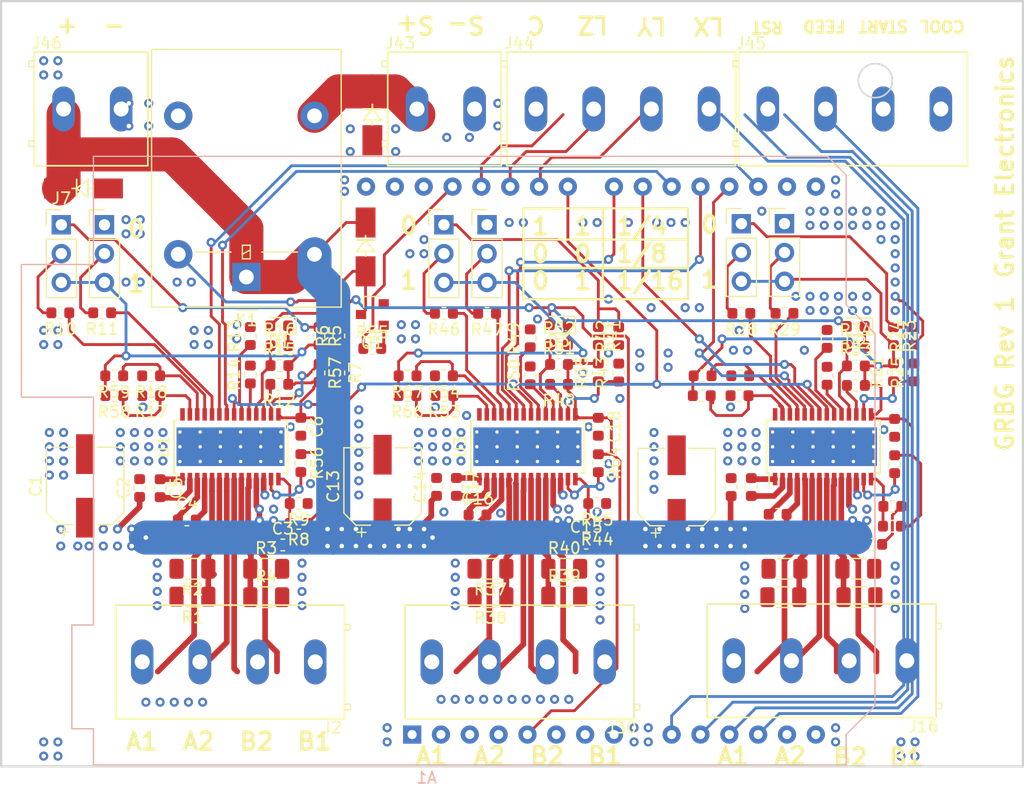
<source format=kicad_pcb>
(kicad_pcb (version 20171130) (host pcbnew "(5.0.0)")
  (layers (0 F.Cu signal) (31 B.Cu signal) (34 B.Paste user) (35 F.Paste user) (36 B.SilkS user) (37 F.SilkS user) (38 B.Mask user) (39 F.Mask user) (44 Edge.Cuts user))
  (net 0 "")
  (net 1 GND)
  (net 2 "Net-(A1-Pad30)")
  (net 3 "Net-(A1-Pad1)")
  (net 4 STEP_X)
  (net 5 "Net-(A1-Pad2)")
  (net 6 STEP_Y)
  (net 7 "Net-(A1-Pad3)")
  (net 8 STEP_Z)
  (net 9 "Net-(A1-Pad4)")
  (net 10 DIR_X)
  (net 11 +5V)
  (net 12 DIR_Y)
  (net 13 DIR_Z)
  (net 14 STEPPER_ENABLE)
  (net 15 "Net-(A1-Pad8)")
  (net 16 "Net-(A1-Pad24)")
  (net 17 "Net-(A1-Pad9)")
  (net 18 "Net-(A1-Pad25)")
  (net 19 "Net-(A1-Pad10)")
  (net 20 "Net-(A1-Pad26)")
  (net 21 "Net-(A1-Pad11)")
  (net 22 SPINDLE_ENABLE)
  (net 23 "Net-(A1-Pad12)")
  (net 24 SPINDLE_DIR)
  (net 25 "Net-(A1-Pad13)")
  (net 26 "Net-(A1-Pad14)")
  (net 27 "Net-(A1-Pad15)")
  (net 28 "Net-(A1-Pad16)")
  (net 29 +24V)
  (net 30 "Net-(C4-Pad1)")
  (net 31 "Net-(C5-Pad2)")
  (net 32 "Net-(C5-Pad1)")
  (net 33 "Net-(C10-Pad1)")
  (net 34 "Net-(C11-Pad1)")
  (net 35 "Net-(C11-Pad2)")
  (net 36 "Net-(C16-Pad1)")
  (net 37 "Net-(C17-Pad2)")
  (net 38 "Net-(C17-Pad1)")
  (net 39 "Net-(D1-Pad1)")
  (net 40 "Net-(D2-Pad1)")
  (net 41 "Net-(D3-Pad1)")
  (net 42 "Net-(D4-Pad2)")
  (net 43 "Net-(D5-Pad1)")
  (net 44 /ATE)
  (net 45 "Net-(J2-Pad1)")
  (net 46 "Net-(J2-Pad2)")
  (net 47 "Net-(J2-Pad3)")
  (net 48 "Net-(J2-Pad4)")
  (net 49 /Z)
  (net 50 "Net-(J7-Pad2)")
  (net 51 "Net-(J8-Pad2)")
  (net 52 "/Y Axis Driver/ATE")
  (net 53 "Net-(J16-Pad4)")
  (net 54 "Net-(J16-Pad3)")
  (net 55 "Net-(J16-Pad2)")
  (net 56 "Net-(J16-Pad1)")
  (net 57 "/Y Axis Driver/Z")
  (net 58 "Net-(J21-Pad2)")
  (net 59 "Net-(J22-Pad2)")
  (net 60 "/Z Axis Driver/ATE")
  (net 61 "Net-(J30-Pad1)")
  (net 62 "Net-(J30-Pad2)")
  (net 63 "Net-(J30-Pad3)")
  (net 64 "Net-(J30-Pad4)")
  (net 65 "/Z Axis Driver/Z")
  (net 66 "Net-(J35-Pad2)")
  (net 67 "Net-(J36-Pad2)")
  (net 68 "Net-(K1-Pad4)")
  (net 69 "Net-(Q1-Pad1)")
  (net 70 /AISEN)
  (net 71 /BISEN)
  (net 72 /TOFF)
  (net 73 /M0)
  (net 74 /M1)
  (net 75 "Net-(R12-Pad2)")
  (net 76 /DECAY0)
  (net 77 /DECAY1)
  (net 78 X_FAULT)
  (net 79 /TRQ0)
  (net 80 /TRQ1)
  (net 81 "/Y Axis Driver/AISEN")
  (net 82 "/Y Axis Driver/BISEN")
  (net 83 "/Y Axis Driver/TOFF")
  (net 84 "/Y Axis Driver/M0")
  (net 85 "/Y Axis Driver/M1")
  (net 86 "Net-(R30-Pad2)")
  (net 87 "/Y Axis Driver/DECAY0")
  (net 88 "/Y Axis Driver/DECAY1")
  (net 89 Y_FAULT)
  (net 90 "/Y Axis Driver/TRQ0")
  (net 91 "/Y Axis Driver/TRQ1")
  (net 92 "/Z Axis Driver/AISEN")
  (net 93 "/Z Axis Driver/BISEN")
  (net 94 "/Z Axis Driver/TOFF")
  (net 95 "/Z Axis Driver/M0")
  (net 96 "/Z Axis Driver/M1")
  (net 97 "Net-(R48-Pad2)")
  (net 98 "/Z Axis Driver/DECAY0")
  (net 99 "/Z Axis Driver/DECAY1")
  (net 100 Z_FAULT)
  (net 101 "/Z Axis Driver/TRQ0")
  (net 102 "/Z Axis Driver/TRQ1")
  (net 103 "Net-(R8-Pad2)")
  (net 104 "Net-(R26-Pad2)")
  (net 105 "Net-(R44-Pad2)")
  (net 106 /3P3X)
  (net 107 "/Y Axis Driver/3P3Y")
  (net 108 "/Z Axis Driver/3P3Z")
  (module Resistor_SMD:R_0603_1608Metric (layer F.Cu) (at 118 74.5 270)
    (fp_text reference R5 (at 0 -1.43 270) (layer F.SilkS))
    (fp_text value 10K)
    (pad 1 smd roundrect (at -0.7875 0 270) (size 0.875 0.95) (layers F.Cu F.Paste F.Mask) (net 49 /Z))
    (pad 2 smd roundrect (at 0.7875 0 270) (size 0.875 0.95) (layers F.Cu F.Paste F.Mask) (net 106 /3P3X))
  )
  (module Module:Arduino_UNO_R2 (layer B.Cu) (at 126.2 109.6)
    (fp_text reference A1 (at 1.27 3.81 -180) (layer B.SilkS) (effects (justify mirror)))
    (fp_text value Arduino_UNO_R2)
    (pad 29 thru_hole oval (at -1.52 -48.26 270) (size 1.6 1.6) (drill 0.8) (layers *.Cu *.Mask) (net 1 GND))
    (pad 30 thru_hole oval (at -4.06 -48.26 270) (size 1.6 1.6) (drill 0.8) (layers *.Cu *.Mask) (net 2 "Net-(A1-Pad30)"))
    (pad 1 thru_hole rect (at 0 0 270) (size 1.6 1.6) (drill 0.8) (layers *.Cu *.Mask) (net 3 "Net-(A1-Pad1)"))
    (pad 17 thru_hole oval (at 30.48 -48.26 270) (size 1.6 1.6) (drill 0.8) (layers *.Cu *.Mask) (net 4 STEP_X))
    (pad 2 thru_hole oval (at 2.54 0 270) (size 1.6 1.6) (drill 0.8) (layers *.Cu *.Mask) (net 5 "Net-(A1-Pad2)"))
    (pad 18 thru_hole oval (at 27.94 -48.26 270) (size 1.6 1.6) (drill 0.8) (layers *.Cu *.Mask) (net 6 STEP_Y))
    (pad 3 thru_hole oval (at 5.08 0 270) (size 1.6 1.6) (drill 0.8) (layers *.Cu *.Mask) (net 7 "Net-(A1-Pad3)"))
    (pad 19 thru_hole oval (at 25.4 -48.26 270) (size 1.6 1.6) (drill 0.8) (layers *.Cu *.Mask) (net 8 STEP_Z))
    (pad 4 thru_hole oval (at 7.62 0 270) (size 1.6 1.6) (drill 0.8) (layers *.Cu *.Mask) (net 9 "Net-(A1-Pad4)"))
    (pad 20 thru_hole oval (at 22.86 -48.26 270) (size 1.6 1.6) (drill 0.8) (layers *.Cu *.Mask) (net 10 DIR_X))
    (pad 5 thru_hole oval (at 10.16 0 270) (size 1.6 1.6) (drill 0.8) (layers *.Cu *.Mask) (net 11 +5V))
    (pad 21 thru_hole oval (at 20.32 -48.26 270) (size 1.6 1.6) (drill 0.8) (layers *.Cu *.Mask) (net 12 DIR_Y))
    (pad 6 thru_hole oval (at 12.7 0 270) (size 1.6 1.6) (drill 0.8) (layers *.Cu *.Mask) (net 1 GND))
    (pad 22 thru_hole oval (at 17.78 -48.26 270) (size 1.6 1.6) (drill 0.8) (layers *.Cu *.Mask) (net 13 DIR_Z))
    (pad 7 thru_hole oval (at 15.24 0 270) (size 1.6 1.6) (drill 0.8) (layers *.Cu *.Mask) (net 1 GND))
    (pad 23 thru_hole oval (at 13.72 -48.26 270) (size 1.6 1.6) (drill 0.8) (layers *.Cu *.Mask) (net 14 STEPPER_ENABLE))
    (pad 8 thru_hole oval (at 17.78 0 270) (size 1.6 1.6) (drill 0.8) (layers *.Cu *.Mask) (net 15 "Net-(A1-Pad8)"))
    (pad 24 thru_hole oval (at 11.18 -48.26 270) (size 1.6 1.6) (drill 0.8) (layers *.Cu *.Mask) (net 16 "Net-(A1-Pad24)"))
    (pad 9 thru_hole oval (at 22.86 0 270) (size 1.6 1.6) (drill 0.8) (layers *.Cu *.Mask) (net 17 "Net-(A1-Pad9)"))
    (pad 25 thru_hole oval (at 8.64 -48.26 270) (size 1.6 1.6) (drill 0.8) (layers *.Cu *.Mask) (net 18 "Net-(A1-Pad25)"))
    (pad 10 thru_hole oval (at 25.4 0 270) (size 1.6 1.6) (drill 0.8) (layers *.Cu *.Mask) (net 19 "Net-(A1-Pad10)"))
    (pad 26 thru_hole oval (at 6.1 -48.26 270) (size 1.6 1.6) (drill 0.8) (layers *.Cu *.Mask) (net 20 "Net-(A1-Pad26)"))
    (pad 11 thru_hole oval (at 27.94 0 270) (size 1.6 1.6) (drill 0.8) (layers *.Cu *.Mask) (net 21 "Net-(A1-Pad11)"))
    (pad 27 thru_hole oval (at 3.56 -48.26 270) (size 1.6 1.6) (drill 0.8) (layers *.Cu *.Mask) (net 22 SPINDLE_ENABLE))
    (pad 12 thru_hole oval (at 30.48 0 270) (size 1.6 1.6) (drill 0.8) (layers *.Cu *.Mask) (net 23 "Net-(A1-Pad12)"))
    (pad 28 thru_hole oval (at 1.02 -48.26 270) (size 1.6 1.6) (drill 0.8) (layers *.Cu *.Mask) (net 24 SPINDLE_DIR))
    (pad 13 thru_hole oval (at 33.02 0 270) (size 1.6 1.6) (drill 0.8) (layers *.Cu *.Mask) (net 25 "Net-(A1-Pad13)"))
    (pad 14 thru_hole oval (at 35.56 0 270) (size 1.6 1.6) (drill 0.8) (layers *.Cu *.Mask) (net 26 "Net-(A1-Pad14)"))
    (pad 15 thru_hole oval (at 35.56 -48.26 270) (size 1.6 1.6) (drill 0.8) (layers *.Cu *.Mask) (net 27 "Net-(A1-Pad15)"))
    (pad 16 thru_hole oval (at 33.02 -48.26 270) (size 1.6 1.6) (drill 0.8) (layers *.Cu *.Mask) (net 28 "Net-(A1-Pad16)"))
  )
  (module Capacitor_SMD:CP_Elec_6.3x5.4 (layer F.Cu) (at 97.4 87.7 90)
    (fp_text reference C1 (at 0 -4.35 90) (layer F.SilkS))
    (fp_text value 100uF)
    (pad 2 smd rect (at 2.8 0 90) (size 3.5 1.6) (layers F.Cu F.Paste F.Mask) (net 1 GND))
    (pad 1 smd rect (at -2.8 0 90) (size 3.5 1.6) (layers F.Cu F.Paste F.Mask) (net 29 +24V))
  )
  (module Capacitor_SMD:C_0603_1608Metric (layer F.Cu) (at 102.2 87.8875 90)
    (fp_text reference C2 (at 0 -1.43 90) (layer F.SilkS))
    (fp_text value 100nF)
    (pad 1 smd roundrect (at -0.7875 0 90) (size 0.875 0.95) (layers F.Cu F.Paste F.Mask) (net 29 +24V))
    (pad 2 smd roundrect (at 0.7875 0 90) (size 0.875 0.95) (layers F.Cu F.Paste F.Mask) (net 1 GND))
  )
  (module Capacitor_SMD:C_0603_1608Metric (layer F.Cu) (at 114.8125 92.9)
    (fp_text reference C3 (at 0 -1.43) (layer F.SilkS))
    (fp_text value 100nF)
    (pad 2 smd roundrect (at 0.7875 0) (size 0.875 0.95) (layers F.Cu F.Paste F.Mask) (net 1 GND))
    (pad 1 smd roundrect (at -0.7875 0) (size 0.875 0.95) (layers F.Cu F.Paste F.Mask) (net 29 +24V))
  )
  (module Capacitor_SMD:C_0603_1608Metric (layer F.Cu) (at 106.3625 90.7)
    (fp_text reference C4 (at 0 -1.43) (layer F.SilkS))
    (fp_text value 470nF)
    (pad 1 smd roundrect (at -0.7875 0) (size 0.875 0.95) (layers F.Cu F.Paste F.Mask) (net 30 "Net-(C4-Pad1)"))
    (pad 2 smd roundrect (at 0.7875 0) (size 0.875 0.95) (layers F.Cu F.Paste F.Mask) (net 29 +24V))
  )
  (module Capacitor_SMD:C_0603_1608Metric (layer F.Cu) (at 104 87.9 270)
    (fp_text reference C5 (at 0 -1.43 270) (layer F.SilkS))
    (fp_text value 100nF)
    (pad 2 smd roundrect (at 0.7875 0 270) (size 0.875 0.95) (layers F.Cu F.Paste F.Mask) (net 31 "Net-(C5-Pad2)"))
    (pad 1 smd roundrect (at -0.7875 0 270) (size 0.875 0.95) (layers F.Cu F.Paste F.Mask) (net 32 "Net-(C5-Pad1)"))
  )
  (module Capacitor_SMD:C_0603_1608Metric (layer F.Cu) (at 116.4 82.4875 270)
    (fp_text reference C6 (at 0 -1.43 270) (layer F.SilkS))
    (fp_text value 470nF)
    (pad 1 smd roundrect (at -0.7875 0 270) (size 0.875 0.95) (layers F.Cu F.Paste F.Mask) (net 106 /3P3X))
    (pad 2 smd roundrect (at 0.7875 0 270) (size 0.875 0.95) (layers F.Cu F.Paste F.Mask) (net 1 GND))
  )
  (module Capacitor_SMD:CP_Elec_6.3x5.4 (layer F.Cu) (at 149.5 87.8 90)
    (fp_text reference C7 hide)
    (fp_text value 100uF)
    (pad 1 smd rect (at -2.8 0 90) (size 3.5 1.6) (layers F.Cu F.Paste F.Mask) (net 29 +24V))
    (pad 2 smd rect (at 2.8 0 90) (size 3.5 1.6) (layers F.Cu F.Paste F.Mask) (net 1 GND))
  )
  (module Capacitor_SMD:C_0603_1608Metric (layer F.Cu) (at 154.3 87.8 90)
    (fp_text reference C8 hide)
    (fp_text value 100nF)
    (pad 1 smd roundrect (at -0.7875 0 90) (size 0.875 0.95) (layers F.Cu F.Paste F.Mask) (net 29 +24V))
    (pad 2 smd roundrect (at 0.7875 0 90) (size 0.875 0.95) (layers F.Cu F.Paste F.Mask) (net 1 GND))
  )
  (module Capacitor_SMD:C_0603_1608Metric (layer F.Cu) (at 166.8125 92.85)
    (fp_text reference C9 hide)
    (fp_text value 100nF)
    (pad 1 smd roundrect (at -0.7875 0) (size 0.875 0.95) (layers F.Cu F.Paste F.Mask) (net 29 +24V))
    (pad 2 smd roundrect (at 0.7875 0) (size 0.875 0.95) (layers F.Cu F.Paste F.Mask) (net 1 GND))
  )
  (module Capacitor_SMD:C_0603_1608Metric (layer F.Cu) (at 158.4 90.2)
    (fp_text reference C10 hide)
    (fp_text value 470nF)
    (pad 2 smd roundrect (at 0.7875 0) (size 0.875 0.95) (layers F.Cu F.Paste F.Mask) (net 29 +24V))
    (pad 1 smd roundrect (at -0.7875 0) (size 0.875 0.95) (layers F.Cu F.Paste F.Mask) (net 33 "Net-(C10-Pad1)"))
  )
  (module Capacitor_SMD:C_0603_1608Metric (layer F.Cu) (at 156.075 87.8 270)
    (fp_text reference C11 hide)
    (fp_text value 100nF)
    (pad 1 smd roundrect (at -0.7875 0 270) (size 0.875 0.95) (layers F.Cu F.Paste F.Mask) (net 34 "Net-(C11-Pad1)"))
    (pad 2 smd roundrect (at 0.7875 0 270) (size 0.875 0.95) (layers F.Cu F.Paste F.Mask) (net 35 "Net-(C11-Pad2)"))
  )
  (module Capacitor_SMD:C_0603_1608Metric (layer F.Cu) (at 168.7 82.5875 270)
    (fp_text reference C12 hide)
    (fp_text value 470nF)
    (pad 2 smd roundrect (at 0.7875 0 270) (size 0.875 0.95) (layers F.Cu F.Paste F.Mask) (net 1 GND))
    (pad 1 smd roundrect (at -0.7875 0 270) (size 0.875 0.95) (layers F.Cu F.Paste F.Mask) (net 107 "/Y Axis Driver/3P3Y"))
  )
  (module Capacitor_SMD:CP_Elec_6.3x5.4 (layer F.Cu) (at 123.6 87.75 90)
    (fp_text reference C13 (at 0 -4.35 90) (layer F.SilkS))
    (fp_text value 100uF)
    (pad 1 smd rect (at -2.8 0 90) (size 3.5 1.6) (layers F.Cu F.Paste F.Mask) (net 29 +24V))
    (pad 2 smd rect (at 2.8 0 90) (size 3.5 1.6) (layers F.Cu F.Paste F.Mask) (net 1 GND))
  )
  (module Capacitor_SMD:C_0603_1608Metric (layer F.Cu) (at 128.35 87.7875 90)
    (fp_text reference C14 (at 0 -1.43 90) (layer F.SilkS))
    (fp_text value 100nF)
    (pad 1 smd roundrect (at -0.7875 0 90) (size 0.875 0.95) (layers F.Cu F.Paste F.Mask) (net 29 +24V))
    (pad 2 smd roundrect (at 0.7875 0 90) (size 0.875 0.95) (layers F.Cu F.Paste F.Mask) (net 1 GND))
  )
  (module Capacitor_SMD:C_0603_1608Metric (layer F.Cu) (at 141.5375 92.75)
    (fp_text reference C15 (at 0 -1.43) (layer F.SilkS))
    (fp_text value 100nF)
    (pad 2 smd roundrect (at 0.7875 0) (size 0.875 0.95) (layers F.Cu F.Paste F.Mask) (net 1 GND))
    (pad 1 smd roundrect (at -0.7875 0) (size 0.875 0.95) (layers F.Cu F.Paste F.Mask) (net 29 +24V))
  )
  (module Capacitor_SMD:C_0603_1608Metric (layer F.Cu) (at 131.9625 90.25)
    (fp_text reference C16 (at 0 -1.43) (layer F.SilkS))
    (fp_text value 470nF)
    (pad 2 smd roundrect (at 0.7875 0) (size 0.875 0.95) (layers F.Cu F.Paste F.Mask) (net 29 +24V))
    (pad 1 smd roundrect (at -0.7875 0) (size 0.875 0.95) (layers F.Cu F.Paste F.Mask) (net 36 "Net-(C16-Pad1)"))
  )
  (module Capacitor_SMD:C_0603_1608Metric (layer F.Cu) (at 130.1 87.7875 270)
    (fp_text reference C17 (at 0 -1.43 270) (layer F.SilkS))
    (fp_text value 100nF)
    (pad 2 smd roundrect (at 0.7875 0 270) (size 0.875 0.95) (layers F.Cu F.Paste F.Mask) (net 37 "Net-(C17-Pad2)"))
    (pad 1 smd roundrect (at -0.7875 0 270) (size 0.875 0.95) (layers F.Cu F.Paste F.Mask) (net 38 "Net-(C17-Pad1)"))
  )
  (module Capacitor_SMD:C_0603_1608Metric (layer F.Cu) (at 142.6 82.4875 270)
    (fp_text reference C18 (at 0 -1.43 270) (layer F.SilkS))
    (fp_text value 470nF)
    (pad 1 smd roundrect (at -0.7875 0 270) (size 0.875 0.95) (layers F.Cu F.Paste F.Mask) (net 108 "/Z Axis Driver/3P3Z"))
    (pad 2 smd roundrect (at 0.7875 0 270) (size 0.875 0.95) (layers F.Cu F.Paste F.Mask) (net 1 GND))
  )
  (module LED_SMD:LED_0603_1608Metric (layer F.Cu) (at 114.4925 73.6 180)
    (fp_text reference D1 (at 0 -1.43 180) (layer F.SilkS))
    (fp_text value LED_Small)
    (pad 2 smd roundrect (at 0.7875 0 180) (size 0.875 0.95) (layers F.Cu F.Paste F.Mask) (net 11 +5V))
    (pad 1 smd roundrect (at -0.7875 0 180) (size 0.875 0.95) (layers F.Cu F.Paste F.Mask) (net 39 "Net-(D1-Pad1)"))
  )
  (module LED_SMD:LED_0603_1608Metric (layer F.Cu) (at 165.2675 73.65 180)
    (fp_text reference D2 (at 0 -1.43 180) (layer F.SilkS))
    (fp_text value LED_Small)
    (pad 1 smd roundrect (at -0.7875 0 180) (size 0.875 0.95) (layers F.Cu F.Paste F.Mask) (net 40 "Net-(D2-Pad1)"))
    (pad 2 smd roundrect (at 0.7875 0 180) (size 0.875 0.95) (layers F.Cu F.Paste F.Mask) (net 11 +5V))
  )
  (module LED_SMD:LED_0603_1608Metric (layer F.Cu) (at 139.1175 73.5 180)
    (fp_text reference D3 (at 0 -1.43 180) (layer F.SilkS))
    (fp_text value LED_Small)
    (pad 1 smd roundrect (at -0.7875 0 180) (size 0.875 0.95) (layers F.Cu F.Paste F.Mask) (net 41 "Net-(D3-Pad1)"))
    (pad 2 smd roundrect (at 0.7875 0 180) (size 0.875 0.95) (layers F.Cu F.Paste F.Mask) (net 11 +5V))
  )
  (module "CNC Shield:DO-214AC" (layer F.Cu) (at 122.1 66.65 270)
    (fp_text reference D4 hide)
    (fp_text value S1M)
    (pad 1 smd rect (at -2.15 0 270) (size 2.65 1.75) (layers F.Cu F.Paste F.Mask) (net 29 +24V))
    (pad 2 smd rect (at 2.15 0 270) (size 2.65 1.75) (layers F.Cu F.Paste F.Mask) (net 42 "Net-(D4-Pad2)"))
  )
  (module "CNC Shield:DO-214AC" (layer F.Cu) (at 122.7 55.1 270)
    (fp_text reference D5 hide)
    (fp_text value S1M)
    (pad 2 smd rect (at 2.15 0 270) (size 2.65 1.75) (layers F.Cu F.Paste F.Mask) (net 1 GND))
    (pad 1 smd rect (at -2.15 0 270) (size 2.65 1.75) (layers F.Cu F.Paste F.Mask) (net 43 "Net-(D5-Pad1)"))
  )
  (module "CNC Shield:DO-214AC" (layer F.Cu) (at 97.25 61.5)
    (fp_text reference D6 hide)
    (fp_text value S1M)
    (pad 1 smd rect (at -2.15 0) (size 2.65 1.75) (layers F.Cu F.Paste F.Mask) (net 29 +24V))
    (pad 2 smd rect (at 2.15 0) (size 2.65 1.75) (layers F.Cu F.Paste F.Mask) (net 1 GND))
  )
  (module Connector_PinHeader_2.54mm:PinHeader_1x03_P2.54mm_Vertical (layer F.Cu) (at 99.1 64.7)
    (fp_text reference J8 hide)
    (fp_text value M1_JUMPER)
    (pad 1 thru_hole rect (at 0 0) (size 1.7 1.7) (drill 1) (layers *.Cu *.Mask) (net 1 GND))
    (pad 2 thru_hole oval (at 0 2.54) (size 1.7 1.7) (drill 1) (layers *.Cu *.Mask) (net 51 "Net-(J8-Pad2)"))
    (pad 3 thru_hole oval (at 0 5.08) (size 1.7 1.7) (drill 1) (layers *.Cu *.Mask) (net 106 /3P3X))
  )
  (module Connector_PinHeader_2.54mm:PinHeader_1x03_P2.54mm_Vertical (layer F.Cu) (at 155.2 64.6)
    (fp_text reference J21 hide)
    (fp_text value M0_JUMPER)
    (pad 3 thru_hole oval (at 0 5.08) (size 1.7 1.7) (drill 1) (layers *.Cu *.Mask) (net 107 "/Y Axis Driver/3P3Y"))
    (pad 2 thru_hole oval (at 0 2.54) (size 1.7 1.7) (drill 1) (layers *.Cu *.Mask) (net 58 "Net-(J21-Pad2)"))
    (pad 1 thru_hole rect (at 0 0) (size 1.7 1.7) (drill 1) (layers *.Cu *.Mask) (net 57 "/Y Axis Driver/Z"))
  )
  (module Connector_PinHeader_2.54mm:PinHeader_1x03_P2.54mm_Vertical (layer F.Cu) (at 159 64.6)
    (fp_text reference J22 hide)
    (fp_text value M1_JUMPER)
    (pad 3 thru_hole oval (at 0 5.08) (size 1.7 1.7) (drill 1) (layers *.Cu *.Mask) (net 107 "/Y Axis Driver/3P3Y"))
    (pad 2 thru_hole oval (at 0 2.54) (size 1.7 1.7) (drill 1) (layers *.Cu *.Mask) (net 59 "Net-(J22-Pad2)"))
    (pad 1 thru_hole rect (at 0 0) (size 1.7 1.7) (drill 1) (layers *.Cu *.Mask) (net 1 GND))
  )
  (module Connector_PinHeader_2.54mm:PinHeader_1x03_P2.54mm_Vertical (layer F.Cu) (at 129 64.7)
    (fp_text reference J35 hide)
    (fp_text value M0_JUMPER)
    (pad 1 thru_hole rect (at 0 0) (size 1.7 1.7) (drill 1) (layers *.Cu *.Mask) (net 65 "/Z Axis Driver/Z"))
    (pad 2 thru_hole oval (at 0 2.54) (size 1.7 1.7) (drill 1) (layers *.Cu *.Mask) (net 66 "Net-(J35-Pad2)"))
    (pad 3 thru_hole oval (at 0 5.08) (size 1.7 1.7) (drill 1) (layers *.Cu *.Mask) (net 108 "/Z Axis Driver/3P3Z"))
  )
  (module Connector_PinHeader_2.54mm:PinHeader_1x03_P2.54mm_Vertical (layer F.Cu) (at 132.8 64.7)
    (fp_text reference J36 hide)
    (fp_text value M1_JUMPER)
    (pad 1 thru_hole rect (at 0 0) (size 1.7 1.7) (drill 1) (layers *.Cu *.Mask) (net 1 GND))
    (pad 2 thru_hole oval (at 0 2.54) (size 1.7 1.7) (drill 1) (layers *.Cu *.Mask) (net 67 "Net-(J36-Pad2)"))
    (pad 3 thru_hole oval (at 0 5.08) (size 1.7 1.7) (drill 1) (layers *.Cu *.Mask) (net 108 "/Z Axis Driver/3P3Z"))
  )
  (module Relay_THT:Relay_SPDT_Omron-G5LE-1 (layer F.Cu) (at 111.6 69.3 180)
    (fp_text reference K1 (at 0 -3.8 180) (layer F.SilkS))
    (fp_text value G5LE-1)
    (pad 1 thru_hole rect (at 0 0 180) (size 2.5 2.5) (drill 1.3) (layers *.Cu *.Mask) (net 29 +24V))
    (pad 2 thru_hole oval (at -6 2 180) (size 2.5 2.5) (drill 1.3) (layers *.Cu *.Mask) (net 29 +24V))
    (pad 3 thru_hole oval (at -6 14.2 180) (size 2.5 2.5) (drill 1.3) (layers *.Cu *.Mask) (net 43 "Net-(D5-Pad1)"))
    (pad 4 thru_hole oval (at 6 14.2 180) (size 2.5 2.5) (drill 1.3) (layers *.Cu *.Mask) (net 68 "Net-(K1-Pad4)"))
    (pad 5 thru_hole oval (at 6 2 180) (size 2.5 2.5) (drill 1.3) (layers *.Cu *.Mask) (net 42 "Net-(D4-Pad2)"))
  )
  (module Package_TO_SOT_SMD:SOT-23 (layer F.Cu) (at 122.7 72.6 180)
    (fp_text reference Q1 (at 0 -2.5 180) (layer F.SilkS))
    (fp_text value BC847)
    (pad 1 smd rect (at -1 -0.95 180) (size 0.9 0.8) (layers F.Cu F.Paste F.Mask) (net 69 "Net-(Q1-Pad1)"))
    (pad 2 smd rect (at -1 0.95 180) (size 0.9 0.8) (layers F.Cu F.Paste F.Mask) (net 1 GND))
    (pad 3 smd rect (at 1 0 180) (size 0.9 0.8) (layers F.Cu F.Paste F.Mask) (net 42 "Net-(D4-Pad2)"))
  )
  (module Resistor_SMD:R_1206_3216Metric (layer F.Cu) (at 106.85 97.45 180)
    (fp_text reference R1 (at 0 -1.82 180) (layer F.SilkS))
    (fp_text value 0.5R)
    (pad 1 smd roundrect (at -1.4 0 180) (size 1.25 1.75) (layers F.Cu F.Paste F.Mask) (roundrect_rratio 0.2) (net 70 /AISEN))
    (pad 2 smd roundrect (at 1.4 0 180) (size 1.25 1.75) (layers F.Cu F.Paste F.Mask) (roundrect_rratio 0.2) (net 1 GND))
  )
  (module Resistor_SMD:R_1206_3216Metric (layer F.Cu) (at 106.85 95 180)
    (fp_text reference R2 (at 0 -1.82 180) (layer F.SilkS))
    (fp_text value 0.5R)
    (pad 2 smd roundrect (at 1.4 0 180) (size 1.25 1.75) (layers F.Cu F.Paste F.Mask) (roundrect_rratio 0.2) (net 1 GND))
    (pad 1 smd roundrect (at -1.4 0 180) (size 1.25 1.75) (layers F.Cu F.Paste F.Mask) (roundrect_rratio 0.2) (net 70 /AISEN))
  )
  (module Resistor_SMD:R_1206_3216Metric (layer F.Cu) (at 113.35 95)
    (fp_text reference R3 (at 0 -1.82) (layer F.SilkS))
    (fp_text value 0.5R)
    (pad 1 smd roundrect (at -1.4 0) (size 1.25 1.75) (layers F.Cu F.Paste F.Mask) (roundrect_rratio 0.2) (net 71 /BISEN))
    (pad 2 smd roundrect (at 1.4 0) (size 1.25 1.75) (layers F.Cu F.Paste F.Mask) (roundrect_rratio 0.2) (net 1 GND))
  )
  (module Resistor_SMD:R_1206_3216Metric (layer F.Cu) (at 113.35 97.5)
    (fp_text reference R4 (at 0 -1.82) (layer F.SilkS))
    (fp_text value 0.5R)
    (pad 2 smd roundrect (at 1.4 0) (size 1.25 1.75) (layers F.Cu F.Paste F.Mask) (roundrect_rratio 0.2) (net 1 GND))
    (pad 1 smd roundrect (at -1.4 0) (size 1.25 1.75) (layers F.Cu F.Paste F.Mask) (roundrect_rratio 0.2) (net 71 /BISEN))
  )
  (module Resistor_SMD:R_0603_1608Metric (layer F.Cu) (at 119.75 74.4875 90)
    (fp_text reference R6 (at 0 -1.43 90) (layer F.SilkS))
    (fp_text value 5K)
    (pad 2 smd roundrect (at 0.7875 0 90) (size 0.875 0.95) (layers F.Cu F.Paste F.Mask) (net 49 /Z))
    (pad 1 smd roundrect (at -0.7875 0 90) (size 0.875 0.95) (layers F.Cu F.Paste F.Mask) (net 1 GND))
  )
  (module Resistor_SMD:R_0603_1608Metric (layer F.Cu) (at 119.75 77.75 270)
    (fp_text reference R7 (at 0 -1.43 270) (layer F.SilkS))
    (fp_text value 10K)
    (pad 1 smd roundrect (at -0.7875 0 270) (size 0.875 0.95) (layers F.Cu F.Paste F.Mask) (net 72 /TOFF))
    (pad 2 smd roundrect (at 0.7875 0 270) (size 0.875 0.95) (layers F.Cu F.Paste F.Mask) (net 1 GND))
  )
  (module Resistor_SMD:R_0603_1608Metric (layer F.Cu) (at 116.2125 91 180)
    (fp_text reference R8 (at 0 -1.43 180) (layer F.SilkS))
    (fp_text value 22K)
    (pad 2 smd roundrect (at 0.7875 0 180) (size 0.875 0.95) (layers F.Cu F.Paste F.Mask) (net 103 "Net-(R8-Pad2)"))
    (pad 1 smd roundrect (at -0.7875 0 180) (size 0.875 0.95) (layers F.Cu F.Paste F.Mask) (net 106 /3P3X))
  )
  (module Resistor_SMD:R_0603_1608Metric (layer F.Cu) (at 116.2125 89.25 180)
    (fp_text reference R9 (at 0 -1.43 180) (layer F.SilkS))
    (fp_text value 10K)
    (pad 1 smd roundrect (at -0.7875 0 180) (size 0.875 0.95) (layers F.Cu F.Paste F.Mask) (net 1 GND))
    (pad 2 smd roundrect (at 0.7875 0 180) (size 0.875 0.95) (layers F.Cu F.Paste F.Mask) (net 103 "Net-(R8-Pad2)"))
  )
  (module Resistor_SMD:R_0603_1608Metric (layer F.Cu) (at 95.2125 72.45 180)
    (fp_text reference R10 (at 0 -1.43 180) (layer F.SilkS))
    (fp_text value 10K)
    (pad 1 smd roundrect (at -0.7875 0 180) (size 0.875 0.95) (layers F.Cu F.Paste F.Mask) (net 73 /M0))
    (pad 2 smd roundrect (at 0.7875 0 180) (size 0.875 0.95) (layers F.Cu F.Paste F.Mask) (net 50 "Net-(J7-Pad2)"))
  )
  (module Resistor_SMD:R_0603_1608Metric (layer F.Cu) (at 98.9 72.45 180)
    (fp_text reference R11 (at 0 -1.43 180) (layer F.SilkS))
    (fp_text value 10K)
    (pad 1 smd roundrect (at -0.7875 0 180) (size 0.875 0.95) (layers F.Cu F.Paste F.Mask) (net 74 /M1))
    (pad 2 smd roundrect (at 0.7875 0 180) (size 0.875 0.95) (layers F.Cu F.Paste F.Mask) (net 51 "Net-(J8-Pad2)"))
  )
  (module Resistor_SMD:R_0603_1608Metric (layer F.Cu) (at 114.5 78.75 180)
    (fp_text reference R12 (at 0 -1.43 180) (layer F.SilkS))
    (fp_text value 10K)
    (pad 1 smd roundrect (at -0.7875 0 180) (size 0.875 0.95) (layers F.Cu F.Paste F.Mask) (net 106 /3P3X))
    (pad 2 smd roundrect (at 0.7875 0 180) (size 0.875 0.95) (layers F.Cu F.Paste F.Mask) (net 75 "Net-(R12-Pad2)"))
  )
  (module Resistor_SMD:R_0603_1608Metric (layer F.Cu) (at 111.95 74.5 90)
    (fp_text reference R13 (at 0 -1.43 90) (layer F.SilkS))
    (fp_text value 10K)
    (pad 1 smd roundrect (at -0.7875 0 90) (size 0.875 0.95) (layers F.Cu F.Paste F.Mask) (net 76 /DECAY0))
    (pad 2 smd roundrect (at 0.7875 0 90) (size 0.875 0.95) (layers F.Cu F.Paste F.Mask) (net 1 GND))
  )
  (module Resistor_SMD:R_0603_1608Metric (layer F.Cu) (at 111.95 77.8875 90)
    (fp_text reference R14 (at 0 -1.43 90) (layer F.SilkS))
    (fp_text value 10K)
    (pad 2 smd roundrect (at 0.7875 0 90) (size 0.875 0.95) (layers F.Cu F.Paste F.Mask) (net 1 GND))
    (pad 1 smd roundrect (at -0.7875 0 90) (size 0.875 0.95) (layers F.Cu F.Paste F.Mask) (net 77 /DECAY1))
  )
  (module Resistor_SMD:R_0603_1608Metric (layer F.Cu) (at 114.5125 77.1)
    (fp_text reference R15 (at 0 -1.43) (layer F.SilkS))
    (fp_text value 10K)
    (pad 1 smd roundrect (at -0.7875 0) (size 0.875 0.95) (layers F.Cu F.Paste F.Mask) (net 78 X_FAULT))
    (pad 2 smd roundrect (at 0.7875 0) (size 0.875 0.95) (layers F.Cu F.Paste F.Mask) (net 106 /3P3X))
  )
  (module Resistor_SMD:R_0603_1608Metric (layer F.Cu) (at 114.5125 75.35)
    (fp_text reference R16 (at 0 -1.43) (layer F.SilkS))
    (fp_text value 150R)
    (pad 2 smd roundrect (at 0.7875 0) (size 0.875 0.95) (layers F.Cu F.Paste F.Mask) (net 39 "Net-(D1-Pad1)"))
    (pad 1 smd roundrect (at -0.7875 0) (size 0.875 0.95) (layers F.Cu F.Paste F.Mask) (net 78 X_FAULT))
  )
  (module Resistor_SMD:R_0603_1608Metric (layer F.Cu) (at 103.2125 79.75 180)
    (fp_text reference R17 (at 0 -1.43 180) (layer F.SilkS))
    (fp_text value 10K)
    (pad 2 smd roundrect (at 0.7875 0 180) (size 0.875 0.95) (layers F.Cu F.Paste F.Mask) (net 1 GND))
    (pad 1 smd roundrect (at -0.7875 0 180) (size 0.875 0.95) (layers F.Cu F.Paste F.Mask) (net 79 /TRQ0))
  )
  (module Resistor_SMD:R_0603_1608Metric (layer F.Cu) (at 103.2125 78 180)
    (fp_text reference R18 (at 0 -1.43 180) (layer F.SilkS))
    (fp_text value 10K)
    (pad 1 smd roundrect (at -0.7875 0 180) (size 0.875 0.95) (layers F.Cu F.Paste F.Mask) (net 80 /TRQ1))
    (pad 2 smd roundrect (at 0.7875 0 180) (size 0.875 0.95) (layers F.Cu F.Paste F.Mask) (net 1 GND))
  )
  (module Resistor_SMD:R_1206_3216Metric (layer F.Cu) (at 159 95 180)
    (fp_text reference R19 hide)
    (fp_text value 0.5R)
    (pad 1 smd roundrect (at -1.4 0 180) (size 1.25 1.75) (layers F.Cu F.Paste F.Mask) (roundrect_rratio 0.2) (net 81 "/Y Axis Driver/AISEN"))
    (pad 2 smd roundrect (at 1.4 0 180) (size 1.25 1.75) (layers F.Cu F.Paste F.Mask) (roundrect_rratio 0.2) (net 1 GND))
  )
  (module Resistor_SMD:R_1206_3216Metric (layer F.Cu) (at 158.9 97.5 180)
    (fp_text reference R20 hide)
    (fp_text value 0.5R)
    (pad 2 smd roundrect (at 1.4 0 180) (size 1.25 1.75) (layers F.Cu F.Paste F.Mask) (roundrect_rratio 0.2) (net 1 GND))
    (pad 1 smd roundrect (at -1.4 0 180) (size 1.25 1.75) (layers F.Cu F.Paste F.Mask) (roundrect_rratio 0.2) (net 81 "/Y Axis Driver/AISEN"))
  )
  (module Resistor_SMD:R_1206_3216Metric (layer F.Cu) (at 165.6 97.5)
    (fp_text reference R21 hide)
    (fp_text value 0.5R)
    (pad 1 smd roundrect (at -1.4 0) (size 1.25 1.75) (layers F.Cu F.Paste F.Mask) (roundrect_rratio 0.2) (net 82 "/Y Axis Driver/BISEN"))
    (pad 2 smd roundrect (at 1.4 0) (size 1.25 1.75) (layers F.Cu F.Paste F.Mask) (roundrect_rratio 0.2) (net 1 GND))
  )
  (module Resistor_SMD:R_1206_3216Metric (layer F.Cu) (at 165.5 95)
    (fp_text reference R22 hide)
    (fp_text value 0.5R)
    (pad 2 smd roundrect (at 1.4 0) (size 1.25 1.75) (layers F.Cu F.Paste F.Mask) (roundrect_rratio 0.2) (net 1 GND))
    (pad 1 smd roundrect (at -1.4 0) (size 1.25 1.75) (layers F.Cu F.Paste F.Mask) (roundrect_rratio 0.2) (net 82 "/Y Axis Driver/BISEN"))
  )
  (module Resistor_SMD:R_0603_1608Metric (layer F.Cu) (at 168.6 74.5125 270)
    (fp_text reference R23 (at 0 -1.43 270) (layer F.SilkS))
    (fp_text value 10K)
    (pad 2 smd roundrect (at 0.7875 0 270) (size 0.875 0.95) (layers F.Cu F.Paste F.Mask) (net 107 "/Y Axis Driver/3P3Y"))
    (pad 1 smd roundrect (at -0.7875 0 270) (size 0.875 0.95) (layers F.Cu F.Paste F.Mask) (net 57 "/Y Axis Driver/Z"))
  )
  (module Resistor_SMD:R_0603_1608Metric (layer F.Cu) (at 170.3 74.5 90)
    (fp_text reference R24 (at 0 -1.43 90) (layer F.SilkS))
    (fp_text value 5K)
    (pad 1 smd roundrect (at -0.7875 0 90) (size 0.875 0.95) (layers F.Cu F.Paste F.Mask) (net 1 GND))
    (pad 2 smd roundrect (at 0.7875 0 90) (size 0.875 0.95) (layers F.Cu F.Paste F.Mask) (net 57 "/Y Axis Driver/Z"))
  )
  (module Resistor_SMD:R_0603_1608Metric (layer F.Cu) (at 170.4 77.7 90)
    (fp_text reference R25 (at 0 -1.43 90) (layer F.SilkS))
    (fp_text value 10K)
    (pad 2 smd roundrect (at 0.7875 0 90) (size 0.875 0.95) (layers F.Cu F.Paste F.Mask) (net 1 GND))
    (pad 1 smd roundrect (at -0.7875 0 90) (size 0.875 0.95) (layers F.Cu F.Paste F.Mask) (net 83 "/Y Axis Driver/TOFF"))
  )
  (module Resistor_SMD:R_0603_1608Metric (layer F.Cu) (at 168.4625 91.25 180)
    (fp_text reference R26 hide)
    (fp_text value 22K)
    (pad 2 smd roundrect (at 0.7875 0 180) (size 0.875 0.95) (layers F.Cu F.Paste F.Mask) (net 104 "Net-(R26-Pad2)"))
    (pad 1 smd roundrect (at -0.7875 0 180) (size 0.875 0.95) (layers F.Cu F.Paste F.Mask) (net 107 "/Y Axis Driver/3P3Y"))
  )
  (module Resistor_SMD:R_0603_1608Metric (layer F.Cu) (at 168.5 89.5 180)
    (fp_text reference R27 hide)
    (fp_text value 10K)
    (pad 2 smd roundrect (at 0.7875 0 180) (size 0.875 0.95) (layers F.Cu F.Paste F.Mask) (net 104 "Net-(R26-Pad2)"))
    (pad 1 smd roundrect (at -0.7875 0 180) (size 0.875 0.95) (layers F.Cu F.Paste F.Mask) (net 1 GND))
  )
  (module Resistor_SMD:R_0603_1608Metric (layer F.Cu) (at 155.2 72.5 180)
    (fp_text reference R28 (at 0 -1.43 180) (layer F.SilkS))
    (fp_text value 10K)
    (pad 1 smd roundrect (at -0.7875 0 180) (size 0.875 0.95) (layers F.Cu F.Paste F.Mask) (net 84 "/Y Axis Driver/M0"))
    (pad 2 smd roundrect (at 0.7875 0 180) (size 0.875 0.95) (layers F.Cu F.Paste F.Mask) (net 58 "Net-(J21-Pad2)"))
  )
  (module Resistor_SMD:R_0603_1608Metric (layer F.Cu) (at 159 72.5 180)
    (fp_text reference R29 (at 0 -1.43 180) (layer F.SilkS))
    (fp_text value 10K)
    (pad 1 smd roundrect (at -0.7875 0 180) (size 0.875 0.95) (layers F.Cu F.Paste F.Mask) (net 85 "/Y Axis Driver/M1"))
    (pad 2 smd roundrect (at 0.7875 0 180) (size 0.875 0.95) (layers F.Cu F.Paste F.Mask) (net 59 "Net-(J22-Pad2)"))
  )
  (module Resistor_SMD:R_0603_1608Metric (layer F.Cu) (at 165.2875 78.85 180)
    (fp_text reference R30 hide)
    (fp_text value 10K)
    (pad 1 smd roundrect (at -0.7875 0 180) (size 0.875 0.95) (layers F.Cu F.Paste F.Mask) (net 107 "/Y Axis Driver/3P3Y"))
    (pad 2 smd roundrect (at 0.7875 0 180) (size 0.875 0.95) (layers F.Cu F.Paste F.Mask) (net 86 "Net-(R30-Pad2)"))
  )
  (module Resistor_SMD:R_0603_1608Metric (layer F.Cu) (at 162.75 74.75 90)
    (fp_text reference R31 hide)
    (fp_text value 10K)
    (pad 2 smd roundrect (at 0.7875 0 90) (size 0.875 0.95) (layers F.Cu F.Paste F.Mask) (net 1 GND))
    (pad 1 smd roundrect (at -0.7875 0 90) (size 0.875 0.95) (layers F.Cu F.Paste F.Mask) (net 87 "/Y Axis Driver/DECAY0"))
  )
  (module Resistor_SMD:R_0603_1608Metric (layer F.Cu) (at 162.75 78 90)
    (fp_text reference R32 hide)
    (fp_text value 10K)
    (pad 1 smd roundrect (at -0.7875 0 90) (size 0.875 0.95) (layers F.Cu F.Paste F.Mask) (net 88 "/Y Axis Driver/DECAY1"))
    (pad 2 smd roundrect (at 0.7875 0 90) (size 0.875 0.95) (layers F.Cu F.Paste F.Mask) (net 1 GND))
  )
  (module Resistor_SMD:R_0603_1608Metric (layer F.Cu) (at 165.2875 77.13)
    (fp_text reference R33 (at 0 -1.43) (layer F.SilkS))
    (fp_text value 10K)
    (pad 2 smd roundrect (at 0.7875 0) (size 0.875 0.95) (layers F.Cu F.Paste F.Mask) (net 107 "/Y Axis Driver/3P3Y"))
    (pad 1 smd roundrect (at -0.7875 0) (size 0.875 0.95) (layers F.Cu F.Paste F.Mask) (net 89 Y_FAULT))
  )
  (module Resistor_SMD:R_0603_1608Metric (layer F.Cu) (at 165.2875 75.41)
    (fp_text reference R34 (at 0 -1.43) (layer F.SilkS))
    (fp_text value 150R)
    (pad 1 smd roundrect (at -0.7875 0) (size 0.875 0.95) (layers F.Cu F.Paste F.Mask) (net 89 Y_FAULT))
    (pad 2 smd roundrect (at 0.7875 0) (size 0.875 0.95) (layers F.Cu F.Paste F.Mask) (net 40 "Net-(D2-Pad1)"))
  )
  (module Resistor_SMD:R_0603_1608Metric (layer F.Cu) (at 155.0375 79.75 180)
    (fp_text reference R35 hide)
    (fp_text value 10K)
    (pad 2 smd roundrect (at 0.7875 0 180) (size 0.875 0.95) (layers F.Cu F.Paste F.Mask) (net 1 GND))
    (pad 1 smd roundrect (at -0.7875 0 180) (size 0.875 0.95) (layers F.Cu F.Paste F.Mask) (net 90 "/Y Axis Driver/TRQ0"))
  )
  (module Resistor_SMD:R_0603_1608Metric (layer F.Cu) (at 155.1 78 180)
    (fp_text reference R36 hide)
    (fp_text value 10K)
    (pad 1 smd roundrect (at -0.7875 0 180) (size 0.875 0.95) (layers F.Cu F.Paste F.Mask) (net 91 "/Y Axis Driver/TRQ1"))
    (pad 2 smd roundrect (at 0.7875 0 180) (size 0.875 0.95) (layers F.Cu F.Paste F.Mask) (net 1 GND))
  )
  (module Resistor_SMD:R_1206_3216Metric (layer F.Cu) (at 133.1 95 180)
    (fp_text reference R37 (at 0 -1.82 180) (layer F.SilkS))
    (fp_text value 0.5R)
    (pad 2 smd roundrect (at 1.4 0 180) (size 1.25 1.75) (layers F.Cu F.Paste F.Mask) (roundrect_rratio 0.2) (net 1 GND))
    (pad 1 smd roundrect (at -1.4 0 180) (size 1.25 1.75) (layers F.Cu F.Paste F.Mask) (roundrect_rratio 0.2) (net 92 "/Z Axis Driver/AISEN"))
  )
  (module Resistor_SMD:R_1206_3216Metric (layer F.Cu) (at 133.1 97.5 180)
    (fp_text reference R38 (at 0 -1.82 180) (layer F.SilkS))
    (fp_text value 0.5R)
    (pad 1 smd roundrect (at -1.4 0 180) (size 1.25 1.75) (layers F.Cu F.Paste F.Mask) (roundrect_rratio 0.2) (net 92 "/Z Axis Driver/AISEN"))
    (pad 2 smd roundrect (at 1.4 0 180) (size 1.25 1.75) (layers F.Cu F.Paste F.Mask) (roundrect_rratio 0.2) (net 1 GND))
  )
  (module Resistor_SMD:R_1206_3216Metric (layer F.Cu) (at 139.6 97.45)
    (fp_text reference R39 (at 0 -1.82) (layer F.SilkS))
    (fp_text value 0.5R)
    (pad 2 smd roundrect (at 1.4 0) (size 1.25 1.75) (layers F.Cu F.Paste F.Mask) (roundrect_rratio 0.2) (net 1 GND))
    (pad 1 smd roundrect (at -1.4 0) (size 1.25 1.75) (layers F.Cu F.Paste F.Mask) (roundrect_rratio 0.2) (net 93 "/Z Axis Driver/BISEN"))
  )
  (module Resistor_SMD:R_1206_3216Metric (layer F.Cu) (at 139.6 95)
    (fp_text reference R40 (at 0 -1.82) (layer F.SilkS))
    (fp_text value 0.5R)
    (pad 1 smd roundrect (at -1.4 0) (size 1.25 1.75) (layers F.Cu F.Paste F.Mask) (roundrect_rratio 0.2) (net 93 "/Z Axis Driver/BISEN"))
    (pad 2 smd roundrect (at 1.4 0) (size 1.25 1.75) (layers F.Cu F.Paste F.Mask) (roundrect_rratio 0.2) (net 1 GND))
  )
  (module Resistor_SMD:R_0603_1608Metric (layer F.Cu) (at 142.6 74.4875 270)
    (fp_text reference R41 (at 0 -1.43 270) (layer F.SilkS))
    (fp_text value 10K)
    (pad 1 smd roundrect (at -0.7875 0 270) (size 0.875 0.95) (layers F.Cu F.Paste F.Mask) (net 65 "/Z Axis Driver/Z"))
    (pad 2 smd roundrect (at 0.7875 0 270) (size 0.875 0.95) (layers F.Cu F.Paste F.Mask) (net 108 "/Z Axis Driver/3P3Z"))
  )
  (module Resistor_SMD:R_0603_1608Metric (layer F.Cu) (at 144.4 74.5125 90)
    (fp_text reference R42 (at 0 -1.43 90) (layer F.SilkS))
    (fp_text value 5K)
    (pad 1 smd roundrect (at -0.7875 0 90) (size 0.875 0.95) (layers F.Cu F.Paste F.Mask) (net 1 GND))
    (pad 2 smd roundrect (at 0.7875 0 90) (size 0.875 0.95) (layers F.Cu F.Paste F.Mask) (net 65 "/Z Axis Driver/Z"))
  )
  (module Resistor_SMD:R_0603_1608Metric (layer F.Cu) (at 144.4 77.7125 90)
    (fp_text reference R43 (at 0 -1.43 90) (layer F.SilkS))
    (fp_text value 10K)
    (pad 1 smd roundrect (at -0.7875 0 90) (size 0.875 0.95) (layers F.Cu F.Paste F.Mask) (net 94 "/Z Axis Driver/TOFF"))
    (pad 2 smd roundrect (at 0.7875 0 90) (size 0.875 0.95) (layers F.Cu F.Paste F.Mask) (net 1 GND))
  )
  (module Resistor_SMD:R_0603_1608Metric (layer F.Cu) (at 142.5 91 180)
    (fp_text reference R44 (at 0 -1.43 180) (layer F.SilkS))
    (fp_text value 22K)
    (pad 2 smd roundrect (at 0.7875 0 180) (size 0.875 0.95) (layers F.Cu F.Paste F.Mask) (net 105 "Net-(R44-Pad2)"))
    (pad 1 smd roundrect (at -0.7875 0 180) (size 0.875 0.95) (layers F.Cu F.Paste F.Mask) (net 108 "/Z Axis Driver/3P3Z"))
  )
  (module Resistor_SMD:R_0603_1608Metric (layer F.Cu) (at 142.5 89.25 180)
    (fp_text reference R45 (at 0 -1.43 180) (layer F.SilkS))
    (fp_text value 10K)
    (pad 2 smd roundrect (at 0.7875 0 180) (size 0.875 0.95) (layers F.Cu F.Paste F.Mask) (net 105 "Net-(R44-Pad2)"))
    (pad 1 smd roundrect (at -0.7875 0 180) (size 0.875 0.95) (layers F.Cu F.Paste F.Mask) (net 1 GND))
  )
  (module Resistor_SMD:R_0603_1608Metric (layer F.Cu) (at 129 72.5 180)
    (fp_text reference R46 (at 0 -1.43 180) (layer F.SilkS))
    (fp_text value 10K)
    (pad 2 smd roundrect (at 0.7875 0 180) (size 0.875 0.95) (layers F.Cu F.Paste F.Mask) (net 66 "Net-(J35-Pad2)"))
    (pad 1 smd roundrect (at -0.7875 0 180) (size 0.875 0.95) (layers F.Cu F.Paste F.Mask) (net 95 "/Z Axis Driver/M0"))
  )
  (module Resistor_SMD:R_0603_1608Metric (layer F.Cu) (at 132.8 72.5 180)
    (fp_text reference R47 (at 0 -1.43 180) (layer F.SilkS))
    (fp_text value 10K)
    (pad 1 smd roundrect (at -0.7875 0 180) (size 0.875 0.95) (layers F.Cu F.Paste F.Mask) (net 96 "/Z Axis Driver/M1"))
    (pad 2 smd roundrect (at 0.7875 0 180) (size 0.875 0.95) (layers F.Cu F.Paste F.Mask) (net 67 "Net-(J36-Pad2)"))
  )
  (module Resistor_SMD:R_0603_1608Metric (layer F.Cu) (at 139.1375 78.75 180)
    (fp_text reference R48 (at 0 -1.43 180) (layer F.SilkS))
    (fp_text value 10K)
    (pad 2 smd roundrect (at 0.7875 0 180) (size 0.875 0.95) (layers F.Cu F.Paste F.Mask) (net 97 "Net-(R48-Pad2)"))
    (pad 1 smd roundrect (at -0.7875 0 180) (size 0.875 0.95) (layers F.Cu F.Paste F.Mask) (net 108 "/Z Axis Driver/3P3Z"))
  )
  (module Resistor_SMD:R_0603_1608Metric (layer F.Cu) (at 136.6 74.7 90)
    (fp_text reference R49 (at 0 -1.43 90) (layer F.SilkS))
    (fp_text value 10K)
    (pad 2 smd roundrect (at 0.7875 0 90) (size 0.875 0.95) (layers F.Cu F.Paste F.Mask) (net 1 GND))
    (pad 1 smd roundrect (at -0.7875 0 90) (size 0.875 0.95) (layers F.Cu F.Paste F.Mask) (net 98 "/Z Axis Driver/DECAY0"))
  )
  (module Resistor_SMD:R_0603_1608Metric (layer F.Cu) (at 136.6 77.9625 90)
    (fp_text reference R50 (at 0 -1.43 90) (layer F.SilkS))
    (fp_text value 10K)
    (pad 2 smd roundrect (at 0.7875 0 90) (size 0.875 0.95) (layers F.Cu F.Paste F.Mask) (net 1 GND))
    (pad 1 smd roundrect (at -0.7875 0 90) (size 0.875 0.95) (layers F.Cu F.Paste F.Mask) (net 99 "/Z Axis Driver/DECAY1"))
  )
  (module Resistor_SMD:R_0603_1608Metric (layer F.Cu) (at 139.1375 77)
    (fp_text reference R51 (at 0 -1.43) (layer F.SilkS))
    (fp_text value 10K)
    (pad 2 smd roundrect (at 0.7875 0) (size 0.875 0.95) (layers F.Cu F.Paste F.Mask) (net 108 "/Z Axis Driver/3P3Z"))
    (pad 1 smd roundrect (at -0.7875 0) (size 0.875 0.95) (layers F.Cu F.Paste F.Mask) (net 100 Z_FAULT))
  )
  (module Resistor_SMD:R_0603_1608Metric (layer F.Cu) (at 139.1375 75.25)
    (fp_text reference R52 (at 0 -1.43) (layer F.SilkS))
    (fp_text value 150R)
    (pad 1 smd roundrect (at -0.7875 0) (size 0.875 0.95) (layers F.Cu F.Paste F.Mask) (net 100 Z_FAULT))
    (pad 2 smd roundrect (at 0.7875 0) (size 0.875 0.95) (layers F.Cu F.Paste F.Mask) (net 41 "Net-(D3-Pad1)"))
  )
  (module Resistor_SMD:R_0603_1608Metric (layer F.Cu) (at 129.0375 79.75 180)
    (fp_text reference R53 (at 0 -1.43 180) (layer F.SilkS))
    (fp_text value 10K)
    (pad 2 smd roundrect (at 0.7875 0 180) (size 0.875 0.95) (layers F.Cu F.Paste F.Mask) (net 1 GND))
    (pad 1 smd roundrect (at -0.7875 0 180) (size 0.875 0.95) (layers F.Cu F.Paste F.Mask) (net 101 "/Z Axis Driver/TRQ0"))
  )
  (module Resistor_SMD:R_0603_1608Metric (layer F.Cu) (at 129 78 180)
    (fp_text reference R54 (at -0.015001 -1.435001 180) (layer F.SilkS))
    (fp_text value 10K)
    (pad 1 smd roundrect (at -0.7875 0 180) (size 0.875 0.95) (layers F.Cu F.Paste F.Mask) (net 102 "/Z Axis Driver/TRQ1"))
    (pad 2 smd roundrect (at 0.7875 0 180) (size 0.875 0.95) (layers F.Cu F.Paste F.Mask) (net 1 GND))
  )
  (module Resistor_SMD:R_0603_1608Metric (layer F.Cu) (at 122.6875 75.6)
    (fp_text reference R55 (at 0 -1.43) (layer F.SilkS))
    (fp_text value 10K)
    (pad 2 smd roundrect (at 0.7875 0) (size 0.875 0.95) (layers F.Cu F.Paste F.Mask) (net 69 "Net-(Q1-Pad1)"))
    (pad 1 smd roundrect (at -0.7875 0) (size 0.875 0.95) (layers F.Cu F.Paste F.Mask) (net 22 SPINDLE_ENABLE))
  )
  (module Package_SO:HTSSOP-28-1EP_4.4x9.7mm_P0.65mm_EP3.4x9.5mm_ThermalVias (layer F.Cu) (at 110.2 84.25 90)
    (fp_text reference U1 (at 0 -5.9 90) (layer F.SilkS))
    (fp_text value DRV8880)
    (pad 29 smd rect (at 0 0 90) (size 3.4 9.5) (layers B.Cu) (net 1 GND))
    (pad 29 thru_hole circle (at -1.3 4.45 90) (size 0.6 0.6) (drill 0.3) (layers *.Cu) (net 1 GND))
    (pad 29 thru_hole circle (at 0 4.45 90) (size 0.6 0.6) (drill 0.3) (layers *.Cu) (net 1 GND))
    (pad 29 thru_hole circle (at 1.3 4.45 90) (size 0.6 0.6) (drill 0.3) (layers *.Cu) (net 1 GND))
    (pad 29 thru_hole circle (at -1.3 2.67 90) (size 0.6 0.6) (drill 0.3) (layers *.Cu) (net 1 GND))
    (pad 29 thru_hole circle (at 0 2.67 90) (size 0.6 0.6) (drill 0.3) (layers *.Cu) (net 1 GND))
    (pad 29 thru_hole circle (at 1.3 2.67 90) (size 0.6 0.6) (drill 0.3) (layers *.Cu) (net 1 GND))
    (pad 29 thru_hole circle (at -1.3 0.89 90) (size 0.6 0.6) (drill 0.3) (layers *.Cu) (net 1 GND))
    (pad 29 thru_hole circle (at 0 0.89 90) (size 0.6 0.6) (drill 0.3) (layers *.Cu) (net 1 GND))
    (pad 29 thru_hole circle (at 1.3 0.89 90) (size 0.6 0.6) (drill 0.3) (layers *.Cu) (net 1 GND))
    (pad 29 thru_hole circle (at -1.3 -0.89 90) (size 0.6 0.6) (drill 0.3) (layers *.Cu) (net 1 GND))
    (pad 29 thru_hole circle (at 0 -0.89 90) (size 0.6 0.6) (drill 0.3) (layers *.Cu) (net 1 GND))
    (pad 29 thru_hole circle (at 1.3 -0.89 90) (size 0.6 0.6) (drill 0.3) (layers *.Cu) (net 1 GND))
    (pad 29 thru_hole circle (at -1.3 -2.67 90) (size 0.6 0.6) (drill 0.3) (layers *.Cu) (net 1 GND))
    (pad 29 thru_hole circle (at 0 -2.67 90) (size 0.6 0.6) (drill 0.3) (layers *.Cu) (net 1 GND))
    (pad 29 thru_hole circle (at 1.3 -2.67 90) (size 0.6 0.6) (drill 0.3) (layers *.Cu) (net 1 GND))
    (pad 29 thru_hole circle (at 1.3 -4.45 90) (size 0.6 0.6) (drill 0.3) (layers *.Cu) (net 1 GND))
    (pad 29 thru_hole circle (at 0 -4.45 90) (size 0.6 0.6) (drill 0.3) (layers *.Cu) (net 1 GND))
    (pad 29 thru_hole circle (at -1.3 -4.45 90) (size 0.6 0.6) (drill 0.3) (layers *.Cu) (net 1 GND))
    (pad 29 smd rect (at 0 0 90) (size 3.4 9.5) (layers F.Cu F.Mask) (net 1 GND))
    (pad 28 smd rect (at 2.85 -4.225 90) (size 1.1 0.4) (layers F.Cu F.Paste F.Mask) (net 1 GND))
    (pad 27 smd rect (at 2.85 -3.575 90) (size 1.1 0.4) (layers F.Cu F.Paste F.Mask) (net 79 /TRQ0))
    (pad 26 smd rect (at 2.85 -2.925 90) (size 1.1 0.4) (layers F.Cu F.Paste F.Mask) (net 80 /TRQ1))
    (pad 25 smd rect (at 2.85 -2.275 90) (size 1.1 0.4) (layers F.Cu F.Paste F.Mask) (net 73 /M0))
    (pad 24 smd rect (at 2.85 -1.625 90) (size 1.1 0.4) (layers F.Cu F.Paste F.Mask) (net 74 /M1))
    (pad 23 smd rect (at 2.85 -0.975 90) (size 1.1 0.4) (layers F.Cu F.Paste F.Mask) (net 4 STEP_X))
    (pad 22 smd rect (at 2.85 -0.325 90) (size 1.1 0.4) (layers F.Cu F.Paste F.Mask) (net 10 DIR_X))
    (pad 21 smd rect (at 2.85 0.325 90) (size 1.1 0.4) (layers F.Cu F.Paste F.Mask) (net 14 STEPPER_ENABLE))
    (pad 20 smd rect (at 2.85 0.975 90) (size 1.1 0.4) (layers F.Cu F.Paste F.Mask) (net 76 /DECAY0))
    (pad 19 smd rect (at 2.85 1.625 90) (size 1.1 0.4) (layers F.Cu F.Paste F.Mask) (net 77 /DECAY1))
    (pad 18 smd rect (at 2.85 2.275 90) (size 1.1 0.4) (layers F.Cu F.Paste F.Mask) (net 78 X_FAULT))
    (pad 17 smd rect (at 2.85 2.925 90) (size 1.1 0.4) (layers F.Cu F.Paste F.Mask) (net 75 "Net-(R12-Pad2)"))
    (pad 16 smd rect (at 2.85 3.575 90) (size 1.1 0.4) (layers F.Cu F.Paste F.Mask) (net 72 /TOFF))
    (pad 15 smd rect (at 2.85 4.225 90) (size 1.1 0.4) (layers F.Cu F.Paste F.Mask) (net 106 /3P3X))
    (pad 14 smd rect (at -2.85 4.225 90) (size 1.1 0.4) (layers F.Cu F.Paste F.Mask) (net 103 "Net-(R8-Pad2)"))
    (pad 13 smd rect (at -2.85 3.575 90) (size 1.1 0.4) (layers F.Cu F.Paste F.Mask) (net 44 /ATE))
    (pad 12 smd rect (at -2.85 2.925 90) (size 1.1 0.4) (layers F.Cu F.Paste F.Mask) (net 1 GND))
    (pad 11 smd rect (at -2.85 2.275 90) (size 1.1 0.4) (layers F.Cu F.Paste F.Mask) (net 29 +24V))
    (pad 10 smd rect (at -2.85 1.625 90) (size 1.1 0.4) (layers F.Cu F.Paste F.Mask) (net 45 "Net-(J2-Pad1)"))
    (pad 9 smd rect (at -2.85 0.975 90) (size 1.1 0.4) (layers F.Cu F.Paste F.Mask) (net 71 /BISEN))
    (pad 8 smd rect (at -2.85 0.325 90) (size 1.1 0.4) (layers F.Cu F.Paste F.Mask) (net 46 "Net-(J2-Pad2)"))
    (pad 7 smd rect (at -2.85 -0.325 90) (size 1.1 0.4) (layers F.Cu F.Paste F.Mask) (net 47 "Net-(J2-Pad3)"))
    (pad 6 smd rect (at -2.85 -0.975 90) (size 1.1 0.4) (layers F.Cu F.Paste F.Mask) (net 70 /AISEN))
    (pad 5 smd rect (at -2.85 -1.625 90) (size 1.1 0.4) (layers F.Cu F.Paste F.Mask) (net 48 "Net-(J2-Pad4)"))
    (pad 4 smd rect (at -2.85 -2.275 90) (size 1.1 0.4) (layers F.Cu F.Paste F.Mask) (net 29 +24V))
    (pad 3 smd rect (at -2.85 -2.925 90) (size 1.1 0.4) (layers F.Cu F.Paste F.Mask) (net 30 "Net-(C4-Pad1)"))
    (pad 2 smd rect (at -2.85 -3.575 90) (size 1.1 0.4) (layers F.Cu F.Paste F.Mask) (net 31 "Net-(C5-Pad2)"))
    (pad 1 smd rect (at -2.85 -4.225 90) (size 1.1 0.4) (layers F.Cu F.Paste F.Mask) (net 32 "Net-(C5-Pad1)"))
  )
  (module Package_SO:HTSSOP-28-1EP_4.4x9.7mm_P0.65mm_EP3.4x9.5mm_ThermalVias (layer F.Cu) (at 162.4 84.25 90)
    (fp_text reference U2 hide)
    (fp_text value DRV8880)
    (pad 1 smd rect (at -2.85 -4.225 90) (size 1.1 0.4) (layers F.Cu F.Paste F.Mask) (net 34 "Net-(C11-Pad1)"))
    (pad 2 smd rect (at -2.85 -3.575 90) (size 1.1 0.4) (layers F.Cu F.Paste F.Mask) (net 35 "Net-(C11-Pad2)"))
    (pad 3 smd rect (at -2.85 -2.925 90) (size 1.1 0.4) (layers F.Cu F.Paste F.Mask) (net 33 "Net-(C10-Pad1)"))
    (pad 4 smd rect (at -2.85 -2.275 90) (size 1.1 0.4) (layers F.Cu F.Paste F.Mask) (net 29 +24V))
    (pad 5 smd rect (at -2.85 -1.625 90) (size 1.1 0.4) (layers F.Cu F.Paste F.Mask) (net 53 "Net-(J16-Pad4)"))
    (pad 6 smd rect (at -2.85 -0.975 90) (size 1.1 0.4) (layers F.Cu F.Paste F.Mask) (net 81 "/Y Axis Driver/AISEN"))
    (pad 7 smd rect (at -2.85 -0.325 90) (size 1.1 0.4) (layers F.Cu F.Paste F.Mask) (net 54 "Net-(J16-Pad3)"))
    (pad 8 smd rect (at -2.85 0.325 90) (size 1.1 0.4) (layers F.Cu F.Paste F.Mask) (net 55 "Net-(J16-Pad2)"))
    (pad 9 smd rect (at -2.85 0.975 90) (size 1.1 0.4) (layers F.Cu F.Paste F.Mask) (net 82 "/Y Axis Driver/BISEN"))
    (pad 10 smd rect (at -2.85 1.625 90) (size 1.1 0.4) (layers F.Cu F.Paste F.Mask) (net 56 "Net-(J16-Pad1)"))
    (pad 11 smd rect (at -2.85 2.275 90) (size 1.1 0.4) (layers F.Cu F.Paste F.Mask) (net 29 +24V))
    (pad 12 smd rect (at -2.85 2.925 90) (size 1.1 0.4) (layers F.Cu F.Paste F.Mask) (net 1 GND))
    (pad 13 smd rect (at -2.85 3.575 90) (size 1.1 0.4) (layers F.Cu F.Paste F.Mask) (net 52 "/Y Axis Driver/ATE"))
    (pad 14 smd rect (at -2.85 4.225 90) (size 1.1 0.4) (layers F.Cu F.Paste F.Mask) (net 104 "Net-(R26-Pad2)"))
    (pad 15 smd rect (at 2.85 4.225 90) (size 1.1 0.4) (layers F.Cu F.Paste F.Mask) (net 107 "/Y Axis Driver/3P3Y"))
    (pad 16 smd rect (at 2.85 3.575 90) (size 1.1 0.4) (layers F.Cu F.Paste F.Mask) (net 83 "/Y Axis Driver/TOFF"))
    (pad 17 smd rect (at 2.85 2.925 90) (size 1.1 0.4) (layers F.Cu F.Paste F.Mask) (net 86 "Net-(R30-Pad2)"))
    (pad 18 smd rect (at 2.85 2.275 90) (size 1.1 0.4) (layers F.Cu F.Paste F.Mask) (net 89 Y_FAULT))
    (pad 19 smd rect (at 2.85 1.625 90) (size 1.1 0.4) (layers F.Cu F.Paste F.Mask) (net 88 "/Y Axis Driver/DECAY1"))
    (pad 20 smd rect (at 2.85 0.975 90) (size 1.1 0.4) (layers F.Cu F.Paste F.Mask) (net 87 "/Y Axis Driver/DECAY0"))
    (pad 21 smd rect (at 2.85 0.325 90) (size 1.1 0.4) (layers F.Cu F.Paste F.Mask) (net 14 STEPPER_ENABLE))
    (pad 22 smd rect (at 2.85 -0.325 90) (size 1.1 0.4) (layers F.Cu F.Paste F.Mask) (net 12 DIR_Y))
    (pad 23 smd rect (at 2.85 -0.975 90) (size 1.1 0.4) (layers F.Cu F.Paste F.Mask) (net 6 STEP_Y))
    (pad 24 smd rect (at 2.85 -1.625 90) (size 1.1 0.4) (layers F.Cu F.Paste F.Mask) (net 85 "/Y Axis Driver/M1"))
    (pad 25 smd rect (at 2.85 -2.275 90) (size 1.1 0.4) (layers F.Cu F.Paste F.Mask) (net 84 "/Y Axis Driver/M0"))
    (pad 26 smd rect (at 2.85 -2.925 90) (size 1.1 0.4) (layers F.Cu F.Paste F.Mask) (net 91 "/Y Axis Driver/TRQ1"))
    (pad 27 smd rect (at 2.85 -3.575 90) (size 1.1 0.4) (layers F.Cu F.Paste F.Mask) (net 90 "/Y Axis Driver/TRQ0"))
    (pad 28 smd rect (at 2.85 -4.225 90) (size 1.1 0.4) (layers F.Cu F.Paste F.Mask) (net 1 GND))
    (pad 29 smd rect (at 0 0 90) (size 3.4 9.5) (layers F.Cu F.Mask) (net 1 GND))
    (pad 29 thru_hole circle (at -1.3 -4.45 90) (size 0.6 0.6) (drill 0.3) (layers *.Cu) (net 1 GND))
    (pad 29 thru_hole circle (at 0 -4.45 90) (size 0.6 0.6) (drill 0.3) (layers *.Cu) (net 1 GND))
    (pad 29 thru_hole circle (at 1.3 -4.45 90) (size 0.6 0.6) (drill 0.3) (layers *.Cu) (net 1 GND))
    (pad 29 thru_hole circle (at 1.3 -2.67 90) (size 0.6 0.6) (drill 0.3) (layers *.Cu) (net 1 GND))
    (pad 29 thru_hole circle (at 0 -2.67 90) (size 0.6 0.6) (drill 0.3) (layers *.Cu) (net 1 GND))
    (pad 29 thru_hole circle (at -1.3 -2.67 90) (size 0.6 0.6) (drill 0.3) (layers *.Cu) (net 1 GND))
    (pad 29 thru_hole circle (at 1.3 -0.89 90) (size 0.6 0.6) (drill 0.3) (layers *.Cu) (net 1 GND))
    (pad 29 thru_hole circle (at 0 -0.89 90) (size 0.6 0.6) (drill 0.3) (layers *.Cu) (net 1 GND))
    (pad 29 thru_hole circle (at -1.3 -0.89 90) (size 0.6 0.6) (drill 0.3) (layers *.Cu) (net 1 GND))
    (pad 29 thru_hole circle (at 1.3 0.89 90) (size 0.6 0.6) (drill 0.3) (layers *.Cu) (net 1 GND))
    (pad 29 thru_hole circle (at 0 0.89 90) (size 0.6 0.6) (drill 0.3) (layers *.Cu) (net 1 GND))
    (pad 29 thru_hole circle (at -1.3 0.89 90) (size 0.6 0.6) (drill 0.3) (layers *.Cu) (net 1 GND))
    (pad 29 thru_hole circle (at 1.3 2.67 90) (size 0.6 0.6) (drill 0.3) (layers *.Cu) (net 1 GND))
    (pad 29 thru_hole circle (at 0 2.67 90) (size 0.6 0.6) (drill 0.3) (layers *.Cu) (net 1 GND))
    (pad 29 thru_hole circle (at -1.3 2.67 90) (size 0.6 0.6) (drill 0.3) (layers *.Cu) (net 1 GND))
    (pad 29 thru_hole circle (at 1.3 4.45 90) (size 0.6 0.6) (drill 0.3) (layers *.Cu) (net 1 GND))
    (pad 29 thru_hole circle (at 0 4.45 90) (size 0.6 0.6) (drill 0.3) (layers *.Cu) (net 1 GND))
    (pad 29 thru_hole circle (at -1.3 4.45 90) (size 0.6 0.6) (drill 0.3) (layers *.Cu) (net 1 GND))
    (pad 29 smd rect (at 0 0 90) (size 3.4 9.5) (layers B.Cu) (net 1 GND))
  )
  (module Package_SO:HTSSOP-28-1EP_4.4x9.7mm_P0.65mm_EP3.4x9.5mm_ThermalVias (layer F.Cu) (at 136.35 84.25 90)
    (fp_text reference U3 (at 0 -5.9 90) (layer F.SilkS))
    (fp_text value DRV8880)
    (pad 1 smd rect (at -2.85 -4.225 90) (size 1.1 0.4) (layers F.Cu F.Paste F.Mask) (net 38 "Net-(C17-Pad1)"))
    (pad 2 smd rect (at -2.85 -3.575 90) (size 1.1 0.4) (layers F.Cu F.Paste F.Mask) (net 37 "Net-(C17-Pad2)"))
    (pad 3 smd rect (at -2.85 -2.925 90) (size 1.1 0.4) (layers F.Cu F.Paste F.Mask) (net 36 "Net-(C16-Pad1)"))
    (pad 4 smd rect (at -2.85 -2.275 90) (size 1.1 0.4) (layers F.Cu F.Paste F.Mask) (net 29 +24V))
    (pad 5 smd rect (at -2.85 -1.625 90) (size 1.1 0.4) (layers F.Cu F.Paste F.Mask) (net 64 "Net-(J30-Pad4)"))
    (pad 6 smd rect (at -2.85 -0.975 90) (size 1.1 0.4) (layers F.Cu F.Paste F.Mask) (net 92 "/Z Axis Driver/AISEN"))
    (pad 7 smd rect (at -2.85 -0.325 90) (size 1.1 0.4) (layers F.Cu F.Paste F.Mask) (net 63 "Net-(J30-Pad3)"))
    (pad 8 smd rect (at -2.85 0.325 90) (size 1.1 0.4) (layers F.Cu F.Paste F.Mask) (net 62 "Net-(J30-Pad2)"))
    (pad 9 smd rect (at -2.85 0.975 90) (size 1.1 0.4) (layers F.Cu F.Paste F.Mask) (net 93 "/Z Axis Driver/BISEN"))
    (pad 10 smd rect (at -2.85 1.625 90) (size 1.1 0.4) (layers F.Cu F.Paste F.Mask) (net 61 "Net-(J30-Pad1)"))
    (pad 11 smd rect (at -2.85 2.275 90) (size 1.1 0.4) (layers F.Cu F.Paste F.Mask) (net 29 +24V))
    (pad 12 smd rect (at -2.85 2.925 90) (size 1.1 0.4) (layers F.Cu F.Paste F.Mask) (net 1 GND))
    (pad 13 smd rect (at -2.85 3.575 90) (size 1.1 0.4) (layers F.Cu F.Paste F.Mask) (net 60 "/Z Axis Driver/ATE"))
    (pad 14 smd rect (at -2.85 4.225 90) (size 1.1 0.4) (layers F.Cu F.Paste F.Mask) (net 105 "Net-(R44-Pad2)"))
    (pad 15 smd rect (at 2.85 4.225 90) (size 1.1 0.4) (layers F.Cu F.Paste F.Mask) (net 108 "/Z Axis Driver/3P3Z"))
    (pad 16 smd rect (at 2.85 3.575 90) (size 1.1 0.4) (layers F.Cu F.Paste F.Mask) (net 94 "/Z Axis Driver/TOFF"))
    (pad 17 smd rect (at 2.85 2.925 90) (size 1.1 0.4) (layers F.Cu F.Paste F.Mask) (net 97 "Net-(R48-Pad2)"))
    (pad 18 smd rect (at 2.85 2.275 90) (size 1.1 0.4) (layers F.Cu F.Paste F.Mask) (net 100 Z_FAULT))
    (pad 19 smd rect (at 2.85 1.625 90) (size 1.1 0.4) (layers F.Cu F.Paste F.Mask) (net 99 "/Z Axis Driver/DECAY1"))
    (pad 20 smd rect (at 2.85 0.975 90) (size 1.1 0.4) (layers F.Cu F.Paste F.Mask) (net 98 "/Z Axis Driver/DECAY0"))
    (pad 21 smd rect (at 2.85 0.325 90) (size 1.1 0.4) (layers F.Cu F.Paste F.Mask) (net 14 STEPPER_ENABLE))
    (pad 22 smd rect (at 2.85 -0.325 90) (size 1.1 0.4) (layers F.Cu F.Paste F.Mask) (net 13 DIR_Z))
    (pad 23 smd rect (at 2.85 -0.975 90) (size 1.1 0.4) (layers F.Cu F.Paste F.Mask) (net 8 STEP_Z))
    (pad 24 smd rect (at 2.85 -1.625 90) (size 1.1 0.4) (layers F.Cu F.Paste F.Mask) (net 96 "/Z Axis Driver/M1"))
    (pad 25 smd rect (at 2.85 -2.275 90) (size 1.1 0.4) (layers F.Cu F.Paste F.Mask) (net 95 "/Z Axis Driver/M0"))
    (pad 26 smd rect (at 2.85 -2.925 90) (size 1.1 0.4) (layers F.Cu F.Paste F.Mask) (net 102 "/Z Axis Driver/TRQ1"))
    (pad 27 smd rect (at 2.85 -3.575 90) (size 1.1 0.4) (layers F.Cu F.Paste F.Mask) (net 101 "/Z Axis Driver/TRQ0"))
    (pad 28 smd rect (at 2.85 -4.225 90) (size 1.1 0.4) (layers F.Cu F.Paste F.Mask) (net 1 GND))
    (pad 29 smd rect (at 0 0 90) (size 3.4 9.5) (layers F.Cu F.Mask) (net 1 GND))
    (pad 29 thru_hole circle (at -1.3 -4.45 90) (size 0.6 0.6) (drill 0.3) (layers *.Cu) (net 1 GND))
    (pad 29 thru_hole circle (at 0 -4.45 90) (size 0.6 0.6) (drill 0.3) (layers *.Cu) (net 1 GND))
    (pad 29 thru_hole circle (at 1.3 -4.45 90) (size 0.6 0.6) (drill 0.3) (layers *.Cu) (net 1 GND))
    (pad 29 thru_hole circle (at 1.3 -2.67 90) (size 0.6 0.6) (drill 0.3) (layers *.Cu) (net 1 GND))
    (pad 29 thru_hole circle (at 0 -2.67 90) (size 0.6 0.6) (drill 0.3) (layers *.Cu) (net 1 GND))
    (pad 29 thru_hole circle (at -1.3 -2.67 90) (size 0.6 0.6) (drill 0.3) (layers *.Cu) (net 1 GND))
    (pad 29 thru_hole circle (at 1.3 -0.89 90) (size 0.6 0.6) (drill 0.3) (layers *.Cu) (net 1 GND))
    (pad 29 thru_hole circle (at 0 -0.89 90) (size 0.6 0.6) (drill 0.3) (layers *.Cu) (net 1 GND))
    (pad 29 thru_hole circle (at -1.3 -0.89 90) (size 0.6 0.6) (drill 0.3) (layers *.Cu) (net 1 GND))
    (pad 29 thru_hole circle (at 1.3 0.89 90) (size 0.6 0.6) (drill 0.3) (layers *.Cu) (net 1 GND))
    (pad 29 thru_hole circle (at 0 0.89 90) (size 0.6 0.6) (drill 0.3) (layers *.Cu) (net 1 GND))
    (pad 29 thru_hole circle (at -1.3 0.89 90) (size 0.6 0.6) (drill 0.3) (layers *.Cu) (net 1 GND))
    (pad 29 thru_hole circle (at 1.3 2.67 90) (size 0.6 0.6) (drill 0.3) (layers *.Cu) (net 1 GND))
    (pad 29 thru_hole circle (at 0 2.67 90) (size 0.6 0.6) (drill 0.3) (layers *.Cu) (net 1 GND))
    (pad 29 thru_hole circle (at -1.3 2.67 90) (size 0.6 0.6) (drill 0.3) (layers *.Cu) (net 1 GND))
    (pad 29 thru_hole circle (at 1.3 4.45 90) (size 0.6 0.6) (drill 0.3) (layers *.Cu) (net 1 GND))
    (pad 29 thru_hole circle (at 0 4.45 90) (size 0.6 0.6) (drill 0.3) (layers *.Cu) (net 1 GND))
    (pad 29 thru_hole circle (at -1.3 4.45 90) (size 0.6 0.6) (drill 0.3) (layers *.Cu) (net 1 GND))
    (pad 29 smd rect (at 0 0 90) (size 3.4 9.5) (layers B.Cu) (net 1 GND))
  )
  (module Resistor_SMD:R_0603_1608Metric (layer F.Cu) (at 116.4 85.6875 270)
    (fp_text reference R56 (at 0 -1.43 270) (layer F.SilkS))
    (fp_text value 10K)
    (pad 2 smd roundrect (at 0.7875 0 270) (size 0.875 0.95) (layers F.Cu F.Paste F.Mask) (net 44 /ATE))
    (pad 1 smd roundrect (at -0.7875 0 270) (size 0.875 0.95) (layers F.Cu F.Paste F.Mask) (net 106 /3P3X))
  )
  (module Resistor_SMD:R_0603_1608Metric (layer F.Cu) (at 118 77.75 270)
    (fp_text reference R57 (at 0 -1.43 270) (layer F.SilkS))
    (fp_text value NC)
    (pad 1 smd roundrect (at -0.7875 0 270) (size 0.875 0.95) (layers F.Cu F.Paste F.Mask) (net 72 /TOFF))
    (pad 2 smd roundrect (at 0.7875 0 270) (size 0.875 0.95) (layers F.Cu F.Paste F.Mask) (net 106 /3P3X))
  )
  (module Resistor_SMD:R_0603_1608Metric (layer F.Cu) (at 99.9625 79.75 180)
    (fp_text reference R58 (at 0 -1.43 180) (layer F.SilkS))
    (fp_text value NC)
    (pad 2 smd roundrect (at 0.7875 0 180) (size 0.875 0.95) (layers F.Cu F.Paste F.Mask) (net 106 /3P3X))
    (pad 1 smd roundrect (at -0.7875 0 180) (size 0.875 0.95) (layers F.Cu F.Paste F.Mask) (net 79 /TRQ0))
  )
  (module Resistor_SMD:R_0603_1608Metric (layer F.Cu) (at 99.9625 78 180)
    (fp_text reference R59 (at 0 -1.43 180) (layer F.SilkS))
    (fp_text value NC)
    (pad 1 smd roundrect (at -0.7875 0 180) (size 0.875 0.95) (layers F.Cu F.Paste F.Mask) (net 80 /TRQ1))
    (pad 2 smd roundrect (at 0.7875 0 180) (size 0.875 0.95) (layers F.Cu F.Paste F.Mask) (net 106 /3P3X))
  )
  (module Resistor_SMD:R_0603_1608Metric (layer F.Cu) (at 168.7 85.7875 270)
    (fp_text reference R60 hide)
    (fp_text value 10K)
    (pad 1 smd roundrect (at -0.7875 0 270) (size 0.875 0.95) (layers F.Cu F.Paste F.Mask) (net 107 "/Y Axis Driver/3P3Y"))
    (pad 2 smd roundrect (at 0.7875 0 270) (size 0.875 0.95) (layers F.Cu F.Paste F.Mask) (net 52 "/Y Axis Driver/ATE"))
  )
  (module Resistor_SMD:R_0603_1608Metric (layer F.Cu) (at 168.6 77.7 90)
    (fp_text reference R61 (at 0 -1.43 90) (layer F.SilkS))
    (fp_text value NC)
    (pad 2 smd roundrect (at 0.7875 0 90) (size 0.875 0.95) (layers F.Cu F.Paste F.Mask) (net 107 "/Y Axis Driver/3P3Y"))
    (pad 1 smd roundrect (at -0.7875 0 90) (size 0.875 0.95) (layers F.Cu F.Paste F.Mask) (net 83 "/Y Axis Driver/TOFF"))
  )
  (module Resistor_SMD:R_0603_1608Metric (layer F.Cu) (at 151.7125 79.75 180)
    (fp_text reference R62 hide)
    (fp_text value NC)
    (pad 2 smd roundrect (at 0.7875 0 180) (size 0.875 0.95) (layers F.Cu F.Paste F.Mask) (net 107 "/Y Axis Driver/3P3Y"))
    (pad 1 smd roundrect (at -0.7875 0 180) (size 0.875 0.95) (layers F.Cu F.Paste F.Mask) (net 90 "/Y Axis Driver/TRQ0"))
  )
  (module Resistor_SMD:R_0603_1608Metric (layer F.Cu) (at 151.7875 78 180)
    (fp_text reference R63 hide)
    (fp_text value NC hide)
    (pad 1 smd roundrect (at -0.7875 0 180) (size 0.875 0.95) (layers F.Cu F.Paste F.Mask) (net 91 "/Y Axis Driver/TRQ1"))
    (pad 2 smd roundrect (at 0.7875 0 180) (size 0.875 0.95) (layers F.Cu F.Paste F.Mask) (net 107 "/Y Axis Driver/3P3Y"))
  )
  (module Resistor_SMD:R_0603_1608Metric (layer F.Cu) (at 142.6 85.7 270)
    (fp_text reference R64 (at 0 -1.43 270) (layer F.SilkS))
    (fp_text value 10K)
    (pad 1 smd roundrect (at -0.7875 0 270) (size 0.875 0.95) (layers F.Cu F.Paste F.Mask) (net 108 "/Z Axis Driver/3P3Z"))
    (pad 2 smd roundrect (at 0.7875 0 270) (size 0.875 0.95) (layers F.Cu F.Paste F.Mask) (net 60 "/Z Axis Driver/ATE"))
  )
  (module Resistor_SMD:R_0603_1608Metric (layer F.Cu) (at 142.6 77.7 90)
    (fp_text reference R65 (at 0 -1.43 90) (layer F.SilkS))
    (fp_text value NC)
    (pad 2 smd roundrect (at 0.7875 0 90) (size 0.875 0.95) (layers F.Cu F.Paste F.Mask) (net 108 "/Z Axis Driver/3P3Z"))
    (pad 1 smd roundrect (at -0.7875 0 90) (size 0.875 0.95) (layers F.Cu F.Paste F.Mask) (net 94 "/Z Axis Driver/TOFF"))
  )
  (module Resistor_SMD:R_0603_1608Metric (layer F.Cu) (at 125.7875 79.75 180)
    (fp_text reference R66 (at 0 -1.43 180) (layer F.SilkS))
    (fp_text value NC)
    (pad 1 smd roundrect (at -0.7875 0 180) (size 0.875 0.95) (layers F.Cu F.Paste F.Mask) (net 101 "/Z Axis Driver/TRQ0"))
    (pad 2 smd roundrect (at 0.7875 0 180) (size 0.875 0.95) (layers F.Cu F.Paste F.Mask) (net 108 "/Z Axis Driver/3P3Z"))
  )
  (module Resistor_SMD:R_0603_1608Metric (layer F.Cu) (at 125.8 78 180)
    (fp_text reference R67 (at 0 -1.43 180) (layer F.SilkS))
    (fp_text value 10K)
    (pad 2 smd roundrect (at 0.7875 0 180) (size 0.875 0.95) (layers F.Cu F.Paste F.Mask) (net 108 "/Z Axis Driver/3P3Z"))
    (pad 1 smd roundrect (at -0.7875 0 180) (size 0.875 0.95) (layers F.Cu F.Paste F.Mask) (net 102 "/Z Axis Driver/TRQ1"))
  )
  (module AAP_Connectors:Connector_4T-BLK (layer F.Cu) (at 120.8 103.2 180)
    (fp_text reference J2 (at 1.651 -5.78786 180) (layer F.SilkS))
    (fp_text value "X MOTOR" hide)
    (pad 1 thru_hole oval (at 3.1317 0 180) (size 1.9812 3.9624) (drill 1.3208) (layers *.Cu *.Mask) (net 45 "Net-(J2-Pad1)"))
    (pad 2 thru_hole oval (at 8.2117 0 180) (size 1.9812 3.9624) (drill 1.3208) (layers *.Cu *.Mask) (net 46 "Net-(J2-Pad2)"))
    (pad 3 thru_hole oval (at 13.2917 0 180) (size 1.9812 3.9624) (drill 1.3208) (layers *.Cu *.Mask) (net 47 "Net-(J2-Pad3)"))
    (pad 4 thru_hole oval (at 18.3717 0 180) (size 1.9812 3.9624) (drill 1.3208) (layers *.Cu *.Mask) (net 48 "Net-(J2-Pad4)"))
  )
  (module Connector_PinHeader_2.54mm:PinHeader_1x03_P2.54mm_Vertical (layer F.Cu) (at 95.3 64.7)
    (fp_text reference J7 (at 0 -2.33) (layer F.SilkS))
    (fp_text value M0_JUMPER)
    (pad 1 thru_hole rect (at 0 0) (size 1.7 1.7) (drill 1) (layers *.Cu *.Mask) (net 49 /Z))
    (pad 2 thru_hole oval (at 0 2.54) (size 1.7 1.7) (drill 1) (layers *.Cu *.Mask) (net 50 "Net-(J7-Pad2)"))
    (pad 3 thru_hole oval (at 0 5.08) (size 1.7 1.7) (drill 1) (layers *.Cu *.Mask) (net 106 /3P3X))
  )
  (module AAP_Connectors:Connector_4T-BLK (layer F.Cu) (at 172.9 103.1 180)
    (fp_text reference J16 (at 1.651 -5.78786 180) (layer F.SilkS))
    (fp_text value "Y MOTOR" hide)
    (pad 4 thru_hole oval (at 18.3717 0 180) (size 1.9812 3.9624) (drill 1.3208) (layers *.Cu *.Mask) (net 53 "Net-(J16-Pad4)"))
    (pad 3 thru_hole oval (at 13.2917 0 180) (size 1.9812 3.9624) (drill 1.3208) (layers *.Cu *.Mask) (net 54 "Net-(J16-Pad3)"))
    (pad 2 thru_hole oval (at 8.2117 0 180) (size 1.9812 3.9624) (drill 1.3208) (layers *.Cu *.Mask) (net 55 "Net-(J16-Pad2)"))
    (pad 1 thru_hole oval (at 3.1317 0 180) (size 1.9812 3.9624) (drill 1.3208) (layers *.Cu *.Mask) (net 56 "Net-(J16-Pad1)"))
  )
  (module AAP_Connectors:Connector_4T-BLK (layer F.Cu) (at 146.3 103.2 180)
    (fp_text reference J30 (at 1.651 -5.78786 180) (layer F.SilkS))
    (fp_text value "Z MOTOR" hide)
    (pad 1 thru_hole oval (at 3.1317 0 180) (size 1.9812 3.9624) (drill 1.3208) (layers *.Cu *.Mask) (net 61 "Net-(J30-Pad1)"))
    (pad 2 thru_hole oval (at 8.2117 0 180) (size 1.9812 3.9624) (drill 1.3208) (layers *.Cu *.Mask) (net 62 "Net-(J30-Pad2)"))
    (pad 3 thru_hole oval (at 13.2917 0 180) (size 1.9812 3.9624) (drill 1.3208) (layers *.Cu *.Mask) (net 63 "Net-(J30-Pad3)"))
    (pad 4 thru_hole oval (at 18.3717 0 180) (size 1.9812 3.9624) (drill 1.3208) (layers *.Cu *.Mask) (net 64 "Net-(J30-Pad4)"))
  )
  (module AAP_Connectors:Connector_2T-BLK (layer F.Cu) (at 123.5 54.5)
    (fp_text reference J43 (at 1.651 -5.78786) (layer F.SilkS))
    (fp_text value SPINDLE hide)
    (pad 1 thru_hole oval (at 3.1317 0) (size 1.9812 3.9624) (drill 1.3208) (layers *.Cu *.Mask) (net 43 "Net-(D5-Pad1)"))
    (pad 2 thru_hole oval (at 8.2042 0) (size 1.9812 3.9624) (drill 1.3208) (layers *.Cu *.Mask) (net 1 GND))
  )
  (module AAP_Connectors:Connector_4T-BLK (layer F.Cu) (at 133.98 54.5)
    (fp_text reference J44 (at 1.651 -5.78786) (layer F.SilkS))
    (fp_text value LIMITS hide)
    (pad 1 thru_hole oval (at 3.1317 0) (size 1.9812 3.9624) (drill 1.3208) (layers *.Cu *.Mask) (net 1 GND))
    (pad 2 thru_hole oval (at 8.2117 0) (size 1.9812 3.9624) (drill 1.3208) (layers *.Cu *.Mask) (net 20 "Net-(A1-Pad26)"))
    (pad 3 thru_hole oval (at 13.2917 0) (size 1.9812 3.9624) (drill 1.3208) (layers *.Cu *.Mask) (net 18 "Net-(A1-Pad25)"))
    (pad 4 thru_hole oval (at 18.3717 0) (size 1.9812 3.9624) (drill 1.3208) (layers *.Cu *.Mask) (net 16 "Net-(A1-Pad24)"))
  )
  (module AAP_Connectors:Connector_4T-BLK (layer F.Cu) (at 154.4 54.5)
    (fp_text reference J45 (at 1.651 -5.78786) (layer F.SilkS))
    (fp_text value CONTROLS hide)
    (pad 4 thru_hole oval (at 18.3717 0) (size 1.9812 3.9624) (drill 1.3208) (layers *.Cu *.Mask) (net 23 "Net-(A1-Pad12)"))
    (pad 3 thru_hole oval (at 13.2917 0) (size 1.9812 3.9624) (drill 1.3208) (layers *.Cu *.Mask) (net 21 "Net-(A1-Pad11)"))
    (pad 2 thru_hole oval (at 8.2117 0) (size 1.9812 3.9624) (drill 1.3208) (layers *.Cu *.Mask) (net 19 "Net-(A1-Pad10)"))
    (pad 1 thru_hole oval (at 3.1317 0) (size 1.9812 3.9624) (drill 1.3208) (layers *.Cu *.Mask) (net 17 "Net-(A1-Pad9)"))
  )
  (module AAP_Connectors:Connector_2T-BLK (layer F.Cu) (at 92.3683 54.5)
    (fp_text reference J46 (at 1.651 -5.78786) (layer F.SilkS))
    (fp_text value "24V In" hide)
    (pad 2 thru_hole oval (at 8.2042 0) (size 1.9812 3.9624) (drill 1.3208) (layers *.Cu *.Mask) (net 1 GND))
    (pad 1 thru_hole oval (at 3.1317 0) (size 1.9812 3.9624) (drill 1.3208) (layers *.Cu *.Mask) (net 29 +24V))
  )
  (gr_circle (center 167 52) (end 168.5 52) (layer Edge.Cuts) (width 0.15))
  (gr_text B1 (at 117.6 110.2) (layer F.SilkS) (effects (font (size 1.5 1.5) (thickness 0.3))))
  (gr_text B2 (at 112.5 110.2) (layer F.SilkS) (effects (font (size 1.5 1.5) (thickness 0.3))))
  (gr_text A2 (at 107.4 110.2) (layer F.SilkS) (effects (font (size 1.5 1.5) (thickness 0.3))))
  (gr_text A1 (at 102.4 110.2) (layer F.SilkS) (effects (font (size 1.5 1.5) (thickness 0.3))))
  (gr_text B1 (at 143.2 111.5) (layer F.SilkS) (effects (font (size 1.5 1.5) (thickness 0.3))))
  (gr_text A1 (at 127.9 111.5) (layer F.SilkS) (effects (font (size 1.5 1.5) (thickness 0.3))))
  (gr_text A2 (at 133 111.5) (layer F.SilkS) (effects (font (size 1.5 1.5) (thickness 0.3))))
  (gr_text B2 (at 138.1 111.5) (layer F.SilkS) (effects (font (size 1.5 1.5) (thickness 0.3))))
  (gr_text B1 (at 169.7 111.6) (layer F.SilkS) (effects (font (size 1.5 1.5) (thickness 0.3))))
  (gr_text B2 (at 164.8 111.6) (layer F.SilkS) (effects (font (size 1.5 1.5) (thickness 0.3))))
  (gr_text A2 (at 159.5 111.5) (layer F.SilkS) (effects (font (size 1.5 1.5) (thickness 0.3))))
  (gr_text A1 (at 154.5 111.5) (layer F.SilkS) (effects (font (size 1.5 1.5) (thickness 0.3))))
  (gr_text COOL (at 172.9 47.2 180) (layer F.SilkS) (effects (font (size 1 1) (thickness 0.25))))
  (gr_text START (at 167.7 47.2 180) (layer F.SilkS) (effects (font (size 1 1) (thickness 0.25))))
  (gr_text FEED (at 162.5 47.2 180) (layer F.SilkS) (effects (font (size 1 1) (thickness 0.25))))
  (gr_text RST (at 157.5 47.3 180) (layer F.SilkS) (effects (font (size 1 1) (thickness 0.25))))
  (gr_text C (at 137.1 47.1 180) (layer F.SilkS) (effects (font (size 1.5 1.5) (thickness 0.3))))
  (gr_text LZ (at 142.1 47.1 180) (layer F.SilkS) (effects (font (size 1.5 1.5) (thickness 0.3))))
  (gr_text LY (at 147.3 47.2 180) (layer F.SilkS) (effects (font (size 1.5 1.5) (thickness 0.3))))
  (gr_text LX (at 152.3 47.2 180) (layer F.SilkS) (effects (font (size 1.5 1.5) (thickness 0.3))))
  (gr_text "+  -" (at 97.9 47.1) (layer F.SilkS) (effects (font (size 1.5 1.5) (thickness 0.3))))
  (gr_text "S- S+" (at 128.7 47.1 180) (layer F.SilkS) (effects (font (size 1.5 1.5) (thickness 0.3))))
  (gr_line (start 150.5 68.5) (end 136 68.5) (layer F.SilkS) (width 0.2))
  (gr_line (start 136 66) (end 150.5 66) (layer F.SilkS) (width 0.2))
  (gr_text "1  1  1/4\n0  0  1/8\n0  1  1/16" (at 136.6 67.25) (layer F.SilkS) (effects (font (size 1.5 1.5) (thickness 0.3)) (justify left)))
  (gr_line (start 143 71.25) (end 143 63.25) (layer F.SilkS) (width 0.2))
  (gr_line (start 139.5 71.25) (end 143 71.25) (layer F.SilkS) (width 0.2))
  (gr_line (start 136 71.25) (end 136 63.25) (layer F.SilkS) (width 0.2))
  (gr_line (start 150.5 71.25) (end 136 71.25) (layer F.SilkS) (width 0.2))
  (gr_line (start 150.5 63.25) (end 150.5 71.25) (layer F.SilkS) (width 0.2))
  (gr_line (start 136 63.25) (end 150.5 63.25) (layer F.SilkS) (width 0.2))
  (gr_text "0\n\n1" (at 101.9 67.5) (layer F.SilkS) (effects (font (size 1.5 1.5) (thickness 0.3))))
  (gr_text "0\n\n1" (at 152.4 67.1) (layer F.SilkS) (effects (font (size 1.5 1.5) (thickness 0.3))))
  (gr_text "0\n\n1" (at 125.9 67.2) (layer F.SilkS) (effects (font (size 1.5 1.5) (thickness 0.3))))
  (gr_text "GRBG Rev 1" (at 178.4 77.8 90) (layer F.SilkS) (effects (font (size 1.5 1.5) (thickness 0.3))))
  (gr_text "Grant Electronics" (at 178.4 59.6 90) (layer F.SilkS) (effects (font (size 1.5 1.5) (thickness 0.3))))
  (gr_line (start 180 45) (end 90 45) (layer Edge.Cuts) (width 0.2))
  (gr_line (start 180 112.4) (end 180 45) (layer Edge.Cuts) (width 0.2))
  (gr_line (start 90 112.4) (end 180 112.4) (layer Edge.Cuts) (width 0.2))
  (gr_line (start 90 45) (end 90 112.4) (layer Edge.Cuts) (width 0.2))
  (via (at 113.22501 88.5) (size 0.8) (drill 0.4) (layers F.Cu B.Cu) (net 1))
  (segment (start 113.125 87.1) (end 113.125 88.39999) (width 0.5) (layer F.Cu) (net 1))
  (segment (start 113.125 88.39999) (end 113.22501 88.5) (width 0.5) (layer F.Cu) (net 1))
  (via (at 165.42501 88.5) (size 0.8) (drill 0.4) (layers F.Cu B.Cu) (net 1))
  (segment (start 165.325 88.39999) (end 165.42501 88.5) (width 0.5) (layer F.Cu) (net 1))
  (segment (start 165.325 87.1) (end 165.325 88.39999) (width 0.5) (layer F.Cu) (net 1))
  (segment (start 169.2875 89.5) (end 168.5 90.2875) (width 0.25) (layer F.Cu) (net 1))
  (segment (start 168.5 91.95) (end 167.6 92.85) (width 0.25) (layer F.Cu) (net 1))
  (segment (start 168.5 90.2875) (end 168.5 91.95) (width 0.25) (layer F.Cu) (net 1))
  (via (at 168.75 71) (size 0.8) (drill 0.4) (layers F.Cu B.Cu) (net 1))
  (segment (start 169.149999 71.399999) (end 168.75 71) (width 0.25) (layer F.Cu) (net 1))
  (segment (start 169.399999 71.399999) (end 169.149999 71.399999) (width 0.25) (layer F.Cu) (net 1))
  (segment (start 171.17499 73.17499) (end 169.399999 71.399999) (width 0.25) (layer F.Cu) (net 1))
  (segment (start 170.3 75.2875) (end 171.17499 74.41251) (width 0.25) (layer F.Cu) (net 1))
  (segment (start 171.17499 74.41251) (end 171.17499 73.17499) (width 0.25) (layer F.Cu) (net 1))
  (via (at 166.25 71) (size 0.8) (drill 0.4) (layers F.Cu B.Cu) (net 1))
  (via (at 165 71) (size 0.8) (drill 0.4) (layers F.Cu B.Cu) (net 1))
  (via (at 163.75 71) (size 0.8) (drill 0.4) (layers F.Cu B.Cu) (net 1))
  (via (at 162.5 71) (size 0.8) (drill 0.4) (layers F.Cu B.Cu) (net 1))
  (via (at 161.25 71) (size 0.8) (drill 0.4) (layers F.Cu B.Cu) (net 1))
  (via (at 160 71) (size 0.8) (drill 0.4) (layers F.Cu B.Cu) (net 1))
  (via (at 161.25 72.25) (size 0.8) (drill 0.4) (layers F.Cu B.Cu) (net 1))
  (via (at 162.5 72.25) (size 0.8) (drill 0.4) (layers F.Cu B.Cu) (net 1))
  (via (at 163.75 72.25) (size 0.8) (drill 0.4) (layers F.Cu B.Cu) (net 1))
  (via (at 165 72.25) (size 0.8) (drill 0.4) (layers F.Cu B.Cu) (net 1))
  (via (at 166.25 72.25) (size 0.8) (drill 0.4) (layers F.Cu B.Cu) (net 1))
  (via (at 168.75 72.25) (size 0.8) (drill 0.4) (layers F.Cu B.Cu) (net 1))
  (via (at 168.75 69.75) (size 0.8) (drill 0.4) (layers F.Cu B.Cu) (net 1))
  (via (at 168.75 68.5) (size 0.8) (drill 0.4) (layers F.Cu B.Cu) (net 1))
  (via (at 168.75 67.25) (size 0.8) (drill 0.4) (layers F.Cu B.Cu) (net 1))
  (via (at 168.75 66) (size 0.8) (drill 0.4) (layers F.Cu B.Cu) (net 1))
  (via (at 168.75 64.75) (size 0.8) (drill 0.4) (layers F.Cu B.Cu) (net 1))
  (via (at 167.5 64.75) (size 0.8) (drill 0.4) (layers F.Cu B.Cu) (net 1))
  (via (at 166.25 64.75) (size 0.8) (drill 0.4) (layers F.Cu B.Cu) (net 1))
  (via (at 165 64.75) (size 0.8) (drill 0.4) (layers F.Cu B.Cu) (net 1))
  (via (at 163.75 64.75) (size 0.8) (drill 0.4) (layers F.Cu B.Cu) (net 1))
  (via (at 162.5 64.75) (size 0.8) (drill 0.4) (layers F.Cu B.Cu) (net 1))
  (via (at 161.25 64.75) (size 0.8) (drill 0.4) (layers F.Cu B.Cu) (net 1))
  (via (at 167.5 66) (size 0.8) (drill 0.4) (layers F.Cu B.Cu) (net 1))
  (via (at 161.25 63.5) (size 0.8) (drill 0.4) (layers F.Cu B.Cu) (net 1))
  (via (at 157 63.5) (size 0.8) (drill 0.4) (layers F.Cu B.Cu) (net 1))
  (via (at 162.5 63.5) (size 0.8) (drill 0.4) (layers F.Cu B.Cu) (net 1))
  (via (at 163.75 63.5) (size 0.8) (drill 0.4) (layers F.Cu B.Cu) (net 1))
  (via (at 165 63.5) (size 0.8) (drill 0.4) (layers F.Cu B.Cu) (net 1))
  (via (at 166.25 63.5) (size 0.8) (drill 0.4) (layers F.Cu B.Cu) (net 1))
  (via (at 167.5 63.5) (size 0.8) (drill 0.4) (layers F.Cu B.Cu) (net 1))
  (via (at 102.5 80.75) (size 0.8) (drill 0.4) (layers F.Cu B.Cu) (net 1))
  (via (at 110.75 74.75) (size 0.8) (drill 0.4) (layers F.Cu B.Cu) (net 1))
  (via (at 110.75 73.5) (size 0.8) (drill 0.4) (layers F.Cu B.Cu) (net 1))
  (via (at 108.25 75.25) (size 0.8) (drill 0.4) (layers F.Cu B.Cu) (net 1))
  (via (at 108.25 74) (size 0.8) (drill 0.4) (layers F.Cu B.Cu) (net 1))
  (via (at 107 75.25) (size 0.8) (drill 0.4) (layers F.Cu B.Cu) (net 1))
  (via (at 107 74) (size 0.8) (drill 0.4) (layers F.Cu B.Cu) (net 1))
  (via (at 128.25 80.75) (size 0.8) (drill 0.4) (layers F.Cu B.Cu) (net 1))
  (via (at 137.25 73) (size 0.8) (drill 0.4) (layers F.Cu B.Cu) (net 1))
  (via (at 141.25 77.75) (size 0.8) (drill 0.4) (layers F.Cu B.Cu) (net 1))
  (via (at 144.5 80) (size 0.8) (drill 0.4) (layers F.Cu B.Cu) (net 1))
  (via (at 131 81.5) (size 0.8) (drill 0.4) (layers F.Cu B.Cu) (net 1))
  (via (at 117.25 87.5) (size 0.8) (drill 0.4) (layers F.Cu B.Cu) (net 1))
  (via (at 115.5 82.5) (size 0.8) (drill 0.4) (layers F.Cu B.Cu) (net 1))
  (via (at 104.25 83) (size 0.8) (drill 0.4) (layers F.Cu B.Cu) (net 1))
  (via (at 104.25 84.25) (size 0.8) (drill 0.4) (layers F.Cu B.Cu) (net 1))
  (via (at 104.25 85.5) (size 0.8) (drill 0.4) (layers F.Cu B.Cu) (net 1))
  (via (at 121.5 83.5) (size 0.8) (drill 0.4) (layers F.Cu B.Cu) (net 1))
  (via (at 121.5 84.75) (size 0.8) (drill 0.4) (layers F.Cu B.Cu) (net 1))
  (via (at 121.5 86) (size 0.8) (drill 0.4) (layers F.Cu B.Cu) (net 1))
  (via (at 121.5 82.25) (size 0.8) (drill 0.4) (layers F.Cu B.Cu) (net 1))
  (via (at 121.5 81) (size 0.8) (drill 0.4) (layers F.Cu B.Cu) (net 1))
  (via (at 121.5 87.25) (size 0.8) (drill 0.4) (layers F.Cu B.Cu) (net 1))
  (via (at 121.5 88.5) (size 0.8) (drill 0.4) (layers F.Cu B.Cu) (net 1))
  (via (at 130.5 85.5) (size 0.8) (drill 0.4) (layers F.Cu B.Cu) (net 1))
  (via (at 130.5 84.25) (size 0.8) (drill 0.4) (layers F.Cu B.Cu) (net 1))
  (via (at 130.5 83) (size 0.8) (drill 0.4) (layers F.Cu B.Cu) (net 1))
  (via (at 129.25 83) (size 0.8) (drill 0.4) (layers F.Cu B.Cu) (net 1))
  (via (at 129.25 84.25) (size 0.8) (drill 0.4) (layers F.Cu B.Cu) (net 1))
  (via (at 129.25 85.5) (size 0.8) (drill 0.4) (layers F.Cu B.Cu) (net 1))
  (via (at 128 85.5) (size 0.8) (drill 0.4) (layers F.Cu B.Cu) (net 1))
  (via (at 128 84.25) (size 0.8) (drill 0.4) (layers F.Cu B.Cu) (net 1))
  (via (at 128 83) (size 0.8) (drill 0.4) (layers F.Cu B.Cu) (net 1))
  (via (at 126.75 83) (size 0.8) (drill 0.4) (layers F.Cu B.Cu) (net 1))
  (via (at 126.75 84.25) (size 0.8) (drill 0.4) (layers F.Cu B.Cu) (net 1))
  (via (at 126.75 85.5) (size 0.8) (drill 0.4) (layers F.Cu B.Cu) (net 1))
  (via (at 103 85.5) (size 0.8) (drill 0.4) (layers F.Cu B.Cu) (net 1))
  (via (at 103 84.25) (size 0.8) (drill 0.4) (layers F.Cu B.Cu) (net 1))
  (via (at 103 83) (size 0.8) (drill 0.4) (layers F.Cu B.Cu) (net 1))
  (via (at 101.75 83) (size 0.8) (drill 0.4) (layers F.Cu B.Cu) (net 1))
  (via (at 101.75 84.25) (size 0.8) (drill 0.4) (layers F.Cu B.Cu) (net 1))
  (via (at 101.75 85.5) (size 0.8) (drill 0.4) (layers F.Cu B.Cu) (net 1))
  (via (at 100.5 85.5) (size 0.8) (drill 0.4) (layers F.Cu B.Cu) (net 1))
  (via (at 100.5 84.25) (size 0.8) (drill 0.4) (layers F.Cu B.Cu) (net 1))
  (via (at 100.5 83) (size 0.8) (drill 0.4) (layers F.Cu B.Cu) (net 1))
  (via (at 95.5 83) (size 0.8) (drill 0.4) (layers F.Cu B.Cu) (net 1))
  (via (at 95.5 84.25) (size 0.8) (drill 0.4) (layers F.Cu B.Cu) (net 1))
  (via (at 95.5 85.5) (size 0.8) (drill 0.4) (layers F.Cu B.Cu) (net 1))
  (via (at 95.5 86.75) (size 0.8) (drill 0.4) (layers F.Cu B.Cu) (net 1))
  (via (at 94.25 86.75) (size 0.8) (drill 0.4) (layers F.Cu B.Cu) (net 1))
  (via (at 94.25 85.5) (size 0.8) (drill 0.4) (layers F.Cu B.Cu) (net 1))
  (via (at 94.25 84.25) (size 0.8) (drill 0.4) (layers F.Cu B.Cu) (net 1))
  (via (at 94.25 83) (size 0.8) (drill 0.4) (layers F.Cu B.Cu) (net 1))
  (via (at 141.75 82.5) (size 0.8) (drill 0.4) (layers F.Cu B.Cu) (net 1))
  (via (at 143.5 85.75) (size 0.8) (drill 0.4) (layers F.Cu B.Cu) (net 1))
  (via (at 143.75 87) (size 0.8) (drill 0.4) (layers F.Cu B.Cu) (net 1))
  (via (at 147.5 85.5) (size 0.8) (drill 0.4) (layers F.Cu B.Cu) (net 1))
  (via (at 147.5 84.25) (size 0.8) (drill 0.4) (layers F.Cu B.Cu) (net 1))
  (via (at 147.5 83) (size 0.8) (drill 0.4) (layers F.Cu B.Cu) (net 1))
  (via (at 147.5 86.75) (size 0.8) (drill 0.4) (layers F.Cu B.Cu) (net 1))
  (via (at 147.5 88) (size 0.8) (drill 0.4) (layers F.Cu B.Cu) (net 1))
  (via (at 156.5 85.5) (size 0.8) (drill 0.4) (layers F.Cu B.Cu) (net 1))
  (via (at 156.5 84.25) (size 0.8) (drill 0.4) (layers F.Cu B.Cu) (net 1))
  (via (at 156.5 83) (size 0.8) (drill 0.4) (layers F.Cu B.Cu) (net 1))
  (via (at 155.25 83) (size 0.8) (drill 0.4) (layers F.Cu B.Cu) (net 1))
  (via (at 155.25 84.25) (size 0.8) (drill 0.4) (layers F.Cu B.Cu) (net 1))
  (via (at 155.25 85.5) (size 0.8) (drill 0.4) (layers F.Cu B.Cu) (net 1))
  (via (at 154 85.5) (size 0.8) (drill 0.4) (layers F.Cu B.Cu) (net 1))
  (via (at 154 84.25) (size 0.8) (drill 0.4) (layers F.Cu B.Cu) (net 1))
  (via (at 154 83) (size 0.8) (drill 0.4) (layers F.Cu B.Cu) (net 1))
  (via (at 167.75 82.75) (size 0.8) (drill 0.4) (layers F.Cu B.Cu) (net 1))
  (via (at 154.25 80.75) (size 0.8) (drill 0.4) (layers F.Cu B.Cu) (net 1))
  (via (at 130 94.5) (size 0.8) (drill 0.4) (layers F.Cu B.Cu) (net 1))
  (via (at 130 95.75) (size 0.8) (drill 0.4) (layers F.Cu B.Cu) (net 1))
  (via (at 129 90) (size 0.8) (drill 0.4) (layers F.Cu B.Cu) (net 1))
  (via (at 142.5 90) (size 0.8) (drill 0.4) (layers F.Cu B.Cu) (net 1))
  (via (at 142.75 94.5) (size 0.8) (drill 0.4) (layers F.Cu B.Cu) (net 1))
  (via (at 142.75 95.75) (size 0.8) (drill 0.4) (layers F.Cu B.Cu) (net 1))
  (via (at 142.75 97) (size 0.8) (drill 0.4) (layers F.Cu B.Cu) (net 1))
  (via (at 142.75 98.25) (size 0.8) (drill 0.4) (layers F.Cu B.Cu) (net 1))
  (via (at 142.75 99.5) (size 0.8) (drill 0.4) (layers F.Cu B.Cu) (net 1))
  (via (at 143.5 76) (size 0.8) (drill 0.4) (layers F.Cu B.Cu) (net 1))
  (via (at 146.25 76) (size 0.8) (drill 0.4) (layers F.Cu B.Cu) (net 1))
  (via (at 146.25 77.25) (size 0.8) (drill 0.4) (layers F.Cu B.Cu) (net 1))
  (via (at 148.75 77.25) (size 0.8) (drill 0.4) (layers F.Cu B.Cu) (net 1))
  (via (at 148.75 76) (size 0.8) (drill 0.4) (layers F.Cu B.Cu) (net 1))
  (via (at 128.75 106.5) (size 0.8) (drill 0.4) (layers F.Cu B.Cu) (net 1))
  (via (at 130 106.5) (size 0.8) (drill 0.4) (layers F.Cu B.Cu) (net 1))
  (via (at 131.25 106.5) (size 0.8) (drill 0.4) (layers F.Cu B.Cu) (net 1))
  (via (at 132.5 106.5) (size 0.8) (drill 0.4) (layers F.Cu B.Cu) (net 1))
  (via (at 133.75 106.5) (size 0.8) (drill 0.4) (layers F.Cu B.Cu) (net 1))
  (via (at 135 106.5) (size 0.8) (drill 0.4) (layers F.Cu B.Cu) (net 1))
  (via (at 136.25 106.5) (size 0.8) (drill 0.4) (layers F.Cu B.Cu) (net 1))
  (via (at 137.5 106.5) (size 0.8) (drill 0.4) (layers F.Cu B.Cu) (net 1))
  (via (at 138.75 106.5) (size 0.8) (drill 0.4) (layers F.Cu B.Cu) (net 1))
  (via (at 140 106.5) (size 0.8) (drill 0.4) (layers F.Cu B.Cu) (net 1))
  (via (at 170.5 111.5) (size 0.8) (drill 0.4) (layers F.Cu B.Cu) (net 1))
  (via (at 169.25 111.5) (size 0.8) (drill 0.4) (layers F.Cu B.Cu) (net 1))
  (via (at 93.75 111.5) (size 0.8) (drill 0.4) (layers F.Cu B.Cu) (net 1))
  (via (at 95 111.5) (size 0.8) (drill 0.4) (layers F.Cu B.Cu) (net 1))
  (via (at 95 110.25) (size 0.8) (drill 0.4) (layers F.Cu B.Cu) (net 1))
  (via (at 93.75 110.25) (size 0.8) (drill 0.4) (layers F.Cu B.Cu) (net 1))
  (via (at 102.75 106.75) (size 0.8) (drill 0.4) (layers F.Cu B.Cu) (net 1))
  (via (at 104 106.75) (size 0.8) (drill 0.4) (layers F.Cu B.Cu) (net 1))
  (via (at 105.25 106.75) (size 0.8) (drill 0.4) (layers F.Cu B.Cu) (net 1))
  (via (at 106.5 106.75) (size 0.8) (drill 0.4) (layers F.Cu B.Cu) (net 1))
  (via (at 107.75 106.75) (size 0.8) (drill 0.4) (layers F.Cu B.Cu) (net 1))
  (via (at 124 110.25) (size 0.8) (drill 0.4) (layers F.Cu B.Cu) (net 1))
  (via (at 124 109) (size 0.8) (drill 0.4) (layers F.Cu B.Cu) (net 1))
  (via (at 145.75 109) (size 0.8) (drill 0.4) (layers F.Cu B.Cu) (net 1))
  (via (at 147 109) (size 0.8) (drill 0.4) (layers F.Cu B.Cu) (net 1))
  (via (at 147 110.25) (size 0.8) (drill 0.4) (layers F.Cu B.Cu) (net 1))
  (via (at 145.75 110.25) (size 0.8) (drill 0.4) (layers F.Cu B.Cu) (net 1))
  (via (at 163.5 110.25) (size 0.8) (drill 0.4) (layers F.Cu B.Cu) (net 1))
  (via (at 163.5 109) (size 0.8) (drill 0.4) (layers F.Cu B.Cu) (net 1))
  (via (at 170.5 110.25) (size 0.8) (drill 0.4) (layers F.Cu B.Cu) (net 1))
  (via (at 169.25 110.25) (size 0.8) (drill 0.4) (layers F.Cu B.Cu) (net 1))
  (via (at 155.5 94.75) (size 0.8) (drill 0.4) (layers F.Cu B.Cu) (net 1))
  (via (at 155.5 96) (size 0.8) (drill 0.4) (layers F.Cu B.Cu) (net 1))
  (via (at 155.5 97.25) (size 0.8) (drill 0.4) (layers F.Cu B.Cu) (net 1))
  (via (at 155.5 98.5) (size 0.8) (drill 0.4) (layers F.Cu B.Cu) (net 1))
  (via (at 168.75 98.5) (size 0.8) (drill 0.4) (layers F.Cu B.Cu) (net 1))
  (via (at 168.75 97.25) (size 0.8) (drill 0.4) (layers F.Cu B.Cu) (net 1))
  (via (at 168.75 96) (size 0.8) (drill 0.4) (layers F.Cu B.Cu) (net 1))
  (via (at 168.75 94.75) (size 0.8) (drill 0.4) (layers F.Cu B.Cu) (net 1))
  (via (at 130 97) (size 0.8) (drill 0.4) (layers F.Cu B.Cu) (net 1))
  (via (at 130 98.25) (size 0.8) (drill 0.4) (layers F.Cu B.Cu) (net 1))
  (via (at 116.5 98.25) (size 0.8) (drill 0.4) (layers F.Cu B.Cu) (net 1))
  (via (at 116.5 97) (size 0.8) (drill 0.4) (layers F.Cu B.Cu) (net 1))
  (via (at 116.5 95.75) (size 0.8) (drill 0.4) (layers F.Cu B.Cu) (net 1))
  (via (at 116.5 94.5) (size 0.8) (drill 0.4) (layers F.Cu B.Cu) (net 1))
  (via (at 103.75 94.5) (size 0.8) (drill 0.4) (layers F.Cu B.Cu) (net 1))
  (via (at 103.75 95.75) (size 0.8) (drill 0.4) (layers F.Cu B.Cu) (net 1))
  (via (at 103.75 97) (size 0.8) (drill 0.4) (layers F.Cu B.Cu) (net 1))
  (via (at 103.75 98.25) (size 0.8) (drill 0.4) (layers F.Cu B.Cu) (net 1))
  (via (at 93.75 74) (size 0.8) (drill 0.4) (layers F.Cu B.Cu) (net 1))
  (via (at 95 74) (size 0.8) (drill 0.4) (layers F.Cu B.Cu) (net 1))
  (via (at 95 75.25) (size 0.8) (drill 0.4) (layers F.Cu B.Cu) (net 1))
  (via (at 93.75 75.25) (size 0.8) (drill 0.4) (layers F.Cu B.Cu) (net 1))
  (via (at 101 69.75) (size 0.8) (drill 0.4) (layers F.Cu B.Cu) (net 1))
  (via (at 102.25 69.75) (size 0.8) (drill 0.4) (layers F.Cu B.Cu) (net 1))
  (via (at 105.5 69.75) (size 0.8) (drill 0.4) (layers F.Cu B.Cu) (net 1))
  (via (at 106.75 69.75) (size 0.8) (drill 0.4) (layers F.Cu B.Cu) (net 1))
  (via (at 93.75 50.25) (size 0.8) (drill 0.4) (layers F.Cu B.Cu) (net 1))
  (via (at 95 50.25) (size 0.8) (drill 0.4) (layers F.Cu B.Cu) (net 1))
  (via (at 95 51.5) (size 0.8) (drill 0.4) (layers F.Cu B.Cu) (net 1))
  (via (at 93.75 51.5) (size 0.8) (drill 0.4) (layers F.Cu B.Cu) (net 1))
  (via (at 101.25 56) (size 0.8) (drill 0.4) (layers F.Cu B.Cu) (net 1))
  (via (at 101.25 54) (size 0.8) (drill 0.4) (layers F.Cu B.Cu) (net 1))
  (via (at 103 54) (size 0.8) (drill 0.4) (layers F.Cu B.Cu) (net 1))
  (via (at 103 56) (size 0.8) (drill 0.4) (layers F.Cu B.Cu) (net 1))
  (via (at 120.75 56.25) (size 0.8) (drill 0.4) (layers F.Cu B.Cu) (net 1))
  (via (at 120.75 58.25) (size 0.8) (drill 0.4) (layers F.Cu B.Cu) (net 1))
  (via (at 124.75 58.25) (size 0.8) (drill 0.4) (layers F.Cu B.Cu) (net 1))
  (via (at 124.75 56.25) (size 0.8) (drill 0.4) (layers F.Cu B.Cu) (net 1))
  (via (at 120.25 61.75) (size 0.8) (drill 0.4) (layers F.Cu B.Cu) (net 1))
  (via (at 120.25 60.75) (size 0.8) (drill 0.4) (layers F.Cu B.Cu) (net 1))
  (via (at 101 64.25) (size 0.8) (drill 0.4) (layers F.Cu B.Cu) (net 1))
  (via (at 101 65.5) (size 0.8) (drill 0.4) (layers F.Cu B.Cu) (net 1))
  (via (at 102.25 65.5) (size 0.8) (drill 0.4) (layers F.Cu B.Cu) (net 1))
  (via (at 102.25 64.25) (size 0.8) (drill 0.4) (layers F.Cu B.Cu) (net 1))
  (via (at 127.25 66) (size 0.8) (drill 0.4) (layers F.Cu B.Cu) (net 1))
  (via (at 127.25 67.25) (size 0.8) (drill 0.4) (layers F.Cu B.Cu) (net 1))
  (via (at 126 67.25) (size 0.8) (drill 0.4) (layers F.Cu B.Cu) (net 1))
  (via (at 125.25 74.75) (size 0.8) (drill 0.4) (layers F.Cu B.Cu) (net 1))
  (via (at 125.25 73.5) (size 0.8) (drill 0.4) (layers F.Cu B.Cu) (net 1))
  (via (at 126.5 73.5) (size 0.8) (drill 0.4) (layers F.Cu B.Cu) (net 1))
  (via (at 126.5 74.75) (size 0.8) (drill 0.4) (layers F.Cu B.Cu) (net 1))
  (via (at 134.75 64.5) (size 0.8) (drill 0.4) (layers F.Cu B.Cu) (net 1))
  (via (at 136 64.5) (size 0.8) (drill 0.4) (layers F.Cu B.Cu) (net 1))
  (via (at 141.25 64.5) (size 0.8) (drill 0.4) (layers F.Cu B.Cu) (net 1))
  (via (at 142.5 64.5) (size 0.8) (drill 0.4) (layers F.Cu B.Cu) (net 1))
  (via (at 145.25 64.5) (size 0.8) (drill 0.4) (layers F.Cu B.Cu) (net 1))
  (via (at 147.75 64.5) (size 0.8) (drill 0.4) (layers F.Cu B.Cu) (net 1))
  (via (at 149 64.5) (size 0.8) (drill 0.4) (layers F.Cu B.Cu) (net 1))
  (via (at 150.25 64.5) (size 0.8) (drill 0.4) (layers F.Cu B.Cu) (net 1))
  (via (at 147.25 72) (size 0.8) (drill 0.4) (layers F.Cu B.Cu) (net 1))
  (via (at 143.5 71.25) (size 0.8) (drill 0.4) (layers F.Cu B.Cu) (net 1))
  (via (at 151.5 72) (size 0.8) (drill 0.4) (layers F.Cu B.Cu) (net 1))
  (via (at 150.25 72) (size 0.8) (drill 0.4) (layers F.Cu B.Cu) (net 1))
  (via (at 155 74) (size 0.8) (drill 0.4) (layers F.Cu B.Cu) (net 1))
  (via (at 154.5 75.75) (size 0.8) (drill 0.4) (layers F.Cu B.Cu) (net 1))
  (via (at 155.75 75.75) (size 0.8) (drill 0.4) (layers F.Cu B.Cu) (net 1))
  (via (at 160.75 75.75) (size 0.8) (drill 0.4) (layers F.Cu B.Cu) (net 1))
  (via (at 163.5 62) (size 0.8) (drill 0.4) (layers F.Cu B.Cu) (net 1))
  (via (at 163.5 60.75) (size 0.8) (drill 0.4) (layers F.Cu B.Cu) (net 1))
  (via (at 129.25 57) (size 0.8) (drill 0.4) (layers F.Cu B.Cu) (net 1))
  (via (at 131.25 57) (size 0.8) (drill 0.4) (layers F.Cu B.Cu) (net 1))
  (via (at 133.75 54) (size 0.8) (drill 0.4) (layers F.Cu B.Cu) (net 1))
  (via (at 133.75 56) (size 0.8) (drill 0.4) (layers F.Cu B.Cu) (net 1))
  (via (at 133.999989 90.1) (size 0.8) (drill 0.4) (layers F.Cu B.Cu) (net 1))
  (via (at 139.5 88.5) (size 0.8) (drill 0.4) (layers F.Cu B.Cu) (net 1))
  (segment (start 139.275 88.275) (end 139.5 88.5) (width 0.5) (layer F.Cu) (net 1))
  (segment (start 139.275 87.1) (end 139.275 88.275) (width 0.5) (layer F.Cu) (net 1))
  (via (at 108.5 66.25) (size 0.8) (drill 0.4) (layers F.Cu B.Cu) (net 4))
  (segment (start 108.5 72.74499) (end 108.5 66.25) (width 0.25) (layer F.Cu) (net 4))
  (segment (start 109.225 81.4) (end 109.225 73.46999) (width 0.25) (layer F.Cu) (net 4))
  (segment (start 109.225 73.46999) (end 108.5 72.74499) (width 0.25) (layer F.Cu) (net 4))
  (segment (start 108.5 66.574998) (end 115.574998 59.5) (width 0.25) (layer B.Cu) (net 4))
  (segment (start 108.5 66.25) (end 108.5 66.574998) (width 0.25) (layer B.Cu) (net 4))
  (segment (start 154.84 59.5) (end 156.68 61.34) (width 0.25) (layer B.Cu) (net 4))
  (segment (start 115.574998 59.5) (end 154.84 59.5) (width 0.25) (layer B.Cu) (net 4))
  (segment (start 161.425 81.4) (end 161.425 80.750523) (width 0.25) (layer F.Cu) (net 6))
  (segment (start 159.399999 78.725522) (end 159.399999 78.399999) (width 0.25) (layer F.Cu) (net 6))
  (segment (start 159.399999 78.399999) (end 159 78) (width 0.25) (layer F.Cu) (net 6))
  (via (at 159 78) (size 0.8) (drill 0.4) (layers F.Cu B.Cu) (net 6))
  (segment (start 161.425 80.750523) (end 159.399999 78.725522) (width 0.25) (layer F.Cu) (net 6))
  (segment (start 154.14 61.34) (end 152.75 62.73) (width 0.25) (layer F.Cu) (net 6))
  (segment (start 152.75 62.73) (end 152.75 75) (width 0.25) (layer F.Cu) (net 6))
  (segment (start 153.499998 78) (end 151.899997 76.399999) (width 0.25) (layer B.Cu) (net 6))
  (segment (start 151.899997 76.399999) (end 151.499998 76) (width 0.25) (layer B.Cu) (net 6))
  (segment (start 159 78) (end 153.499998 78) (width 0.25) (layer B.Cu) (net 6))
  (segment (start 151.75 76) (end 151.499998 76) (width 0.25) (layer F.Cu) (net 6))
  (segment (start 152.75 75) (end 151.75 76) (width 0.25) (layer F.Cu) (net 6))
  (via (at 151.499998 76) (size 0.8) (drill 0.4) (layers F.Cu B.Cu) (net 6))
  (via (at 134.75 68.75) (size 0.8) (drill 0.4) (layers F.Cu B.Cu) (net 8))
  (segment (start 134.149989 75.600011) (end 134.75 75) (width 0.25) (layer F.Cu) (net 8))
  (segment (start 135.375 80.44499) (end 134.149989 79.219979) (width 0.25) (layer F.Cu) (net 8))
  (segment (start 135.375 81.4) (end 135.375 80.44499) (width 0.25) (layer F.Cu) (net 8))
  (segment (start 134.149989 79.219979) (end 134.149989 75.600011) (width 0.25) (layer F.Cu) (net 8))
  (segment (start 134.75 69.315685) (end 134.75 68.75) (width 0.25) (layer F.Cu) (net 8))
  (segment (start 134.75 75) (end 134.75 69.315685) (width 0.25) (layer F.Cu) (net 8))
  (via (at 151.5 67.750004) (size 0.8) (drill 0.4) (layers F.Cu B.Cu) (net 8))
  (segment (start 151.6 61.34) (end 151.6 67.650004) (width 0.25) (layer F.Cu) (net 8))
  (segment (start 151.6 67.650004) (end 151.5 67.750004) (width 0.25) (layer F.Cu) (net 8))
  (segment (start 134.75 68.75) (end 150.500004 68.75) (width 0.25) (layer B.Cu) (net 8))
  (segment (start 150.500004 68.75) (end 151.100001 68.150003) (width 0.25) (layer B.Cu) (net 8))
  (segment (start 151.100001 68.150003) (end 151.5 67.750004) (width 0.25) (layer B.Cu) (net 8))
  (segment (start 109.749999 80.474999) (end 109.749999 73.500001) (width 0.25) (layer F.Cu) (net 10))
  (segment (start 109.875 81.4) (end 109.875 80.6) (width 0.25) (layer F.Cu) (net 10))
  (segment (start 109.875 80.6) (end 109.749999 80.474999) (width 0.25) (layer F.Cu) (net 10))
  (via (at 109.5 66.5) (size 0.8) (drill 0.4) (layers F.Cu B.Cu) (net 10))
  (segment (start 109.749999 73.500001) (end 109.5 73.250002) (width 0.25) (layer F.Cu) (net 10))
  (segment (start 109.5 73.250002) (end 109.5 66.5) (width 0.25) (layer F.Cu) (net 10))
  (segment (start 148.260001 60.540001) (end 149.06 61.34) (width 0.25) (layer B.Cu) (net 10))
  (segment (start 147.72 60) (end 148.260001 60.540001) (width 0.25) (layer B.Cu) (net 10))
  (segment (start 109.5 66.5) (end 116 60) (width 0.25) (layer B.Cu) (net 10))
  (segment (start 116 60) (end 147.72 60) (width 0.25) (layer B.Cu) (net 10))
  (via (at 163.75 73.150003) (size 0.8) (drill 0.4) (layers F.Cu B.Cu) (net 11))
  (segment (start 164.48 73.65) (end 164.249997 73.65) (width 0.25) (layer F.Cu) (net 11))
  (segment (start 164.249997 73.65) (end 163.75 73.150003) (width 0.25) (layer F.Cu) (net 11))
  (segment (start 113.705 73.6) (end 114.805 72.5) (width 0.25) (layer F.Cu) (net 11))
  (segment (start 114.805 72.5) (end 119.75 72.5) (width 0.25) (layer F.Cu) (net 11))
  (via (at 121.25 71.299714) (size 0.8) (drill 0.4) (layers F.Cu B.Cu) (net 11))
  (segment (start 119.75 72.5) (end 120.950286 71.299714) (width 0.25) (layer F.Cu) (net 11))
  (segment (start 120.950286 71.299714) (end 121.25 71.299714) (width 0.25) (layer F.Cu) (net 11))
  (via (at 136.5 72) (size 0.8) (drill 0.4) (layers F.Cu B.Cu) (net 11))
  (segment (start 121.950286 72) (end 135.934315 72) (width 0.25) (layer B.Cu) (net 11))
  (segment (start 121.25 71.299714) (end 121.950286 72) (width 0.25) (layer B.Cu) (net 11))
  (segment (start 135.934315 72) (end 136.5 72) (width 0.25) (layer B.Cu) (net 11))
  (segment (start 138.25 72) (end 136.5 72) (width 0.25) (layer F.Cu) (net 11))
  (segment (start 138.33 72.08) (end 138.25 72) (width 0.25) (layer F.Cu) (net 11))
  (segment (start 138.33 73.5) (end 138.33 72.08) (width 0.25) (layer F.Cu) (net 11))
  (segment (start 163.75 73.150003) (end 139.650003 73.150003) (width 0.25) (layer B.Cu) (net 11))
  (via (at 138.5 72) (size 0.8) (drill 0.4) (layers F.Cu B.Cu) (net 11))
  (segment (start 139.650003 73.150003) (end 138.899999 72.399999) (width 0.25) (layer B.Cu) (net 11))
  (segment (start 138.899999 72.399999) (end 138.5 72) (width 0.25) (layer B.Cu) (net 11))
  (segment (start 138.33 72.08) (end 138.41 72) (width 0.25) (layer F.Cu) (net 11))
  (segment (start 138.41 72) (end 138.5 72) (width 0.25) (layer F.Cu) (net 11))
  (segment (start 138.46 107.5) (end 136.36 109.6) (width 0.25) (layer F.Cu) (net 11))
  (segment (start 140.5 107.5) (end 138.46 107.5) (width 0.25) (layer F.Cu) (net 11))
  (segment (start 144.25 103.75) (end 140.5 107.5) (width 0.25) (layer F.Cu) (net 11))
  (segment (start 144.25 91.824998) (end 144.25 103.75) (width 0.25) (layer F.Cu) (net 11))
  (segment (start 145.25 90.824998) (end 144.25 91.824998) (width 0.25) (layer F.Cu) (net 11))
  (segment (start 145.25 74.75) (end 145.25 90.824998) (width 0.25) (layer F.Cu) (net 11))
  (segment (start 140.5 72) (end 141.25 72.75) (width 0.25) (layer F.Cu) (net 11))
  (segment (start 138.5 72) (end 140.5 72) (width 0.25) (layer F.Cu) (net 11))
  (segment (start 141.25 72.75) (end 141.25 73.75) (width 0.25) (layer F.Cu) (net 11))
  (segment (start 141.25 73.75) (end 142 74.5) (width 0.25) (layer F.Cu) (net 11))
  (segment (start 142 74.5) (end 145 74.5) (width 0.25) (layer F.Cu) (net 11))
  (segment (start 145 74.5) (end 145.25 74.75) (width 0.25) (layer F.Cu) (net 11))
  (segment (start 162.075 80.825) (end 159.899999 78.649999) (width 0.25) (layer F.Cu) (net 12))
  (segment (start 159.899999 78.649999) (end 159.899999 77.334314) (width 0.25) (layer F.Cu) (net 12))
  (segment (start 159.899999 77.334314) (end 159.565685 77) (width 0.25) (layer F.Cu) (net 12))
  (segment (start 162.075 81.4) (end 162.075 80.825) (width 0.25) (layer F.Cu) (net 12))
  (segment (start 159.565685 77) (end 159 77) (width 0.25) (layer F.Cu) (net 12))
  (via (at 159 77) (size 0.8) (drill 0.4) (layers F.Cu B.Cu) (net 12))
  (via (at 151.5 74.75) (size 0.8) (drill 0.4) (layers F.Cu B.Cu) (net 12))
  (segment (start 146.52 61.34) (end 146.52 69.77) (width 0.25) (layer F.Cu) (net 12))
  (segment (start 159 77) (end 153.75 77) (width 0.25) (layer B.Cu) (net 12))
  (segment (start 146.52 69.77) (end 151.100001 74.350001) (width 0.25) (layer F.Cu) (net 12))
  (segment (start 151.899999 75.149999) (end 151.5 74.75) (width 0.25) (layer B.Cu) (net 12))
  (segment (start 151.100001 74.350001) (end 151.5 74.75) (width 0.25) (layer F.Cu) (net 12))
  (segment (start 153.75 77) (end 151.899999 75.149999) (width 0.25) (layer B.Cu) (net 12))
  (via (at 135.749994 68) (size 0.8) (drill 0.4) (layers F.Cu B.Cu) (net 13))
  (via (at 143.5 67.75) (size 0.8) (drill 0.4) (layers F.Cu B.Cu) (net 13))
  (segment (start 143.98 61.34) (end 143.98 67.27) (width 0.25) (layer F.Cu) (net 13))
  (segment (start 143.98 67.27) (end 143.899999 67.350001) (width 0.25) (layer F.Cu) (net 13))
  (segment (start 143.899999 67.350001) (end 143.5 67.75) (width 0.25) (layer F.Cu) (net 13))
  (segment (start 143.25 68) (end 143.5 67.75) (width 0.25) (layer B.Cu) (net 13))
  (segment (start 135.749994 68) (end 143.25 68) (width 0.25) (layer B.Cu) (net 13))
  (segment (start 135.749994 68.565685) (end 135.749994 68) (width 0.25) (layer F.Cu) (net 13))
  (segment (start 136.025 81.4) (end 136.025 80.6) (width 0.25) (layer F.Cu) (net 13))
  (segment (start 136.025 80.6) (end 134.5 79.075) (width 0.25) (layer F.Cu) (net 13))
  (segment (start 134.5 79.075) (end 134.5 76.25) (width 0.25) (layer F.Cu) (net 13))
  (segment (start 134.5 76.25) (end 135.5 75.25) (width 0.25) (layer F.Cu) (net 13))
  (segment (start 135.5 75.25) (end 135.5 68.815679) (width 0.25) (layer F.Cu) (net 13))
  (segment (start 135.5 68.815679) (end 135.749994 68.565685) (width 0.25) (layer F.Cu) (net 13))
  (via (at 161 78.75) (size 0.8) (drill 0.4) (layers F.Cu B.Cu) (net 14))
  (segment (start 161 79.014986) (end 161 78.75) (width 0.25) (layer F.Cu) (net 14))
  (segment (start 162.725 81.4) (end 162.725 80.739986) (width 0.25) (layer F.Cu) (net 14))
  (segment (start 162.725 80.739986) (end 161 79.014986) (width 0.25) (layer F.Cu) (net 14))
  (via (at 135.125 78.72077) (size 0.8) (drill 0.4) (layers F.Cu B.Cu) (net 14))
  (segment (start 136.675 80.6) (end 136.675 81.4) (width 0.25) (layer F.Cu) (net 14))
  (segment (start 136.675 80.422562) (end 136.675 80.6) (width 0.25) (layer F.Cu) (net 14))
  (segment (start 135.125 78.872562) (end 136.675 80.422562) (width 0.25) (layer F.Cu) (net 14))
  (segment (start 135.125 78.72077) (end 135.125 78.872562) (width 0.25) (layer F.Cu) (net 14))
  (via (at 110.375 80) (size 0.8) (drill 0.4) (layers F.Cu B.Cu) (net 14))
  (segment (start 110.525 81.4) (end 110.525 80.15) (width 0.25) (layer F.Cu) (net 14))
  (segment (start 110.525 80.15) (end 110.375 80) (width 0.25) (layer F.Cu) (net 14))
  (segment (start 122.02923 78.72077) (end 121.75 79) (width 0.25) (layer B.Cu) (net 14))
  (segment (start 135.125 78.72077) (end 122.02923 78.72077) (width 0.25) (layer B.Cu) (net 14))
  (via (at 121.75 79) (size 0.8) (drill 0.4) (layers F.Cu B.Cu) (net 14))
  (segment (start 121.75 79) (end 120.223062 80.526938) (width 0.25) (layer F.Cu) (net 14))
  (segment (start 120.223062 80.526938) (end 117.597648 80.526938) (width 0.25) (layer F.Cu) (net 14))
  (via (at 117.031963 80.526938) (size 0.8) (drill 0.4) (layers F.Cu B.Cu) (net 14))
  (segment (start 117.597648 80.526938) (end 117.031963 80.526938) (width 0.25) (layer F.Cu) (net 14))
  (segment (start 110.375 80) (end 110.901938 80.526938) (width 0.25) (layer B.Cu) (net 14))
  (segment (start 116.466278 80.526938) (end 117.031963 80.526938) (width 0.25) (layer B.Cu) (net 14))
  (segment (start 110.901938 80.526938) (end 116.466278 80.526938) (width 0.25) (layer B.Cu) (net 14))
  (segment (start 135.15423 78.75) (end 135.125 78.72077) (width 0.25) (layer B.Cu) (net 14))
  (via (at 147.75 78.75) (size 0.8) (drill 0.4) (layers F.Cu B.Cu) (net 14))
  (segment (start 147.75 74.005012) (end 147.75 78.75) (width 0.25) (layer F.Cu) (net 14))
  (segment (start 139.92 66.175012) (end 147.75 74.005012) (width 0.25) (layer F.Cu) (net 14))
  (segment (start 139.92 61.34) (end 139.92 66.175012) (width 0.25) (layer F.Cu) (net 14))
  (segment (start 161 78.75) (end 147.75 78.75) (width 0.25) (layer B.Cu) (net 14))
  (segment (start 147.75 78.75) (end 135.15423 78.75) (width 0.25) (layer B.Cu) (net 14))
  (segment (start 137.5 61.22) (end 137.38 61.34) (width 0.25) (layer F.Cu) (net 16))
  (segment (start 137.5 59.75) (end 137.5 61.22) (width 0.25) (layer F.Cu) (net 16))
  (segment (start 138.5 58.75) (end 137.5 59.75) (width 0.25) (layer F.Cu) (net 16))
  (segment (start 146.5 55) (end 142.75 58.75) (width 0.25) (layer F.Cu) (net 16))
  (segment (start 142.75 58.75) (end 138.5 58.75) (width 0.25) (layer F.Cu) (net 16))
  (segment (start 149.06 108.46863) (end 149.06 109.6) (width 0.25) (layer B.Cu) (net 17))
  (segment (start 168.499998 106.25) (end 150.75 106.25) (width 0.25) (layer B.Cu) (net 17))
  (segment (start 152 55) (end 153.45 55) (width 0.25) (layer B.Cu) (net 17))
  (segment (start 157.550011 59.100011) (end 164.350011 59.100011) (width 0.25) (layer B.Cu) (net 17))
  (segment (start 164.350011 59.100011) (end 169.499999 64.249999) (width 0.25) (layer B.Cu) (net 17))
  (segment (start 149.06 107.94) (end 149.06 108.46863) (width 0.25) (layer B.Cu) (net 17))
  (segment (start 153.45 55) (end 157.550011 59.100011) (width 0.25) (layer B.Cu) (net 17))
  (segment (start 169.499999 64.249999) (end 169.499999 105.249999) (width 0.25) (layer B.Cu) (net 17))
  (segment (start 150.75 106.25) (end 149.06 107.94) (width 0.25) (layer B.Cu) (net 17))
  (segment (start 169.499999 105.249999) (end 168.499998 106.25) (width 0.25) (layer B.Cu) (net 17))
  (segment (start 134.84 59.66) (end 134.84 61.34) (width 0.25) (layer F.Cu) (net 18))
  (segment (start 136.25 58.25) (end 134.84 59.66) (width 0.25) (layer F.Cu) (net 18))
  (segment (start 143 55) (end 139.75 58.25) (width 0.25) (layer F.Cu) (net 18))
  (segment (start 139.75 58.25) (end 136.25 58.25) (width 0.25) (layer F.Cu) (net 18))
  (segment (start 154.45 106.75) (end 152.399999 108.800001) (width 0.25) (layer B.Cu) (net 19))
  (segment (start 155.5 55) (end 159.25 58.75) (width 0.25) (layer B.Cu) (net 19))
  (segment (start 168.75 106.75) (end 154.45 106.75) (width 0.25) (layer B.Cu) (net 19))
  (segment (start 152.399999 108.800001) (end 151.6 109.6) (width 0.25) (layer B.Cu) (net 19))
  (segment (start 169.85001 105.64999) (end 168.75 106.75) (width 0.25) (layer B.Cu) (net 19))
  (segment (start 169.85001 63.85001) (end 169.85001 105.64999) (width 0.25) (layer B.Cu) (net 19))
  (segment (start 164.75 58.75) (end 169.85001 63.85001) (width 0.25) (layer B.Cu) (net 19))
  (segment (start 159.25 58.75) (end 164.75 58.75) (width 0.25) (layer B.Cu) (net 19))
  (segment (start 132.3 59.45) (end 132.3 61.34) (width 0.25) (layer F.Cu) (net 20))
  (segment (start 134 57.75) (end 132.3 59.45) (width 0.25) (layer F.Cu) (net 20))
  (segment (start 139.5 55) (end 136.75 57.75) (width 0.25) (layer F.Cu) (net 20))
  (segment (start 136.75 57.75) (end 134 57.75) (width 0.25) (layer F.Cu) (net 20))
  (segment (start 154.939999 108.800001) (end 154.14 109.6) (width 0.25) (layer B.Cu) (net 21))
  (segment (start 156.49 107.25) (end 154.939999 108.800001) (width 0.25) (layer B.Cu) (net 21))
  (segment (start 169 107.25) (end 156.49 107.25) (width 0.25) (layer B.Cu) (net 21))
  (segment (start 170.25 63.5) (end 170.25 106) (width 0.25) (layer B.Cu) (net 21))
  (segment (start 159 55) (end 162.25 58.25) (width 0.25) (layer B.Cu) (net 21))
  (segment (start 165 58.25) (end 170.25 63.5) (width 0.25) (layer B.Cu) (net 21))
  (segment (start 170.25 106) (end 169 107.25) (width 0.25) (layer B.Cu) (net 21))
  (segment (start 162.25 58.25) (end 165 58.25) (width 0.25) (layer B.Cu) (net 21))
  (segment (start 122.75 71) (end 123.75 70) (width 0.25) (layer F.Cu) (net 22))
  (segment (start 121.9 75.6) (end 121.9 74.6) (width 0.25) (layer F.Cu) (net 22))
  (segment (start 122.75 73.75) (end 122.75 71) (width 0.25) (layer F.Cu) (net 22))
  (segment (start 123.75 70) (end 123.75 67.35) (width 0.25) (layer F.Cu) (net 22))
  (segment (start 128.960001 62.139999) (end 129.76 61.34) (width 0.25) (layer F.Cu) (net 22))
  (segment (start 121.9 74.6) (end 122.75 73.75) (width 0.25) (layer F.Cu) (net 22))
  (segment (start 123.75 67.35) (end 128.960001 62.139999) (width 0.25) (layer F.Cu) (net 22))
  (segment (start 157.479999 108.800001) (end 156.68 109.6) (width 0.25) (layer B.Cu) (net 23))
  (segment (start 158.53 107.75) (end 157.479999 108.800001) (width 0.25) (layer B.Cu) (net 23))
  (segment (start 169.25 107.75) (end 158.53 107.75) (width 0.25) (layer B.Cu) (net 23))
  (segment (start 170.75 106.25) (end 169.25 107.75) (width 0.25) (layer B.Cu) (net 23))
  (segment (start 162.5 55) (end 170.75 63.25) (width 0.25) (layer B.Cu) (net 23))
  (segment (start 170.75 63.25) (end 170.75 106.25) (width 0.25) (layer B.Cu) (net 23))
  (segment (start 95.5 61.1) (end 95.1 61.5) (width 3) (layer F.Cu) (net 29))
  (segment (start 105.05 58.5) (end 95.5 58.5) (width 3) (layer F.Cu) (net 29))
  (segment (start 111.6 65.05) (end 105.05 58.5) (width 3) (layer F.Cu) (net 29))
  (segment (start 111.6 69.3) (end 111.6 65.05) (width 3) (layer F.Cu) (net 29))
  (segment (start 95.5 55) (end 95.5 58.5) (width 3) (layer F.Cu) (net 29))
  (segment (start 95.5 58.5) (end 95.5 61.1) (width 3) (layer F.Cu) (net 29))
  (segment (start 115.6 69.3) (end 117.6 67.3) (width 3) (layer F.Cu) (net 29))
  (segment (start 111.6 69.3) (end 115.6 69.3) (width 3) (layer F.Cu) (net 29))
  (segment (start 120.4 64.5) (end 122.1 64.5) (width 0.25) (layer F.Cu) (net 29))
  (segment (start 117.6 67.3) (end 120.4 64.5) (width 0.25) (layer F.Cu) (net 29))
  (segment (start 117.6 69.067766) (end 119.25 70.717766) (width 3) (layer B.Cu) (net 29))
  (segment (start 117.6 67.3) (end 117.6 69.067766) (width 3) (layer B.Cu) (net 29))
  (segment (start 119.25 70.717766) (end 119.25 92.25) (width 3) (layer B.Cu) (net 29))
  (segment (start 130.75 92.25) (end 128 92.25) (width 0.5) (layer F.Cu) (net 29))
  (segment (start 132.75 90.25) (end 130.75 92.25) (width 0.5) (layer F.Cu) (net 29))
  (via (at 102.75 92.25) (size 0.8) (drill 0.4) (layers F.Cu B.Cu) (net 29))
  (via (at 95.25 91.5) (size 0.8) (drill 0.4) (layers F.Cu B.Cu) (net 29))
  (via (at 95.25 93) (size 0.8) (drill 0.4) (layers F.Cu B.Cu) (net 29))
  (via (at 99 91.5) (size 0.8) (drill 0.4) (layers F.Cu B.Cu) (net 29))
  (via (at 99 93) (size 0.8) (drill 0.4) (layers F.Cu B.Cu) (net 29))
  (via (at 100.25 93) (size 0.8) (drill 0.4) (layers F.Cu B.Cu) (net 29))
  (via (at 100.25 91.5) (size 0.8) (drill 0.4) (layers F.Cu B.Cu) (net 29))
  (via (at 96.75 93) (size 0.8) (drill 0.4) (layers F.Cu B.Cu) (net 29))
  (via (at 97.75 93) (size 0.8) (drill 0.4) (layers F.Cu B.Cu) (net 29))
  (via (at 121.25 91.5) (size 0.8) (drill 0.4) (layers F.Cu B.Cu) (net 29))
  (via (at 121.25 93) (size 0.8) (drill 0.4) (layers F.Cu B.Cu) (net 29))
  (via (at 122.5 93) (size 0.8) (drill 0.4) (layers F.Cu B.Cu) (net 29))
  (via (at 123.75 93) (size 0.8) (drill 0.4) (layers F.Cu B.Cu) (net 29))
  (via (at 125 93) (size 0.8) (drill 0.4) (layers F.Cu B.Cu) (net 29))
  (via (at 125 91.5) (size 0.8) (drill 0.4) (layers F.Cu B.Cu) (net 29))
  (via (at 126 91.5) (size 0.8) (drill 0.4) (layers F.Cu B.Cu) (net 29))
  (via (at 126 93) (size 0.8) (drill 0.4) (layers F.Cu B.Cu) (net 29))
  (via (at 146.75 91.5) (size 0.8) (drill 0.4) (layers F.Cu B.Cu) (net 29))
  (via (at 146.75 93) (size 0.8) (drill 0.4) (layers F.Cu B.Cu) (net 29))
  (via (at 148 93) (size 0.8) (drill 0.4) (layers F.Cu B.Cu) (net 29))
  (via (at 149.25 93) (size 0.8) (drill 0.4) (layers F.Cu B.Cu) (net 29))
  (via (at 150.5 93) (size 0.8) (drill 0.4) (layers F.Cu B.Cu) (net 29))
  (via (at 151.75 93) (size 0.8) (drill 0.4) (layers F.Cu B.Cu) (net 29))
  (via (at 153 93) (size 0.8) (drill 0.4) (layers F.Cu B.Cu) (net 29))
  (via (at 153 91.5) (size 0.8) (drill 0.4) (layers F.Cu B.Cu) (net 29))
  (via (at 151.75 91.5) (size 0.8) (drill 0.4) (layers F.Cu B.Cu) (net 29))
  (via (at 150.5 91.5) (size 0.8) (drill 0.4) (layers F.Cu B.Cu) (net 29))
  (via (at 148 91.5) (size 0.8) (drill 0.4) (layers F.Cu B.Cu) (net 29))
  (segment (start 159.1875 90.2) (end 159.1875 91.1875) (width 0.5) (layer F.Cu) (net 29))
  (segment (start 159.1875 91.1875) (end 158.125 92.25) (width 0.5) (layer F.Cu) (net 29))
  (segment (start 153.75 92.25) (end 153 91.5) (width 0.5) (layer F.Cu) (net 29))
  (segment (start 158.125 92.25) (end 153.75 92.25) (width 0.5) (layer F.Cu) (net 29))
  (segment (start 154.25 88.6375) (end 154.3 88.5875) (width 0.5) (layer F.Cu) (net 29))
  (segment (start 154.25 91.25) (end 154.25 88.6375) (width 0.5) (layer F.Cu) (net 29))
  (segment (start 153 91.5) (end 154 91.5) (width 0.5) (layer F.Cu) (net 29))
  (segment (start 154 91.5) (end 154.25 91.25) (width 0.5) (layer F.Cu) (net 29))
  (segment (start 160.125 89.2625) (end 160.125 87.1) (width 0.5) (layer F.Cu) (net 29))
  (segment (start 159.1875 90.2) (end 160.125 89.2625) (width 0.5) (layer F.Cu) (net 29))
  (segment (start 134.075 88.925) (end 134.075 87.1) (width 0.5) (layer F.Cu) (net 29))
  (segment (start 132.75 90.25) (end 134.075 88.925) (width 0.5) (layer F.Cu) (net 29))
  (segment (start 127.888388 89.036612) (end 127.888388 90.361612) (width 0.5) (layer F.Cu) (net 29))
  (segment (start 128.35 88.575) (end 127.888388 89.036612) (width 0.5) (layer F.Cu) (net 29))
  (segment (start 126.75 91.5) (end 126 91.5) (width 0.5) (layer F.Cu) (net 29))
  (segment (start 127.888388 90.361612) (end 126.75 91.5) (width 0.5) (layer F.Cu) (net 29))
  (segment (start 107.925 89.925) (end 107.925 87.1) (width 0.5) (layer F.Cu) (net 29))
  (segment (start 107.15 90.7) (end 107.925 89.925) (width 0.5) (layer F.Cu) (net 29))
  (segment (start 106.25 92.25) (end 102.75 92.25) (width 0.5) (layer F.Cu) (net 29))
  (segment (start 107.15 90.7) (end 107.15 91.35) (width 0.5) (layer F.Cu) (net 29))
  (segment (start 107.15 91.35) (end 106.25 92.25) (width 0.5) (layer F.Cu) (net 29))
  (segment (start 102.2 89.55) (end 100.25 91.5) (width 0.5) (layer F.Cu) (net 29))
  (segment (start 102.2 88.675) (end 102.2 89.55) (width 0.5) (layer F.Cu) (net 29))
  (segment (start 113 92.25) (end 102.75 92.25) (width 3) (layer B.Cu) (net 29))
  (via (at 166.25 89.75) (size 0.8) (drill 0.4) (layers F.Cu B.Cu) (net 29))
  (via (at 112.75 90.75) (size 0.8) (drill 0.4) (layers F.Cu B.Cu) (net 29))
  (segment (start 113 92.25) (end 112.75 92) (width 0.5) (layer B.Cu) (net 29))
  (segment (start 112.75 92) (end 112.75 91.315685) (width 0.5) (layer B.Cu) (net 29))
  (segment (start 113.149999 91.149999) (end 112.75 90.75) (width 0.5) (layer F.Cu) (net 29))
  (segment (start 112.75 91.315685) (end 112.75 90.75) (width 0.5) (layer B.Cu) (net 29))
  (segment (start 114.025 92.025) (end 113.149999 91.149999) (width 0.5) (layer F.Cu) (net 29))
  (segment (start 114.025 92.9) (end 114.025 92.025) (width 0.5) (layer F.Cu) (net 29))
  (via (at 114 90.75) (size 0.8) (drill 0.4) (layers F.Cu B.Cu) (net 29))
  (via (at 114 89.75) (size 0.8) (drill 0.4) (layers F.Cu B.Cu) (net 29))
  (via (at 112.75 89.75) (size 0.8) (drill 0.4) (layers F.Cu B.Cu) (net 29))
  (segment (start 112.75 90.75) (end 112.75 89.75) (width 0.5) (layer F.Cu) (net 29))
  (segment (start 123.25 92.25) (end 119.25 92.25) (width 3) (layer B.Cu) (net 29))
  (segment (start 140.25 92.25) (end 123.25 92.25) (width 3) (layer B.Cu) (net 29))
  (segment (start 155.5 92.25) (end 163 92.25) (width 3) (layer B.Cu) (net 29))
  (segment (start 140.25 92.25) (end 155.5 92.25) (width 3) (layer B.Cu) (net 29))
  (segment (start 163 92.25) (end 165.25 92.25) (width 3) (layer B.Cu) (net 29))
  (segment (start 119.25 92.25) (end 113 92.25) (width 3) (layer B.Cu) (net 29))
  (via (at 120 93) (size 0.8) (drill 0.4) (layers F.Cu B.Cu) (net 29))
  (via (at 118.75 93) (size 0.8) (drill 0.4) (layers F.Cu B.Cu) (net 29))
  (via (at 118.75 91.5) (size 0.8) (drill 0.4) (layers F.Cu B.Cu) (net 29))
  (via (at 120 91.5) (size 0.8) (drill 0.4) (layers F.Cu B.Cu) (net 29))
  (via (at 128 92.25) (size 0.8) (drill 0.4) (layers F.Cu B.Cu) (net 29))
  (via (at 127.25 93) (size 0.8) (drill 0.4) (layers F.Cu B.Cu) (net 29))
  (via (at 127.25 91.5) (size 0.8) (drill 0.4) (layers F.Cu B.Cu) (net 29))
  (via (at 101.5 91.5) (size 0.8) (drill 0.4) (layers F.Cu B.Cu) (net 29))
  (via (at 101.5 93) (size 0.8) (drill 0.4) (layers F.Cu B.Cu) (net 29))
  (segment (start 112.475 89.475) (end 112.75 89.75) (width 0.5) (layer F.Cu) (net 29))
  (segment (start 112.475 87.1) (end 112.475 89.475) (width 0.5) (layer F.Cu) (net 29))
  (via (at 154.25 93) (size 0.8) (drill 0.4) (layers F.Cu B.Cu) (net 29))
  (via (at 155.5 93) (size 0.8) (drill 0.4) (layers F.Cu B.Cu) (net 29))
  (via (at 155.5 91.5) (size 0.8) (drill 0.4) (layers F.Cu B.Cu) (net 29))
  (via (at 154.25 91.5) (size 0.8) (drill 0.4) (layers F.Cu B.Cu) (net 29))
  (via (at 139 90.75) (size 0.8) (drill 0.4) (layers F.Cu B.Cu) (net 29))
  (via (at 139.999998 90.75) (size 0.8) (drill 0.4) (layers F.Cu B.Cu) (net 29))
  (segment (start 139.999998 91.999998) (end 139.999998 91.315685) (width 0.25) (layer B.Cu) (net 29))
  (segment (start 139.999998 91.315685) (end 139.999998 90.75) (width 0.25) (layer B.Cu) (net 29))
  (segment (start 140.25 92.25) (end 139.999998 91.999998) (width 0.25) (layer B.Cu) (net 29))
  (segment (start 140.399997 91.149999) (end 139.999998 90.75) (width 0.5) (layer F.Cu) (net 29))
  (segment (start 140.75 92.75) (end 140.75 91.500002) (width 0.5) (layer F.Cu) (net 29))
  (segment (start 140.75 91.500002) (end 140.399997 91.149999) (width 0.5) (layer F.Cu) (net 29))
  (via (at 140 89.75) (size 0.8) (drill 0.4) (layers F.Cu B.Cu) (net 29))
  (via (at 139 89.75) (size 0.8) (drill 0.4) (layers F.Cu B.Cu) (net 29))
  (segment (start 138.625 89.375) (end 139 89.75) (width 0.5) (layer F.Cu) (net 29))
  (segment (start 138.625 87.1) (end 138.625 89.375) (width 0.5) (layer F.Cu) (net 29))
  (via (at 165 89.75) (size 0.8) (drill 0.4) (layers F.Cu B.Cu) (net 29))
  (segment (start 164.675 89.425) (end 165 89.75) (width 0.5) (layer F.Cu) (net 29))
  (segment (start 164.675 87.1) (end 164.675 89.425) (width 0.5) (layer F.Cu) (net 29))
  (via (at 166.25 90.75) (size 0.8) (drill 0.4) (layers F.Cu B.Cu) (net 29))
  (via (at 165 90.75) (size 0.8) (drill 0.4) (layers F.Cu B.Cu) (net 29))
  (segment (start 165.399999 91.149999) (end 165 90.75) (width 0.5) (layer F.Cu) (net 29))
  (segment (start 166.025 91.775) (end 165.399999 91.149999) (width 0.5) (layer F.Cu) (net 29))
  (segment (start 166.025 92.85) (end 166.025 91.775) (width 0.5) (layer F.Cu) (net 29))
  (segment (start 107.275 88.725) (end 107.275 87.1) (width 0.5) (layer F.Cu) (net 30))
  (segment (start 105.575 90.7) (end 105.575 90.425) (width 0.5) (layer F.Cu) (net 30))
  (segment (start 105.575 90.425) (end 107.275 88.725) (width 0.5) (layer F.Cu) (net 30))
  (segment (start 106.625 88.15) (end 106.625 87.1) (width 0.5) (layer F.Cu) (net 31))
  (segment (start 106.025 88.75) (end 106.625 88.15) (width 0.5) (layer F.Cu) (net 31))
  (segment (start 104 88.6875) (end 104.0625 88.75) (width 0.5) (layer F.Cu) (net 31))
  (segment (start 104.0625 88.75) (end 106.025 88.75) (width 0.5) (layer F.Cu) (net 31))
  (segment (start 105.9625 87.1125) (end 105.975 87.1) (width 0.5) (layer F.Cu) (net 32))
  (segment (start 104 87.1125) (end 105.9625 87.1125) (width 0.5) (layer F.Cu) (net 32))
  (segment (start 114.725 81.7) (end 114.425 81.4) (width 0.25) (layer F.Cu) (net 106))
  (segment (start 116.4 81.7) (end 114.725 81.7) (width 0.25) (layer F.Cu) (net 106))
  (segment (start 99.175 79.75) (end 99.175 78) (width 0.25) (layer F.Cu) (net 106))
  (segment (start 99.175 78) (end 99.175 77.075) (width 0.25) (layer F.Cu) (net 106))
  (via (at 101 76.25) (size 0.8) (drill 0.4) (layers F.Cu B.Cu) (net 106))
  (segment (start 99.175 77.075) (end 100 76.25) (width 0.25) (layer F.Cu) (net 106))
  (segment (start 100 76.25) (end 101 76.25) (width 0.25) (layer F.Cu) (net 106))
  (segment (start 101 71.68) (end 101 76.25) (width 0.25) (layer B.Cu) (net 106))
  (segment (start 99.1 69.78) (end 101 71.68) (width 0.25) (layer B.Cu) (net 106))
  (segment (start 95.3 69.78) (end 99.1 69.78) (width 0.25) (layer B.Cu) (net 106))
  (segment (start 115.2875 77.1125) (end 115.3 77.1) (width 0.25) (layer F.Cu) (net 106))
  (segment (start 115.2875 78.75) (end 115.2875 77.1125) (width 0.25) (layer F.Cu) (net 106))
  (segment (start 117.1125 75.2875) (end 118 75.2875) (width 0.25) (layer F.Cu) (net 106))
  (via (at 116.5 75.9) (size 0.8) (drill 0.4) (layers F.Cu B.Cu) (net 106))
  (segment (start 116.4 76) (end 116.5 75.9) (width 0.25) (layer F.Cu) (net 106))
  (segment (start 116.4 76) (end 117.1125 75.2875) (width 0.25) (layer F.Cu) (net 106))
  (segment (start 115.3 77.1) (end 116.4 76) (width 0.25) (layer F.Cu) (net 106))
  (segment (start 116.15 76.25) (end 101 76.25) (width 0.25) (layer B.Cu) (net 106))
  (segment (start 116.5 75.9) (end 116.15 76.25) (width 0.25) (layer B.Cu) (net 106))
  (segment (start 117.425 78.5375) (end 118 78.5375) (width 0.25) (layer F.Cu) (net 106))
  (segment (start 115.2875 78.75) (end 115.825 78.75) (width 0.25) (layer F.Cu) (net 106))
  (segment (start 115.825 78.75) (end 115.950001 78.624999) (width 0.25) (layer F.Cu) (net 106))
  (segment (start 115.950001 78.624999) (end 117.337501 78.624999) (width 0.25) (layer F.Cu) (net 106))
  (segment (start 117.337501 78.624999) (end 117.425 78.5375) (width 0.25) (layer F.Cu) (net 106))
  (segment (start 116.4 80.275002) (end 117.538388 79.136614) (width 0.25) (layer F.Cu) (net 106))
  (segment (start 117.538388 78.999112) (end 118 78.5375) (width 0.25) (layer F.Cu) (net 106))
  (segment (start 117.538388 79.136614) (end 117.538388 78.999112) (width 0.25) (layer F.Cu) (net 106))
  (segment (start 116.4 81.7) (end 116.4 80.275002) (width 0.25) (layer F.Cu) (net 106))
  (segment (start 116.55 84.75) (end 116.4 84.9) (width 0.25) (layer F.Cu) (net 106))
  (segment (start 118 84.75) (end 116.55 84.75) (width 0.25) (layer F.Cu) (net 106))
  (segment (start 117 91) (end 118 90) (width 0.25) (layer F.Cu) (net 106))
  (segment (start 118 90) (end 118 84.75) (width 0.25) (layer F.Cu) (net 106))
  (segment (start 117.45 81.7) (end 116.4 81.7) (width 0.25) (layer F.Cu) (net 106))
  (segment (start 118 82.25) (end 117.45 81.7) (width 0.25) (layer F.Cu) (net 106))
  (segment (start 118 84.75) (end 118 82.25) (width 0.25) (layer F.Cu) (net 106))
  (segment (start 159.475 88.3375) (end 157.6125 90.2) (width 0.5) (layer F.Cu) (net 33))
  (segment (start 159.475 87.1) (end 159.475 88.3375) (width 0.5) (layer F.Cu) (net 33))
  (segment (start 156.1625 87.1) (end 156.075 87.0125) (width 0.5) (layer F.Cu) (net 34))
  (segment (start 158.175 87.1) (end 156.1625 87.1) (width 0.5) (layer F.Cu) (net 34))
  (segment (start 156.65 88.5875) (end 156.075 88.5875) (width 0.5) (layer F.Cu) (net 35))
  (segment (start 158.067502 88.5875) (end 156.65 88.5875) (width 0.5) (layer F.Cu) (net 35))
  (segment (start 158.825 87.830002) (end 158.067502 88.5875) (width 0.5) (layer F.Cu) (net 35))
  (segment (start 158.825 87.1) (end 158.825 87.830002) (width 0.5) (layer F.Cu) (net 35))
  (segment (start 170.25 82.5) (end 169.5 81.75) (width 0.25) (layer F.Cu) (net 107))
  (segment (start 169.45 81.8) (end 168.7 81.8) (width 0.25) (layer F.Cu) (net 107))
  (segment (start 169.5 81.75) (end 169.45 81.8) (width 0.25) (layer F.Cu) (net 107))
  (segment (start 168.7 85) (end 170.25 85) (width 0.25) (layer F.Cu) (net 107))
  (segment (start 170.25 85) (end 170.25 82.5) (width 0.25) (layer F.Cu) (net 107))
  (segment (start 167.025 81.8) (end 166.625 81.4) (width 0.25) (layer F.Cu) (net 107))
  (segment (start 168.7 81.8) (end 167.025 81.8) (width 0.25) (layer F.Cu) (net 107))
  (segment (start 166.075 78.85) (end 166.075 77.13) (width 0.25) (layer F.Cu) (net 107))
  (segment (start 168.3825 77.13) (end 168.6 76.9125) (width 0.25) (layer F.Cu) (net 107))
  (segment (start 168.6 76.9125) (end 168.6 75.3) (width 0.25) (layer F.Cu) (net 107))
  (segment (start 156.402081 69.68) (end 159 69.68) (width 0.25) (layer B.Cu) (net 107))
  (segment (start 155.2 69.68) (end 156.402081 69.68) (width 0.25) (layer B.Cu) (net 107))
  (segment (start 150.925 78.075) (end 151 78) (width 0.25) (layer F.Cu) (net 107))
  (segment (start 150.925 79.75) (end 150.925 78.075) (width 0.25) (layer F.Cu) (net 107))
  (via (at 167.25 77.13) (size 0.8) (drill 0.4) (layers F.Cu B.Cu) (net 107))
  (segment (start 166.075 77.13) (end 167.25 77.13) (width 0.25) (layer F.Cu) (net 107))
  (segment (start 167.25 77.13) (end 168.3825 77.13) (width 0.25) (layer F.Cu) (net 107))
  (segment (start 167.5 74.2) (end 168.6 75.3) (width 0.25) (layer F.Cu) (net 107))
  (segment (start 167.5 70.75) (end 167.5 74.2) (width 0.25) (layer F.Cu) (net 107))
  (segment (start 166.25 69.5) (end 167.5 70.75) (width 0.25) (layer F.Cu) (net 107))
  (segment (start 159 69.68) (end 159.18 69.5) (width 0.25) (layer F.Cu) (net 107))
  (segment (start 159.18 69.5) (end 166.25 69.5) (width 0.25) (layer F.Cu) (net 107))
  (via (at 153.5 74.750008) (size 0.8) (drill 0.4) (layers F.Cu B.Cu) (net 107))
  (segment (start 164.870008 74.750008) (end 154.065685 74.750008) (width 0.25) (layer B.Cu) (net 107))
  (segment (start 154.065685 74.750008) (end 153.5 74.750008) (width 0.25) (layer B.Cu) (net 107))
  (segment (start 167.25 77.13) (end 164.870008 74.750008) (width 0.25) (layer B.Cu) (net 107))
  (segment (start 153.5 75.315693) (end 153.5 74.750008) (width 0.25) (layer F.Cu) (net 107))
  (segment (start 151 78) (end 153.5 75.5) (width 0.25) (layer F.Cu) (net 107))
  (segment (start 153.5 75.5) (end 153.5 75.315693) (width 0.25) (layer F.Cu) (net 107))
  (segment (start 166.6125 78.85) (end 166.075 78.85) (width 0.25) (layer F.Cu) (net 107))
  (segment (start 167.314854 78.85) (end 166.6125 78.85) (width 0.25) (layer F.Cu) (net 107))
  (segment (start 167.5 79.035146) (end 167.314854 78.85) (width 0.25) (layer F.Cu) (net 107))
  (segment (start 167.5 80.975) (end 167.5 79.035146) (width 0.25) (layer F.Cu) (net 107))
  (segment (start 166.625 81.4) (end 167.075 81.4) (width 0.25) (layer F.Cu) (net 107))
  (segment (start 167.075 81.4) (end 167.5 80.975) (width 0.25) (layer F.Cu) (net 107))
  (segment (start 171 85.75) (end 170.25 85) (width 0.25) (layer F.Cu) (net 107))
  (segment (start 171 90.25) (end 171 85.75) (width 0.25) (layer F.Cu) (net 107))
  (segment (start 169.25 91.25) (end 170 91.25) (width 0.25) (layer F.Cu) (net 107))
  (segment (start 170 91.25) (end 171 90.25) (width 0.25) (layer F.Cu) (net 107))
  (segment (start 133.425 88.575) (end 133.425 87.1) (width 0.5) (layer F.Cu) (net 36))
  (segment (start 132.75 89.25) (end 133.425 88.575) (width 0.5) (layer F.Cu) (net 36))
  (segment (start 131.75 89.25) (end 132.75 89.25) (width 0.5) (layer F.Cu) (net 36))
  (segment (start 131.25 89.75) (end 131.75 89.25) (width 0.5) (layer F.Cu) (net 36))
  (segment (start 131.175 90.25) (end 131.25 90.175) (width 0.5) (layer F.Cu) (net 36))
  (segment (start 131.25 90.175) (end 131.25 89.75) (width 0.5) (layer F.Cu) (net 36))
  (segment (start 132.775 88.15) (end 132.775 87.1) (width 0.5) (layer F.Cu) (net 37))
  (segment (start 132.35 88.575) (end 132.775 88.15) (width 0.5) (layer F.Cu) (net 37))
  (segment (start 130.1 88.575) (end 132.35 88.575) (width 0.5) (layer F.Cu) (net 37))
  (segment (start 132.025 87) (end 132.125 87.1) (width 0.5) (layer F.Cu) (net 38))
  (segment (start 130.1 87) (end 132.025 87) (width 0.5) (layer F.Cu) (net 38))
  (segment (start 140.575 80.6) (end 140.575 81.4) (width 0.25) (layer F.Cu) (net 108))
  (segment (start 140.575 79.975) (end 140.575 80.6) (width 0.25) (layer F.Cu) (net 108))
  (segment (start 139.925 79.325) (end 140.575 79.975) (width 0.25) (layer F.Cu) (net 108))
  (segment (start 139.925 78.75) (end 139.925 79.325) (width 0.25) (layer F.Cu) (net 108))
  (segment (start 139.925 78.75) (end 139.925 77) (width 0.25) (layer F.Cu) (net 108))
  (segment (start 140.0125 76.9125) (end 139.925 77) (width 0.25) (layer F.Cu) (net 108))
  (segment (start 142.6 76.9125) (end 142.6 75.275) (width 0.25) (layer F.Cu) (net 108))
  (segment (start 140.875 81.7) (end 140.575 81.4) (width 0.25) (layer F.Cu) (net 108))
  (segment (start 142.6 81.7) (end 140.875 81.7) (width 0.25) (layer F.Cu) (net 108))
  (segment (start 130.202081 69.78) (end 132.8 69.78) (width 0.25) (layer B.Cu) (net 108))
  (segment (start 129 69.78) (end 130.202081 69.78) (width 0.25) (layer B.Cu) (net 108))
  (via (at 141.25 76) (size 0.8) (drill 0.4) (layers F.Cu B.Cu) (net 108))
  (segment (start 141.25 76) (end 141.25 76.9125) (width 0.25) (layer F.Cu) (net 108))
  (segment (start 142.6 76.9125) (end 141.25 76.9125) (width 0.25) (layer F.Cu) (net 108))
  (segment (start 141.25 76.9125) (end 140.0125 76.9125) (width 0.25) (layer F.Cu) (net 108))
  (segment (start 125 78.0125) (end 125.0125 78) (width 0.25) (layer F.Cu) (net 108))
  (segment (start 125 79.75) (end 125 78.0125) (width 0.25) (layer F.Cu) (net 108))
  (segment (start 143.45 81.7) (end 142.6 81.7) (width 0.25) (layer F.Cu) (net 108))
  (segment (start 143.75 82) (end 143.45 81.7) (width 0.25) (layer F.Cu) (net 108))
  (segment (start 143.75 84.75) (end 143.75 82) (width 0.25) (layer F.Cu) (net 108))
  (segment (start 142.6 84.9125) (end 143.5875 84.9125) (width 0.25) (layer F.Cu) (net 108))
  (segment (start 143.5875 84.9125) (end 143.75 84.75) (width 0.25) (layer F.Cu) (net 108))
  (segment (start 143.9125 84.9125) (end 142.6 84.9125) (width 0.25) (layer F.Cu) (net 108))
  (segment (start 144.5 85.5) (end 143.9125 84.9125) (width 0.25) (layer F.Cu) (net 108))
  (segment (start 144.5 90.75) (end 144.5 85.5) (width 0.25) (layer F.Cu) (net 108))
  (segment (start 143.2875 91) (end 144.25 91) (width 0.25) (layer F.Cu) (net 108))
  (segment (start 144.25 91) (end 144.5 90.75) (width 0.25) (layer F.Cu) (net 108))
  (segment (start 141.25 75.75) (end 141.25 76) (width 0.25) (layer B.Cu) (net 108))
  (segment (start 132.8 69.78) (end 135.28 69.78) (width 0.25) (layer B.Cu) (net 108))
  (segment (start 135.28 69.78) (end 141.25 75.75) (width 0.25) (layer B.Cu) (net 108))
  (via (at 126.75 76) (size 0.8) (drill 0.4) (layers F.Cu B.Cu) (net 108))
  (segment (start 141.25 76) (end 126.75 76) (width 0.25) (layer B.Cu) (net 108))
  (segment (start 125.75 76) (end 126.75 76) (width 0.25) (layer F.Cu) (net 108))
  (segment (start 125.0125 78) (end 125.0125 76.7375) (width 0.25) (layer F.Cu) (net 108))
  (segment (start 125.0125 76.7375) (end 125.75 76) (width 0.25) (layer F.Cu) (net 108))
  (segment (start 115.28 75.33) (end 115.3 75.35) (width 0.25) (layer F.Cu) (net 39))
  (segment (start 115.28 73.6) (end 115.28 75.33) (width 0.25) (layer F.Cu) (net 39))
  (segment (start 166.055 75.39) (end 166.075 75.41) (width 0.25) (layer F.Cu) (net 40))
  (segment (start 166.055 73.65) (end 166.055 75.39) (width 0.25) (layer F.Cu) (net 40))
  (segment (start 139.925 75.25) (end 139.925 73.075) (width 0.25) (layer F.Cu) (net 41))
  (segment (start 122.1 72.2) (end 121.7 72.6) (width 0.25) (layer F.Cu) (net 42))
  (segment (start 122.1 68.8) (end 122.1 72.2) (width 0.25) (layer F.Cu) (net 42))
  (via (at 115.5 71.5) (size 0.8) (drill 0.4) (layers F.Cu B.Cu) (net 42))
  (segment (start 109.8 71.5) (end 105.6 67.3) (width 0.25) (layer B.Cu) (net 42))
  (segment (start 115.5 71.5) (end 109.8 71.5) (width 0.25) (layer B.Cu) (net 42))
  (segment (start 120.975 68.8) (end 118.400001 71.374999) (width 0.25) (layer F.Cu) (net 42))
  (segment (start 116.065685 71.5) (end 115.5 71.5) (width 0.25) (layer F.Cu) (net 42))
  (segment (start 122.1 68.8) (end 120.975 68.8) (width 0.25) (layer F.Cu) (net 42))
  (segment (start 118.400001 71.374999) (end 116.190686 71.374999) (width 0.25) (layer F.Cu) (net 42))
  (segment (start 116.190686 71.374999) (end 116.065685 71.5) (width 0.25) (layer F.Cu) (net 42))
  (segment (start 124.7 52.95) (end 122.7 52.95) (width 3) (layer F.Cu) (net 43))
  (segment (start 126.75 55) (end 124.7 52.95) (width 3) (layer F.Cu) (net 43))
  (segment (start 119.75 52.95) (end 117.6 55.1) (width 3) (layer F.Cu) (net 43))
  (segment (start 122.7 52.95) (end 119.75 52.95) (width 3) (layer F.Cu) (net 43))
  (via (at 116.25 88) (size 0.8) (drill 0.4) (layers F.Cu B.Cu) (net 44))
  (segment (start 116.4 86.475) (end 116.4 87.85) (width 0.25) (layer F.Cu) (net 44))
  (segment (start 116.4 87.85) (end 116.25 88) (width 0.25) (layer F.Cu) (net 44))
  (segment (start 113.775 88.025) (end 113.850001 88.100001) (width 0.25) (layer F.Cu) (net 44))
  (segment (start 113.75 88) (end 114.25 88.5) (width 0.25) (layer F.Cu) (net 44))
  (segment (start 114.815685 88.5) (end 114.25 88.5) (width 0.25) (layer B.Cu) (net 44))
  (segment (start 113.775 87.1) (end 113.775 88.025) (width 0.25) (layer F.Cu) (net 44))
  (segment (start 115.75 88.5) (end 114.815685 88.5) (width 0.25) (layer B.Cu) (net 44))
  (segment (start 116.25 88) (end 115.75 88.5) (width 0.25) (layer B.Cu) (net 44))
  (via (at 114.25 88.5) (size 0.8) (drill 0.4) (layers F.Cu B.Cu) (net 44))
  (segment (start 113.850001 88.100001) (end 114.25 88.5) (width 0.25) (layer F.Cu) (net 44))
  (segment (start 111.825 87.81644) (end 111.749974 87.891466) (width 0.5) (layer F.Cu) (net 45))
  (segment (start 111.749974 87.891466) (end 111.749974 92.499974) (width 0.5) (layer F.Cu) (net 45))
  (segment (start 111.749974 92.499974) (end 113.25 94) (width 0.5) (layer F.Cu) (net 45))
  (segment (start 113.25 94) (end 113.25 101.3) (width 0.5) (layer F.Cu) (net 45))
  (segment (start 113.25 101.3) (end 114.3 102.35) (width 0.5) (layer F.Cu) (net 45))
  (segment (start 111.825 87.1) (end 111.825 87.81644) (width 0.5) (layer F.Cu) (net 45))
  (segment (start 114.3 102.35) (end 114.3 104.05) (width 0.5) (layer F.Cu) (net 45))
  (segment (start 110.525 103.775) (end 110.8 104.05) (width 0.5) (layer F.Cu) (net 46))
  (segment (start 110.525 87.1) (end 110.525 103.775) (width 0.5) (layer F.Cu) (net 46))
  (segment (start 109.875 88.15) (end 109.875 87.1) (width 0.5) (layer F.Cu) (net 47))
  (segment (start 107.3 104.05) (end 109.875 101.475) (width 0.5) (layer F.Cu) (net 47))
  (segment (start 109.875 101.475) (end 109.875 88.15) (width 0.5) (layer F.Cu) (net 47))
  (segment (start 108.575 88.15) (end 108.575 87.1) (width 0.5) (layer F.Cu) (net 48))
  (segment (start 108.575 92.425) (end 108.575 88.15) (width 0.5) (layer F.Cu) (net 48))
  (segment (start 107 94) (end 108.575 92.425) (width 0.5) (layer F.Cu) (net 48))
  (segment (start 103.8 104.05) (end 107 100.85) (width 0.5) (layer F.Cu) (net 48))
  (segment (start 107 100.85) (end 107 94) (width 0.5) (layer F.Cu) (net 48))
  (segment (start 118.1875 73.7125) (end 118.2 73.7) (width 0.25) (layer F.Cu) (net 49))
  (segment (start 118.0125 73.7) (end 118 73.7125) (width 0.25) (layer F.Cu) (net 49))
  (segment (start 119.75 73.7) (end 118.0125 73.7) (width 0.25) (layer F.Cu) (net 49))
  (segment (start 105.600001 71.600001) (end 106 72) (width 0.25) (layer F.Cu) (net 49))
  (segment (start 100 66) (end 105.600001 71.600001) (width 0.25) (layer F.Cu) (net 49))
  (segment (start 97.7 66) (end 100 66) (width 0.25) (layer F.Cu) (net 49))
  (segment (start 96.4 64.7) (end 97.7 66) (width 0.25) (layer F.Cu) (net 49))
  (segment (start 95.3 64.7) (end 96.4 64.7) (width 0.25) (layer F.Cu) (net 49))
  (via (at 106 72) (size 0.8) (drill 0.4) (layers F.Cu B.Cu) (net 49))
  (segment (start 116.350001 73.350001) (end 116.75 73.75) (width 0.25) (layer B.Cu) (net 49))
  (segment (start 118 73.7125) (end 116.7875 73.7125) (width 0.25) (layer F.Cu) (net 49))
  (segment (start 116.7875 73.7125) (end 116.75 73.75) (width 0.25) (layer F.Cu) (net 49))
  (segment (start 115 72) (end 116.350001 73.350001) (width 0.25) (layer B.Cu) (net 49))
  (segment (start 106 72) (end 115 72) (width 0.25) (layer B.Cu) (net 49))
  (via (at 116.75 73.75) (size 0.8) (drill 0.4) (layers F.Cu B.Cu) (net 49))
  (segment (start 93.7 72.45) (end 94.425 72.45) (width 0.25) (layer F.Cu) (net 50))
  (segment (start 93.25 72) (end 93.7 72.45) (width 0.25) (layer F.Cu) (net 50))
  (segment (start 95.3 67.24) (end 93.25 69.29) (width 0.25) (layer F.Cu) (net 50))
  (segment (start 93.25 69.29) (end 93.25 72) (width 0.25) (layer F.Cu) (net 50))
  (segment (start 97.45 72.45) (end 98.1125 72.45) (width 0.25) (layer F.Cu) (net 51))
  (segment (start 97 72) (end 97.45 72.45) (width 0.25) (layer F.Cu) (net 51))
  (segment (start 99.1 67.24) (end 97 69.34) (width 0.25) (layer F.Cu) (net 51))
  (segment (start 97 69.34) (end 97 72) (width 0.25) (layer F.Cu) (net 51))
  (via (at 168.75 88) (size 0.8) (drill 0.4) (layers F.Cu B.Cu) (net 52))
  (segment (start 168.7 86.575) (end 168.7 87.95) (width 0.25) (layer F.Cu) (net 52))
  (segment (start 168.7 87.95) (end 168.75 88) (width 0.25) (layer F.Cu) (net 52))
  (segment (start 168.75 88) (end 168.25 88.5) (width 0.25) (layer B.Cu) (net 52))
  (segment (start 168.25 88.5) (end 166.890708 88.5) (width 0.25) (layer B.Cu) (net 52))
  (segment (start 166.890708 88.5) (end 166.325023 88.5) (width 0.25) (layer B.Cu) (net 52))
  (segment (start 165.975 88.149977) (end 166.325023 88.5) (width 0.25) (layer F.Cu) (net 52))
  (segment (start 165.975 87.1) (end 165.975 88.149977) (width 0.25) (layer F.Cu) (net 52))
  (via (at 166.325023 88.5) (size 0.8) (drill 0.4) (layers F.Cu B.Cu) (net 52))
  (segment (start 160.82499 87.14999) (end 160.775 87.1) (width 0.5) (layer F.Cu) (net 53))
  (segment (start 160.82499 92.42501) (end 160.82499 87.14999) (width 0.5) (layer F.Cu) (net 53))
  (segment (start 159 94.25) (end 160.82499 92.42501) (width 0.5) (layer F.Cu) (net 53))
  (segment (start 156.6 104.05) (end 159 101.65) (width 0.5) (layer F.Cu) (net 53))
  (segment (start 159 101.65) (end 159 94.25) (width 0.5) (layer F.Cu) (net 53))
  (segment (start 160.1 102.9) (end 160.1 104.05) (width 0.5) (layer F.Cu) (net 54))
  (segment (start 162.075 87.1) (end 162.075 100.925) (width 0.5) (layer F.Cu) (net 54))
  (segment (start 162.075 100.925) (end 160.1 102.9) (width 0.5) (layer F.Cu) (net 54))
  (segment (start 162.725 88.15) (end 162.725 87.1) (width 0.5) (layer F.Cu) (net 55))
  (segment (start 162.725 100.975) (end 162.725 88.15) (width 0.5) (layer F.Cu) (net 55))
  (segment (start 163.6 104.05) (end 163.6 101.85) (width 0.5) (layer F.Cu) (net 55))
  (segment (start 163.6 101.85) (end 162.725 100.975) (width 0.5) (layer F.Cu) (net 55))
  (segment (start 164.025 87.1) (end 163.999974 87.125026) (width 0.5) (layer F.Cu) (net 56))
  (segment (start 163.999974 87.125026) (end 163.999974 92.749974) (width 0.5) (layer F.Cu) (net 56))
  (segment (start 163.999974 92.749974) (end 165.5 94.25) (width 0.5) (layer F.Cu) (net 56))
  (segment (start 165.5 94.25) (end 165.5 100.75) (width 0.5) (layer F.Cu) (net 56))
  (segment (start 167.1 102.35) (end 167.1 104.05) (width 0.5) (layer F.Cu) (net 56))
  (segment (start 165.5 100.75) (end 167.1 102.35) (width 0.5) (layer F.Cu) (net 56))
  (segment (start 168.6125 73.7125) (end 168.6 73.725) (width 0.25) (layer F.Cu) (net 57))
  (segment (start 170.3 73.7125) (end 168.6125 73.7125) (width 0.25) (layer F.Cu) (net 57))
  (segment (start 168.138388 73.263388) (end 168.6 73.725) (width 0.25) (layer F.Cu) (net 57))
  (segment (start 155.2 64.6) (end 156.3 64.6) (width 0.25) (layer F.Cu) (net 57))
  (segment (start 157.45 65.75) (end 164.75 65.75) (width 0.25) (layer F.Cu) (net 57))
  (segment (start 156.3 64.6) (end 157.45 65.75) (width 0.25) (layer F.Cu) (net 57))
  (segment (start 164.75 65.75) (end 168 69) (width 0.25) (layer F.Cu) (net 57))
  (segment (start 168 69) (end 168 73.125) (width 0.25) (layer F.Cu) (net 57))
  (segment (start 168 73.125) (end 168.138388 73.263388) (width 0.25) (layer F.Cu) (net 57))
  (segment (start 153.950888 72.038388) (end 154.4125 72.5) (width 0.25) (layer F.Cu) (net 58))
  (segment (start 153.950888 68.389112) (end 153.950888 72.038388) (width 0.25) (layer F.Cu) (net 58))
  (segment (start 155.2 67.14) (end 153.950888 68.389112) (width 0.25) (layer F.Cu) (net 58))
  (segment (start 157.750888 72.038388) (end 158.2125 72.5) (width 0.25) (layer F.Cu) (net 59))
  (segment (start 157.75 72.0375) (end 157.750888 72.038388) (width 0.25) (layer F.Cu) (net 59))
  (segment (start 157.75 68.39) (end 157.75 72.0375) (width 0.25) (layer F.Cu) (net 59))
  (segment (start 159 67.14) (end 157.75 68.39) (width 0.25) (layer F.Cu) (net 59))
  (via (at 142.75 87.75) (size 0.8) (drill 0.4) (layers F.Cu B.Cu) (net 60))
  (segment (start 142.6 86.4875) (end 142.6 87.6) (width 0.25) (layer F.Cu) (net 60))
  (segment (start 142.6 87.6) (end 142.75 87.75) (width 0.25) (layer F.Cu) (net 60))
  (segment (start 139.925 87.1) (end 139.925 87.925) (width 0.25) (layer F.Cu) (net 60))
  (segment (start 139.925 87.925) (end 140.100001 88.100001) (width 0.25) (layer F.Cu) (net 60))
  (segment (start 141.25 87.75) (end 140.899999 88.100001) (width 0.25) (layer B.Cu) (net 60))
  (segment (start 140.100001 88.100001) (end 140.5 88.5) (width 0.25) (layer F.Cu) (net 60))
  (segment (start 142.75 87.75) (end 141.25 87.75) (width 0.25) (layer B.Cu) (net 60))
  (via (at 140.5 88.5) (size 0.8) (drill 0.4) (layers F.Cu B.Cu) (net 60))
  (segment (start 140.899999 88.100001) (end 140.5 88.5) (width 0.25) (layer B.Cu) (net 60))
  (segment (start 140.6 102.35) (end 140.6 104.05) (width 0.5) (layer F.Cu) (net 61))
  (segment (start 139.5 101.25) (end 140.6 102.35) (width 0.5) (layer F.Cu) (net 61))
  (segment (start 139.5 94) (end 139.5 101.25) (width 0.5) (layer F.Cu) (net 61))
  (segment (start 137.975 87.1) (end 137.975 92.475) (width 0.5) (layer F.Cu) (net 61))
  (segment (start 137.975 92.475) (end 139.5 94) (width 0.5) (layer F.Cu) (net 61))
  (segment (start 136.675 103.625) (end 137.1 104.05) (width 0.5) (layer F.Cu) (net 62))
  (segment (start 136.675 87.1) (end 136.675 103.625) (width 0.5) (layer F.Cu) (net 62))
  (segment (start 136.025 88.15) (end 136 88.175) (width 0.5) (layer F.Cu) (net 63))
  (segment (start 136.025 87.1) (end 136.025 88.15) (width 0.5) (layer F.Cu) (net 63))
  (segment (start 136 101.65) (end 133.6 104.05) (width 0.5) (layer F.Cu) (net 63))
  (segment (start 136 88.175) (end 136 101.65) (width 0.5) (layer F.Cu) (net 63))
  (segment (start 131.299999 102.850001) (end 130.1 104.05) (width 0.5) (layer F.Cu) (net 64))
  (segment (start 133 101.15) (end 131.299999 102.850001) (width 0.5) (layer F.Cu) (net 64))
  (segment (start 133 94.25) (end 133 101.15) (width 0.5) (layer F.Cu) (net 64))
  (segment (start 134.788968 87.163968) (end 134.725001 87.227935) (width 0.5) (layer F.Cu) (net 64))
  (segment (start 134.725 87.1) (end 134.788968 87.163968) (width 0.5) (layer F.Cu) (net 64))
  (segment (start 134.725001 87.227935) (end 134.725001 87.725001) (width 0.5) (layer F.Cu) (net 64))
  (segment (start 134.725001 87.725001) (end 134.749999 87.749999) (width 0.5) (layer F.Cu) (net 64))
  (segment (start 134.749999 87.749999) (end 134.749999 92.500001) (width 0.5) (layer F.Cu) (net 64))
  (segment (start 134.749999 92.500001) (end 133 94.25) (width 0.5) (layer F.Cu) (net 64))
  (segment (start 142.6 72.1) (end 142.6 73.7) (width 0.25) (layer F.Cu) (net 65))
  (segment (start 142.6 72.1) (end 144.1 72.1) (width 0.25) (layer F.Cu) (net 65))
  (segment (start 144.4 72.4) (end 144.4 73.725) (width 0.25) (layer F.Cu) (net 65))
  (segment (start 144.1 72.1) (end 144.4 72.4) (width 0.25) (layer F.Cu) (net 65))
  (segment (start 142.6 69.6) (end 142.6 72.1) (width 0.25) (layer F.Cu) (net 65))
  (segment (start 139 66) (end 142.6 69.6) (width 0.25) (layer F.Cu) (net 65))
  (segment (start 131.4 66) (end 139 66) (width 0.25) (layer F.Cu) (net 65))
  (segment (start 129 64.7) (end 130.1 64.7) (width 0.25) (layer F.Cu) (net 65))
  (segment (start 130.1 64.7) (end 131.4 66) (width 0.25) (layer F.Cu) (net 65))
  (segment (start 127.5 72.5) (end 128.2125 72.5) (width 0.25) (layer F.Cu) (net 66))
  (segment (start 127.25 72.25) (end 127.5 72.5) (width 0.25) (layer F.Cu) (net 66))
  (segment (start 129 67.24) (end 127.25 68.99) (width 0.25) (layer F.Cu) (net 66))
  (segment (start 127.25 68.99) (end 127.25 72.25) (width 0.25) (layer F.Cu) (net 66))
  (segment (start 131.5 72.5) (end 132.0125 72.5) (width 0.25) (layer F.Cu) (net 67))
  (segment (start 131 72) (end 131.5 72.5) (width 0.25) (layer F.Cu) (net 67))
  (segment (start 132.8 67.24) (end 131 69.04) (width 0.25) (layer F.Cu) (net 67))
  (segment (start 131 69.04) (end 131 72) (width 0.25) (layer F.Cu) (net 67))
  (segment (start 123.7 75.375) (end 123.475 75.6) (width 0.25) (layer F.Cu) (net 69))
  (segment (start 123.7 73.55) (end 123.7 75.375) (width 0.25) (layer F.Cu) (net 69))
  (segment (start 108.25 95.25) (end 108 95) (width 0.5) (layer F.Cu) (net 70))
  (segment (start 108 97.45) (end 108.25 97.2) (width 0.5) (layer F.Cu) (net 70))
  (segment (start 108.25 97.2) (end 108.25 95.25) (width 0.5) (layer F.Cu) (net 70))
  (segment (start 109.225 88.15) (end 109.225 87.1) (width 0.5) (layer F.Cu) (net 70))
  (segment (start 109.225 92.8) (end 109.225 88.15) (width 0.5) (layer F.Cu) (net 70))
  (segment (start 108.25 93.775) (end 109.225 92.8) (width 0.5) (layer F.Cu) (net 70))
  (segment (start 108.75 95.5) (end 108.25 95) (width 0.5) (layer F.Cu) (net 70))
  (segment (start 108.25 95) (end 108.25 93.775) (width 0.5) (layer F.Cu) (net 70))
  (segment (start 111.95 97.5) (end 111.95 95) (width 0.5) (layer F.Cu) (net 71))
  (segment (start 111.149963 87.125037) (end 111.175 87.1) (width 0.5) (layer F.Cu) (net 71))
  (segment (start 111.149963 92.899963) (end 111.149963 87.125037) (width 0.5) (layer F.Cu) (net 71))
  (segment (start 112 93.75) (end 111.149963 92.899963) (width 0.5) (layer F.Cu) (net 71))
  (segment (start 111.95 95) (end 112 94.95) (width 0.5) (layer F.Cu) (net 71))
  (segment (start 112 94.95) (end 112 93.75) (width 0.5) (layer F.Cu) (net 71))
  (via (at 116.5 77.999989) (size 0.8) (drill 0.4) (layers F.Cu B.Cu) (net 72))
  (segment (start 116.962511 77.999989) (end 116.5 77.999989) (width 0.25) (layer F.Cu) (net 72))
  (segment (start 118 76.9625) (end 116.962511 77.999989) (width 0.25) (layer F.Cu) (net 72))
  (via (at 116.25 79.5) (size 0.8) (drill 0.4) (layers F.Cu B.Cu) (net 72))
  (segment (start 116.5 77.999989) (end 116.5 79.25) (width 0.25) (layer B.Cu) (net 72))
  (segment (start 116.5 79.25) (end 116.25 79.5) (width 0.25) (layer B.Cu) (net 72))
  (segment (start 115.75 80) (end 116.25 79.5) (width 0.25) (layer F.Cu) (net 72))
  (segment (start 114.25 80) (end 115.75 80) (width 0.25) (layer F.Cu) (net 72))
  (segment (start 113.775 81.4) (end 113.775 80.475) (width 0.25) (layer F.Cu) (net 72))
  (segment (start 113.775 80.475) (end 114.25 80) (width 0.25) (layer F.Cu) (net 72))
  (segment (start 118 76.9625) (end 119.75 76.9625) (width 0.25) (layer F.Cu) (net 72))
  (segment (start 107.925 79.680012) (end 103.494988 75.25) (width 0.25) (layer F.Cu) (net 73))
  (segment (start 107.925 81.4) (end 107.925 79.680012) (width 0.25) (layer F.Cu) (net 73))
  (segment (start 97.25 75.25) (end 96 74) (width 0.25) (layer F.Cu) (net 73))
  (segment (start 103.494988 75.25) (end 97.25 75.25) (width 0.25) (layer F.Cu) (net 73))
  (segment (start 96 74) (end 96 72.45) (width 0.25) (layer F.Cu) (net 73))
  (segment (start 100.225 72.45) (end 99.6875 72.45) (width 0.25) (layer F.Cu) (net 74))
  (segment (start 101.189976 72.45) (end 100.225 72.45) (width 0.25) (layer F.Cu) (net 74))
  (segment (start 108.575 81.4) (end 108.575 79.835024) (width 0.25) (layer F.Cu) (net 74))
  (segment (start 108.575 79.835024) (end 101.189976 72.45) (width 0.25) (layer F.Cu) (net 74))
  (segment (start 113.7125 79.325) (end 113.7125 78.75) (width 0.25) (layer F.Cu) (net 75))
  (segment (start 113.7125 80.0125) (end 113.7125 79.325) (width 0.25) (layer F.Cu) (net 75))
  (segment (start 113.125 80.6) (end 113.7125 80.0125) (width 0.25) (layer F.Cu) (net 75))
  (segment (start 113.125 81.4) (end 113.125 80.6) (width 0.25) (layer F.Cu) (net 75))
  (segment (start 111.175 80.925) (end 111.175 81.4) (width 0.25) (layer F.Cu) (net 76))
  (segment (start 111.175 80.6) (end 111 80.425) (width 0.25) (layer F.Cu) (net 76))
  (segment (start 111.175 81.4) (end 111.175 80.6) (width 0.25) (layer F.Cu) (net 76))
  (segment (start 111 76.2375) (end 111.95 75.2875) (width 0.25) (layer F.Cu) (net 76))
  (segment (start 111 80.425) (end 111 76.2375) (width 0.25) (layer F.Cu) (net 76))
  (segment (start 111.825 80.575) (end 111.825 81.4) (width 0.25) (layer F.Cu) (net 77))
  (segment (start 111.95 80.45) (end 111.825 80.575) (width 0.25) (layer F.Cu) (net 77))
  (segment (start 111.95 78.675) (end 111.95 80.45) (width 0.25) (layer F.Cu) (net 77))
  (segment (start 113.725 75.35) (end 113.725 77.1) (width 0.25) (layer F.Cu) (net 78))
  (segment (start 112.475 80.6) (end 112.475 81.4) (width 0.25) (layer F.Cu) (net 78))
  (segment (start 112.475 80.6) (end 113 80.075) (width 0.25) (layer F.Cu) (net 78))
  (segment (start 113 77.825) (end 113.725 77.1) (width 0.25) (layer F.Cu) (net 78))
  (segment (start 113 80.075) (end 113 77.825) (width 0.25) (layer F.Cu) (net 78))
  (segment (start 106.625 80.125) (end 106.625 81.4) (width 0.25) (layer F.Cu) (net 79))
  (segment (start 104 79.75) (end 106.25 79.75) (width 0.25) (layer F.Cu) (net 79))
  (segment (start 106.25 79.75) (end 106.625 80.125) (width 0.25) (layer F.Cu) (net 79))
  (segment (start 104 81) (end 104 79.75) (width 0.25) (layer F.Cu) (net 79))
  (segment (start 103.5 81.5) (end 104 81) (width 0.25) (layer F.Cu) (net 79))
  (segment (start 101.25 81.5) (end 103.5 81.5) (width 0.25) (layer F.Cu) (net 79))
  (segment (start 100.75 79.75) (end 100.75 81) (width 0.25) (layer F.Cu) (net 79))
  (segment (start 100.75 81) (end 101.25 81.5) (width 0.25) (layer F.Cu) (net 79))
  (segment (start 107.275 79.525) (end 107.275 81.4) (width 0.25) (layer F.Cu) (net 80))
  (segment (start 104 78) (end 105.75 78) (width 0.25) (layer F.Cu) (net 80))
  (segment (start 105.75 78) (end 107.275 79.525) (width 0.25) (layer F.Cu) (net 80))
  (segment (start 104 77.25) (end 104 78) (width 0.25) (layer F.Cu) (net 80))
  (segment (start 103.75 77) (end 104 77.25) (width 0.25) (layer F.Cu) (net 80))
  (segment (start 101 77) (end 103.75 77) (width 0.25) (layer F.Cu) (net 80))
  (segment (start 100.75 78) (end 100.75 77.25) (width 0.25) (layer F.Cu) (net 80))
  (segment (start 100.75 77.25) (end 101 77) (width 0.25) (layer F.Cu) (net 80))
  (segment (start 160.3 95.1) (end 160.4 95) (width 0.5) (layer F.Cu) (net 81))
  (segment (start 160.3 97.5) (end 160.3 95.1) (width 0.5) (layer F.Cu) (net 81))
  (segment (start 160.4 94.1) (end 160.4 95) (width 0.5) (layer F.Cu) (net 81))
  (segment (start 161.425 87.1) (end 161.425 93.075) (width 0.5) (layer F.Cu) (net 81))
  (segment (start 161.425 93.075) (end 160.4 94.1) (width 0.5) (layer F.Cu) (net 81))
  (segment (start 164.2 95.1) (end 164.1 95) (width 0.5) (layer F.Cu) (net 82))
  (segment (start 164.2 97.5) (end 164.2 95.1) (width 0.5) (layer F.Cu) (net 82))
  (segment (start 164.1 94.15) (end 164.1 95) (width 0.5) (layer F.Cu) (net 82))
  (segment (start 164.25 94) (end 164.1 94.15) (width 0.5) (layer F.Cu) (net 82))
  (segment (start 163.32501 93.07501) (end 164.25 94) (width 0.5) (layer F.Cu) (net 82))
  (segment (start 163.32501 87.67499) (end 163.32501 93.07501) (width 0.5) (layer F.Cu) (net 82))
  (segment (start 163.375 87.1) (end 163.375 87.625) (width 0.5) (layer F.Cu) (net 82))
  (segment (start 163.375 87.625) (end 163.32501 87.67499) (width 0.5) (layer F.Cu) (net 82))
  (segment (start 170.4 78.4875) (end 168.6 78.4875) (width 0.25) (layer F.Cu) (net 83))
  (via (at 168.5 80) (size 0.8) (drill 0.4) (layers F.Cu B.Cu) (net 83))
  (segment (start 168.6 78.4875) (end 168.6 79.9) (width 0.25) (layer F.Cu) (net 83))
  (segment (start 168.6 79.9) (end 168.5 80) (width 0.25) (layer F.Cu) (net 83))
  (segment (start 165.975 81.4) (end 165.975 80.025) (width 0.25) (layer F.Cu) (net 83))
  (segment (start 165.975 80.025) (end 166 80) (width 0.25) (layer F.Cu) (net 83))
  (segment (start 168.5 80) (end 166 80) (width 0.25) (layer B.Cu) (net 83))
  (via (at 166 80) (size 0.8) (drill 0.4) (layers F.Cu B.Cu) (net 83))
  (segment (start 160.125 80.625) (end 160.125 81.4) (width 0.25) (layer F.Cu) (net 84))
  (segment (start 157.75 78.25) (end 160.125 80.625) (width 0.25) (layer F.Cu) (net 84))
  (segment (start 157.774989 78.225011) (end 157.75 78.25) (width 0.25) (layer F.Cu) (net 84))
  (segment (start 157.774989 76.274989) (end 157.774989 78.225011) (width 0.25) (layer F.Cu) (net 84))
  (segment (start 155.9875 72.5) (end 155.9875 74.4875) (width 0.25) (layer F.Cu) (net 84))
  (segment (start 155.9875 74.4875) (end 157.774989 76.274989) (width 0.25) (layer F.Cu) (net 84))
  (segment (start 158.25 78.175002) (end 160.775 80.700002) (width 0.25) (layer F.Cu) (net 85))
  (segment (start 158.25 74.0375) (end 158.25 78.175002) (width 0.25) (layer F.Cu) (net 85))
  (segment (start 159.7875 72.5) (end 158.25 74.0375) (width 0.25) (layer F.Cu) (net 85))
  (segment (start 160.775 80.700002) (end 160.775 81.4) (width 0.25) (layer F.Cu) (net 85))
  (segment (start 165.325 80.6) (end 165.325 81.4) (width 0.25) (layer F.Cu) (net 86))
  (segment (start 165.325 80.25) (end 165.325 80.6) (width 0.25) (layer F.Cu) (net 86))
  (segment (start 164.5 79.425) (end 165.325 80.25) (width 0.25) (layer F.Cu) (net 86))
  (segment (start 164.5 78.85) (end 164.5 79.425) (width 0.25) (layer F.Cu) (net 86))
  (segment (start 163.375 80.894998) (end 163.375 81.4) (width 0.25) (layer F.Cu) (net 87))
  (segment (start 161.75 79.269998) (end 163.375 80.894998) (width 0.25) (layer F.Cu) (net 87))
  (segment (start 161.75 76.5375) (end 161.75 79.269998) (width 0.25) (layer F.Cu) (net 87))
  (segment (start 162.75 75.5375) (end 161.75 76.5375) (width 0.25) (layer F.Cu) (net 87))
  (segment (start 164.025 80.894998) (end 164.025 81.4) (width 0.25) (layer F.Cu) (net 88))
  (segment (start 162.75 79.619998) (end 164.025 80.894998) (width 0.25) (layer F.Cu) (net 88))
  (segment (start 162.75 78.7875) (end 162.75 79.619998) (width 0.25) (layer F.Cu) (net 88))
  (segment (start 164.675 80.6) (end 164.675 81.4) (width 0.25) (layer F.Cu) (net 89))
  (segment (start 163.83749 79.76249) (end 164.675 80.6) (width 0.25) (layer F.Cu) (net 89))
  (segment (start 163.83749 77.79251) (end 163.83749 79.76249) (width 0.25) (layer F.Cu) (net 89))
  (segment (start 164.5 77.13) (end 163.83749 77.79251) (width 0.25) (layer F.Cu) (net 89))
  (segment (start 164.5 77.13) (end 164.5 75.41) (width 0.25) (layer F.Cu) (net 89))
  (segment (start 158.825 80.894998) (end 158.825 81.4) (width 0.25) (layer F.Cu) (net 90))
  (segment (start 158.555001 80.624999) (end 158.825 80.894998) (width 0.25) (layer F.Cu) (net 90))
  (segment (start 152.6875 79.8) (end 152.6875 80.375) (width 0.25) (layer F.Cu) (net 90))
  (segment (start 158.825 80.734974) (end 158.825 81.4) (width 0.25) (layer F.Cu) (net 90))
  (segment (start 155.825 79.75) (end 157.840026 79.75) (width 0.25) (layer F.Cu) (net 90))
  (segment (start 157.840026 79.75) (end 158.825 80.734974) (width 0.25) (layer F.Cu) (net 90))
  (segment (start 155.825 80.925) (end 155.825 79.75) (width 0.25) (layer F.Cu) (net 90))
  (segment (start 155.25 81.5) (end 155.825 80.925) (width 0.25) (layer F.Cu) (net 90))
  (segment (start 153 81.5) (end 155.25 81.5) (width 0.25) (layer F.Cu) (net 90))
  (segment (start 152.5 79.75) (end 152.5 81) (width 0.25) (layer F.Cu) (net 90))
  (segment (start 152.5 81) (end 153 81.5) (width 0.25) (layer F.Cu) (net 90))
  (segment (start 152.575 78) (end 152.575 77.425) (width 0.25) (layer F.Cu) (net 91))
  (segment (start 152.575 77.425) (end 153 77) (width 0.25) (layer F.Cu) (net 91))
  (segment (start 153 77) (end 155.5 77) (width 0.25) (layer F.Cu) (net 91))
  (segment (start 155.8875 77.3875) (end 155.75 77.25) (width 0.25) (layer F.Cu) (net 91))
  (segment (start 155.8875 78) (end 155.8875 77.3875) (width 0.25) (layer F.Cu) (net 91))
  (segment (start 155.5 77) (end 155.75 77.25) (width 0.25) (layer F.Cu) (net 91))
  (segment (start 155.75 77.25) (end 156 77.5) (width 0.25) (layer F.Cu) (net 91))
  (segment (start 159.475 80.725) (end 159.475 81.4) (width 0.25) (layer F.Cu) (net 91))
  (segment (start 155.8875 78) (end 156.75 78) (width 0.25) (layer F.Cu) (net 91))
  (segment (start 156.75 78) (end 159.475 80.725) (width 0.25) (layer F.Cu) (net 91))
  (segment (start 134.5 97.5) (end 134.5 95) (width 0.5) (layer F.Cu) (net 92))
  (segment (start 134.5 94) (end 134.5 95) (width 0.5) (layer F.Cu) (net 92))
  (segment (start 135.350009 93.149991) (end 134.5 94) (width 0.5) (layer F.Cu) (net 92))
  (segment (start 135.32501 87.476468) (end 135.350009 87.501467) (width 0.5) (layer F.Cu) (net 92))
  (segment (start 135.350009 87.501467) (end 135.350009 93.149991) (width 0.5) (layer F.Cu) (net 92))
  (segment (start 138.2 95) (end 138.2 97.45) (width 0.5) (layer F.Cu) (net 93))
  (segment (start 138.2 93.95) (end 138.2 95) (width 0.5) (layer F.Cu) (net 93))
  (segment (start 137.325 87.1) (end 137.325 93.075) (width 0.5) (layer F.Cu) (net 93))
  (segment (start 137.325 93.075) (end 138.2 93.95) (width 0.5) (layer F.Cu) (net 93))
  (segment (start 142.6125 78.5) (end 142.6 78.4875) (width 0.25) (layer F.Cu) (net 94))
  (segment (start 144.4 78.5) (end 142.6125 78.5) (width 0.25) (layer F.Cu) (net 94))
  (via (at 142.25 80) (size 0.8) (drill 0.4) (layers F.Cu B.Cu) (net 94))
  (segment (start 142.6 78.4875) (end 142.6 79.65) (width 0.25) (layer F.Cu) (net 94))
  (segment (start 142.6 79.65) (end 142.25 80) (width 0.25) (layer F.Cu) (net 94))
  (via (at 139.95 80.25) (size 0.8) (drill 0.4) (layers F.Cu B.Cu) (net 94))
  (segment (start 142.25 80) (end 140.2 80) (width 0.25) (layer B.Cu) (net 94))
  (segment (start 140.2 80) (end 139.95 80.25) (width 0.25) (layer B.Cu) (net 94))
  (segment (start 139.95 81.375) (end 139.925 81.4) (width 0.25) (layer F.Cu) (net 94))
  (segment (start 139.95 80.25) (end 139.95 81.375) (width 0.25) (layer F.Cu) (net 94))
  (segment (start 134 81.325) (end 134.075 81.4) (width 0.25) (layer F.Cu) (net 95))
  (segment (start 134 80.5) (end 134 81.325) (width 0.25) (layer F.Cu) (net 95))
  (segment (start 131 77.5) (end 134 80.5) (width 0.25) (layer F.Cu) (net 95))
  (segment (start 131 72.75) (end 131 77.5) (width 0.25) (layer F.Cu) (net 95))
  (segment (start 129.7875 72.5) (end 130.75 72.5) (width 0.25) (layer F.Cu) (net 95))
  (segment (start 130.75 72.5) (end 131 72.75) (width 0.25) (layer F.Cu) (net 95))
  (segment (start 133.5875 72.8375) (end 133.5875 72.5) (width 0.25) (layer F.Cu) (net 96))
  (segment (start 134.725 81.025) (end 134.75 81) (width 0.25) (layer F.Cu) (net 96))
  (segment (start 134.75 81) (end 134.75 80.5) (width 0.25) (layer F.Cu) (net 96))
  (segment (start 134.725 81.4) (end 134.725 81.025) (width 0.25) (layer F.Cu) (net 96))
  (segment (start 134.75 80.5) (end 133.75 79.5) (width 0.25) (layer F.Cu) (net 96))
  (segment (start 133.75 79.5) (end 133.75 73) (width 0.25) (layer F.Cu) (net 96))
  (segment (start 133.75 73) (end 133.5875 72.8375) (width 0.25) (layer F.Cu) (net 96))
  (segment (start 139.275 79.675) (end 139.275 81.4) (width 0.25) (layer F.Cu) (net 97))
  (segment (start 138.35 78.75) (end 139.275 79.675) (width 0.25) (layer F.Cu) (net 97))
  (segment (start 136.6 75.4875) (end 135.75 76.3375) (width 0.25) (layer F.Cu) (net 98))
  (segment (start 137.325 80.6) (end 137.325 81.4) (width 0.25) (layer F.Cu) (net 98))
  (segment (start 137.325 80.577574) (end 137.325 80.6) (width 0.25) (layer F.Cu) (net 98))
  (segment (start 135.75 79.002574) (end 137.325 80.577574) (width 0.25) (layer F.Cu) (net 98))
  (segment (start 135.75 76.3375) (end 135.75 79.002574) (width 0.25) (layer F.Cu) (net 98))
  (segment (start 137.975 80.125) (end 137.975 81.4) (width 0.25) (layer F.Cu) (net 99))
  (segment (start 136.6 78.75) (end 137.975 80.125) (width 0.25) (layer F.Cu) (net 99))
  (segment (start 138.625 80.280012) (end 137.5 79.155012) (width 0.25) (layer F.Cu) (net 100))
  (segment (start 138.625 81.4) (end 138.625 80.280012) (width 0.25) (layer F.Cu) (net 100))
  (segment (start 137.5 77.85) (end 138.35 77) (width 0.25) (layer F.Cu) (net 100))
  (segment (start 137.5 79.155012) (end 137.5 77.85) (width 0.25) (layer F.Cu) (net 100))
  (segment (start 138.35 77) (end 138.35 75.25) (width 0.25) (layer F.Cu) (net 100))
  (segment (start 132.775 80.6) (end 132.775 81.4) (width 0.25) (layer F.Cu) (net 101))
  (segment (start 131.975 79.8) (end 132.775 80.6) (width 0.25) (layer F.Cu) (net 101))
  (segment (start 129.7875 79.8) (end 131.975 79.8) (width 0.25) (layer F.Cu) (net 101))
  (segment (start 129.825 80.925) (end 129.825 79.75) (width 0.25) (layer F.Cu) (net 101))
  (segment (start 129.25 81.5) (end 129.825 80.925) (width 0.25) (layer F.Cu) (net 101))
  (segment (start 127 81.5) (end 129.25 81.5) (width 0.25) (layer F.Cu) (net 101))
  (segment (start 126.575 79.75) (end 126.575 81.075) (width 0.25) (layer F.Cu) (net 101))
  (segment (start 126.575 81.075) (end 127 81.5) (width 0.25) (layer F.Cu) (net 101))
  (segment (start 133.425 80.6) (end 133.425 81.4) (width 0.25) (layer F.Cu) (net 102))
  (segment (start 130.825 78) (end 133.425 80.6) (width 0.25) (layer F.Cu) (net 102))
  (segment (start 129.7875 78) (end 130.825 78) (width 0.25) (layer F.Cu) (net 102))
  (segment (start 129.75 77.9625) (end 129.7875 78) (width 0.25) (layer F.Cu) (net 102))
  (segment (start 129.75 77) (end 129.75 77.9625) (width 0.25) (layer F.Cu) (net 102))
  (segment (start 127 76.75) (end 129.5 76.75) (width 0.25) (layer F.Cu) (net 102))
  (segment (start 126.5875 77.1625) (end 127 76.75) (width 0.25) (layer F.Cu) (net 102))
  (segment (start 126.5875 78) (end 126.5875 77.1625) (width 0.25) (layer F.Cu) (net 102))
  (segment (start 129.5 76.75) (end 129.75 77) (width 0.25) (layer F.Cu) (net 102))
  (segment (start 115.425 91) (end 115.425 89.25) (width 0.25) (layer F.Cu) (net 103))
  (segment (start 114.875 87.1) (end 114.425 87.1) (width 0.25) (layer F.Cu) (net 103))
  (segment (start 115.425 87.65) (end 114.875 87.1) (width 0.25) (layer F.Cu) (net 103))
  (segment (start 115.425 89.25) (end 115.425 87.65) (width 0.25) (layer F.Cu) (net 103))
  (segment (start 167.675 89.5375) (end 167.7125 89.5) (width 0.25) (layer F.Cu) (net 104))
  (segment (start 167.675 91.25) (end 167.675 89.5375) (width 0.25) (layer F.Cu) (net 104))
  (segment (start 167.075 87.1) (end 166.625 87.1) (width 0.25) (layer F.Cu) (net 104))
  (segment (start 167.7125 87.7375) (end 167.075 87.1) (width 0.25) (layer F.Cu) (net 104))
  (segment (start 167.7125 89.5) (end 167.7125 87.7375) (width 0.25) (layer F.Cu) (net 104))
  (segment (start 141.7125 91) (end 141.7125 89.25) (width 0.25) (layer F.Cu) (net 105))
  (segment (start 141.025 87.1) (end 140.575 87.1) (width 0.25) (layer F.Cu) (net 105))
  (segment (start 141.7125 87.7875) (end 141.025 87.1) (width 0.25) (layer F.Cu) (net 105))
  (segment (start 141.7125 89.25) (end 141.7125 87.7875) (width 0.25) (layer F.Cu) (net 105))
)
</source>
